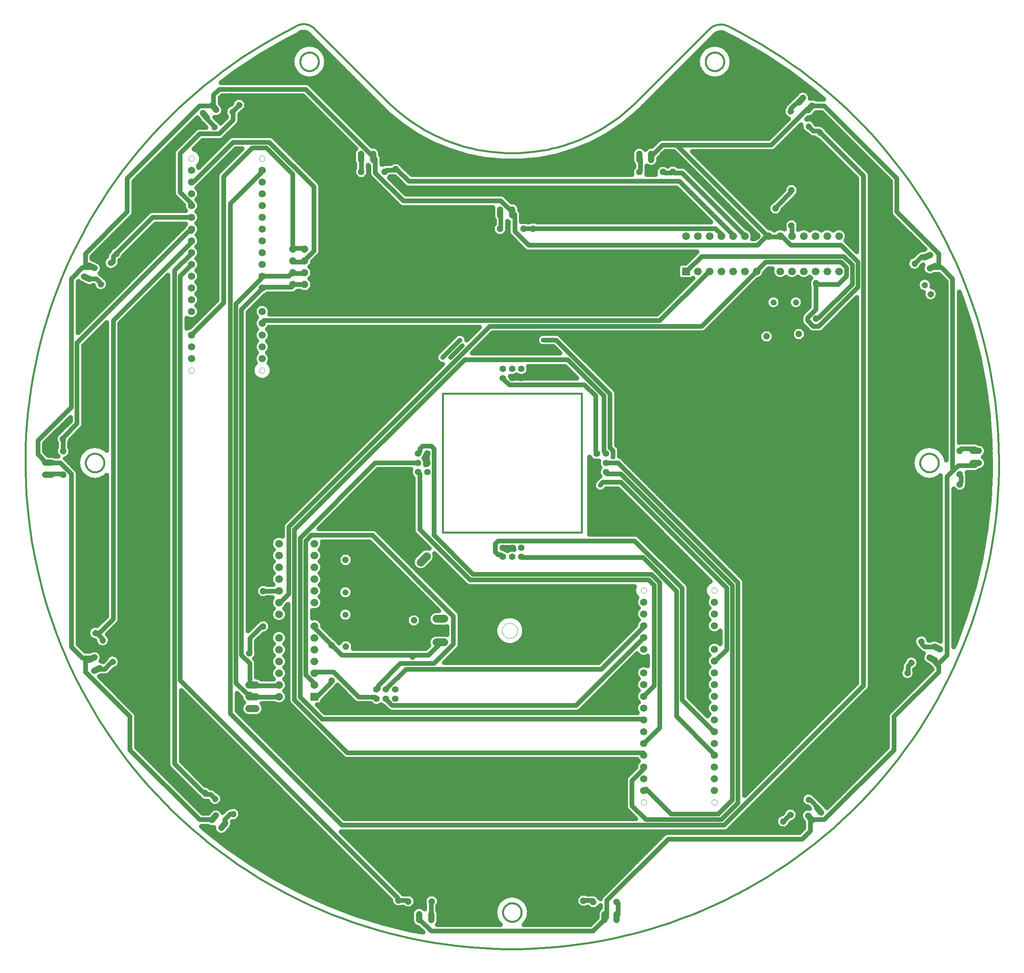
<source format=gtl>
G75*
%MOIN*%
%OFA0B0*%
%FSLAX24Y24*%
%IPPOS*%
%LPD*%
%AMOC8*
5,1,8,0,0,1.08239X$1,22.5*
%
%ADD10C,0.0160*%
%ADD11C,0.0520*%
%ADD12R,0.0660X0.0660*%
%ADD13C,0.0660*%
%ADD14OC8,0.0520*%
%ADD15C,0.0660*%
%ADD16C,0.0000*%
%ADD17C,0.0104*%
%ADD18C,0.0520*%
%ADD19C,0.0554*%
%ADD20C,0.0705*%
%ADD21C,0.0600*%
%ADD22C,0.0620*%
%ADD23OC8,0.0600*%
%ADD24C,0.0400*%
%ADD25R,0.0396X0.0396*%
%ADD26C,0.0396*%
%ADD27C,0.0394*%
%ADD28C,0.0260*%
D10*
X037702Y037702D02*
X049513Y037702D01*
X049513Y049513D01*
X037702Y049513D01*
X037702Y037702D01*
X025103Y080615D02*
X024205Y080152D01*
X023318Y079667D01*
X022443Y079160D01*
X021581Y078632D01*
X020733Y078083D01*
X019898Y077513D01*
X019077Y076923D01*
X018271Y076314D01*
X017480Y075684D01*
X016704Y075036D01*
X015945Y074369D01*
X015202Y073683D01*
X014476Y072980D01*
X013768Y072259D01*
X013077Y071521D01*
X012405Y070766D01*
X011751Y069995D01*
X011116Y069208D01*
X010501Y068406D01*
X009906Y067589D01*
X009331Y066758D01*
X008776Y065913D01*
X008242Y065055D01*
X007729Y064184D01*
X007238Y063301D01*
X006768Y062406D01*
X006321Y061499D01*
X005895Y060582D01*
X005493Y059655D01*
X005113Y058719D01*
X004756Y057773D01*
X004422Y056819D01*
X004112Y055857D01*
X003825Y054888D01*
X003562Y053912D01*
X003323Y052929D01*
X003108Y051942D01*
X002918Y050949D01*
X002751Y049952D01*
X002609Y048951D01*
X002492Y047947D01*
X002399Y046941D01*
X002331Y045932D01*
X002288Y044922D01*
X002269Y043912D01*
X002275Y042901D01*
X002305Y041891D01*
X002361Y040881D01*
X002441Y039874D01*
X002545Y038868D01*
X002675Y037866D01*
X002828Y036867D01*
X003006Y035872D01*
X003208Y034881D01*
X003435Y033896D01*
X003685Y032917D01*
X003960Y031944D01*
X004258Y030978D01*
X004579Y030020D01*
X004924Y029070D01*
X005292Y028129D01*
X005683Y027196D01*
X006097Y026274D01*
X006533Y025362D01*
X006991Y024461D01*
X007471Y023572D01*
X007973Y022694D01*
X008496Y021829D01*
X009040Y020977D01*
X009604Y020139D01*
X010189Y019315D01*
X010794Y018505D01*
X011419Y017710D01*
X012063Y016931D01*
X012725Y016168D01*
X013406Y015421D01*
X014106Y014691D01*
X014822Y013978D01*
X015556Y013283D01*
X016307Y012606D01*
X017074Y011948D01*
X017857Y011309D01*
X018656Y010689D01*
X019469Y010089D01*
X020297Y009509D01*
X021139Y008949D01*
X021994Y008410D01*
X022862Y007892D01*
X023742Y007396D01*
X024634Y006921D01*
X025538Y006468D01*
X026453Y006037D01*
X027377Y005629D01*
X028312Y005244D01*
X029255Y004881D01*
X030207Y004542D01*
X031168Y004226D01*
X032135Y003934D01*
X033110Y003665D01*
X034090Y003420D01*
X035077Y003200D01*
X036068Y003003D01*
X037064Y002831D01*
X038064Y002683D01*
X039067Y002560D01*
X040073Y002461D01*
X041082Y002387D01*
X042091Y002338D01*
X043102Y002313D01*
X044112Y002313D01*
X045123Y002338D01*
X046132Y002387D01*
X047141Y002461D01*
X048147Y002560D01*
X049150Y002683D01*
X050150Y002831D01*
X051146Y003003D01*
X052137Y003200D01*
X053124Y003420D01*
X054104Y003665D01*
X055079Y003934D01*
X056046Y004226D01*
X057007Y004542D01*
X057959Y004881D01*
X058902Y005244D01*
X059837Y005629D01*
X060761Y006037D01*
X061676Y006468D01*
X062580Y006921D01*
X063472Y007396D01*
X064352Y007892D01*
X065220Y008410D01*
X066075Y008949D01*
X066917Y009509D01*
X067745Y010089D01*
X068558Y010689D01*
X069357Y011309D01*
X070140Y011948D01*
X070907Y012606D01*
X071658Y013283D01*
X072392Y013978D01*
X073108Y014691D01*
X073808Y015421D01*
X074489Y016168D01*
X075151Y016931D01*
X075795Y017710D01*
X076420Y018505D01*
X077025Y019315D01*
X077610Y020139D01*
X078174Y020977D01*
X078718Y021829D01*
X079241Y022694D01*
X079743Y023572D01*
X080223Y024461D01*
X080681Y025362D01*
X081117Y026274D01*
X081531Y027196D01*
X081922Y028129D01*
X082290Y029070D01*
X082635Y030020D01*
X082956Y030978D01*
X083254Y031944D01*
X083529Y032917D01*
X083779Y033896D01*
X084006Y034881D01*
X084208Y035872D01*
X084386Y036867D01*
X084539Y037866D01*
X084669Y038868D01*
X084773Y039874D01*
X084853Y040881D01*
X084909Y041891D01*
X084939Y042901D01*
X084945Y043912D01*
X084926Y044922D01*
X084883Y045932D01*
X084815Y046941D01*
X084722Y047947D01*
X084605Y048951D01*
X084463Y049952D01*
X084296Y050949D01*
X084106Y051942D01*
X083891Y052929D01*
X083652Y053912D01*
X083389Y054888D01*
X083102Y055857D01*
X082792Y056819D01*
X082458Y057773D01*
X082101Y058719D01*
X081721Y059655D01*
X081319Y060582D01*
X080893Y061499D01*
X080446Y062406D01*
X079976Y063301D01*
X079485Y064184D01*
X078972Y065055D01*
X078438Y065913D01*
X077883Y066758D01*
X077308Y067589D01*
X076713Y068406D01*
X076098Y069208D01*
X075463Y069995D01*
X074809Y070766D01*
X074137Y071521D01*
X073446Y072259D01*
X072738Y072980D01*
X072012Y073683D01*
X071269Y074369D01*
X070510Y075036D01*
X069734Y075684D01*
X068943Y076314D01*
X068137Y076923D01*
X067316Y077513D01*
X066481Y078083D01*
X065633Y078632D01*
X064771Y079160D01*
X063896Y079667D01*
X063009Y080152D01*
X062111Y080615D01*
X062049Y080655D01*
X061986Y080692D01*
X061921Y080725D01*
X061855Y080754D01*
X061786Y080780D01*
X061717Y080803D01*
X061646Y080822D01*
X061575Y080837D01*
X061503Y080848D01*
X061430Y080855D01*
X061357Y080859D01*
X061284Y080858D01*
X061212Y080854D01*
X061139Y080846D01*
X061067Y080834D01*
X060996Y080819D01*
X060925Y080799D01*
X060856Y080776D01*
X060788Y080750D01*
X060722Y080719D01*
X060657Y080686D01*
X060594Y080649D01*
X060533Y080608D01*
X060475Y080565D01*
X060419Y080518D01*
X054225Y074328D01*
X060037Y077694D02*
X060039Y077750D01*
X060045Y077805D01*
X060055Y077859D01*
X060068Y077913D01*
X060086Y077966D01*
X060107Y078017D01*
X060131Y078067D01*
X060159Y078115D01*
X060191Y078161D01*
X060225Y078205D01*
X060263Y078246D01*
X060303Y078284D01*
X060346Y078319D01*
X060391Y078351D01*
X060439Y078380D01*
X060488Y078406D01*
X060539Y078428D01*
X060591Y078446D01*
X060645Y078460D01*
X060700Y078471D01*
X060755Y078478D01*
X060810Y078481D01*
X060866Y078480D01*
X060921Y078475D01*
X060976Y078466D01*
X061030Y078454D01*
X061083Y078437D01*
X061135Y078417D01*
X061185Y078393D01*
X061233Y078366D01*
X061280Y078336D01*
X061324Y078302D01*
X061366Y078265D01*
X061404Y078225D01*
X061441Y078183D01*
X061474Y078138D01*
X061503Y078092D01*
X061530Y078043D01*
X061552Y077992D01*
X061572Y077940D01*
X061587Y077886D01*
X061599Y077832D01*
X061607Y077777D01*
X061611Y077722D01*
X061611Y077666D01*
X061607Y077611D01*
X061599Y077556D01*
X061587Y077502D01*
X061572Y077448D01*
X061552Y077396D01*
X061530Y077345D01*
X061503Y077296D01*
X061474Y077250D01*
X061441Y077205D01*
X061404Y077163D01*
X061366Y077123D01*
X061324Y077086D01*
X061280Y077052D01*
X061233Y077022D01*
X061185Y076995D01*
X061135Y076971D01*
X061083Y076951D01*
X061030Y076934D01*
X060976Y076922D01*
X060921Y076913D01*
X060866Y076908D01*
X060810Y076907D01*
X060755Y076910D01*
X060700Y076917D01*
X060645Y076928D01*
X060591Y076942D01*
X060539Y076960D01*
X060488Y076982D01*
X060439Y077008D01*
X060391Y077037D01*
X060346Y077069D01*
X060303Y077104D01*
X060263Y077142D01*
X060225Y077183D01*
X060191Y077227D01*
X060159Y077273D01*
X060131Y077321D01*
X060107Y077371D01*
X060086Y077422D01*
X060068Y077475D01*
X060055Y077529D01*
X060045Y077583D01*
X060039Y077638D01*
X060037Y077694D01*
X054225Y074328D02*
X053965Y074075D01*
X053700Y073827D01*
X053428Y073587D01*
X053151Y073353D01*
X052868Y073126D01*
X052579Y072905D01*
X052286Y072692D01*
X051987Y072486D01*
X051684Y072287D01*
X051375Y072096D01*
X051063Y071912D01*
X050745Y071735D01*
X050424Y071567D01*
X050099Y071406D01*
X049770Y071253D01*
X049437Y071108D01*
X049101Y070971D01*
X048762Y070842D01*
X048419Y070722D01*
X048074Y070610D01*
X047727Y070506D01*
X047376Y070411D01*
X047024Y070324D01*
X046670Y070246D01*
X046314Y070176D01*
X045956Y070115D01*
X045597Y070062D01*
X045237Y070019D01*
X044876Y069984D01*
X044514Y069957D01*
X044151Y069940D01*
X043788Y069931D01*
X043426Y069931D01*
X043063Y069940D01*
X042700Y069957D01*
X042338Y069984D01*
X041977Y070019D01*
X041617Y070062D01*
X041258Y070115D01*
X040900Y070176D01*
X040544Y070246D01*
X040190Y070324D01*
X039838Y070411D01*
X039487Y070506D01*
X039140Y070610D01*
X038795Y070722D01*
X038452Y070842D01*
X038113Y070971D01*
X037777Y071108D01*
X037444Y071253D01*
X037115Y071406D01*
X036790Y071567D01*
X036469Y071735D01*
X036151Y071912D01*
X035839Y072096D01*
X035530Y072287D01*
X035227Y072486D01*
X034928Y072692D01*
X034635Y072905D01*
X034346Y073126D01*
X034063Y073353D01*
X033786Y073587D01*
X033514Y073827D01*
X033249Y074075D01*
X032989Y074328D01*
X026836Y080476D01*
X026787Y080527D01*
X026736Y080576D01*
X026681Y080621D01*
X026624Y080663D01*
X026565Y080702D01*
X026504Y080738D01*
X026440Y080770D01*
X026376Y080799D01*
X026309Y080824D01*
X026241Y080845D01*
X026173Y080862D01*
X026103Y080876D01*
X026033Y080886D01*
X025962Y080891D01*
X025891Y080893D01*
X025820Y080891D01*
X025750Y080885D01*
X025679Y080874D01*
X025610Y080860D01*
X025541Y080842D01*
X025474Y080821D01*
X025408Y080795D01*
X025343Y080766D01*
X025280Y080733D01*
X025219Y080697D01*
X025160Y080658D01*
X025103Y080615D01*
X025604Y077694D02*
X025606Y077750D01*
X025612Y077805D01*
X025622Y077859D01*
X025635Y077913D01*
X025653Y077966D01*
X025674Y078017D01*
X025698Y078067D01*
X025726Y078115D01*
X025758Y078161D01*
X025792Y078205D01*
X025830Y078246D01*
X025870Y078284D01*
X025913Y078319D01*
X025958Y078351D01*
X026006Y078380D01*
X026055Y078406D01*
X026106Y078428D01*
X026158Y078446D01*
X026212Y078460D01*
X026267Y078471D01*
X026322Y078478D01*
X026377Y078481D01*
X026433Y078480D01*
X026488Y078475D01*
X026543Y078466D01*
X026597Y078454D01*
X026650Y078437D01*
X026702Y078417D01*
X026752Y078393D01*
X026800Y078366D01*
X026847Y078336D01*
X026891Y078302D01*
X026933Y078265D01*
X026971Y078225D01*
X027008Y078183D01*
X027041Y078138D01*
X027070Y078092D01*
X027097Y078043D01*
X027119Y077992D01*
X027139Y077940D01*
X027154Y077886D01*
X027166Y077832D01*
X027174Y077777D01*
X027178Y077722D01*
X027178Y077666D01*
X027174Y077611D01*
X027166Y077556D01*
X027154Y077502D01*
X027139Y077448D01*
X027119Y077396D01*
X027097Y077345D01*
X027070Y077296D01*
X027041Y077250D01*
X027008Y077205D01*
X026971Y077163D01*
X026933Y077123D01*
X026891Y077086D01*
X026847Y077052D01*
X026800Y077022D01*
X026752Y076995D01*
X026702Y076971D01*
X026650Y076951D01*
X026597Y076934D01*
X026543Y076922D01*
X026488Y076913D01*
X026433Y076908D01*
X026377Y076907D01*
X026322Y076910D01*
X026267Y076917D01*
X026212Y076928D01*
X026158Y076942D01*
X026106Y076960D01*
X026055Y076982D01*
X026006Y077008D01*
X025958Y077037D01*
X025913Y077069D01*
X025870Y077104D01*
X025830Y077142D01*
X025792Y077183D01*
X025758Y077227D01*
X025726Y077273D01*
X025698Y077321D01*
X025674Y077371D01*
X025653Y077422D01*
X025635Y077475D01*
X025622Y077529D01*
X025612Y077583D01*
X025606Y077638D01*
X025604Y077694D01*
X007387Y043607D02*
X007389Y043663D01*
X007395Y043718D01*
X007405Y043772D01*
X007418Y043826D01*
X007436Y043879D01*
X007457Y043930D01*
X007481Y043980D01*
X007509Y044028D01*
X007541Y044074D01*
X007575Y044118D01*
X007613Y044159D01*
X007653Y044197D01*
X007696Y044232D01*
X007741Y044264D01*
X007789Y044293D01*
X007838Y044319D01*
X007889Y044341D01*
X007941Y044359D01*
X007995Y044373D01*
X008050Y044384D01*
X008105Y044391D01*
X008160Y044394D01*
X008216Y044393D01*
X008271Y044388D01*
X008326Y044379D01*
X008380Y044367D01*
X008433Y044350D01*
X008485Y044330D01*
X008535Y044306D01*
X008583Y044279D01*
X008630Y044249D01*
X008674Y044215D01*
X008716Y044178D01*
X008754Y044138D01*
X008791Y044096D01*
X008824Y044051D01*
X008853Y044005D01*
X008880Y043956D01*
X008902Y043905D01*
X008922Y043853D01*
X008937Y043799D01*
X008949Y043745D01*
X008957Y043690D01*
X008961Y043635D01*
X008961Y043579D01*
X008957Y043524D01*
X008949Y043469D01*
X008937Y043415D01*
X008922Y043361D01*
X008902Y043309D01*
X008880Y043258D01*
X008853Y043209D01*
X008824Y043163D01*
X008791Y043118D01*
X008754Y043076D01*
X008716Y043036D01*
X008674Y042999D01*
X008630Y042965D01*
X008583Y042935D01*
X008535Y042908D01*
X008485Y042884D01*
X008433Y042864D01*
X008380Y042847D01*
X008326Y042835D01*
X008271Y042826D01*
X008216Y042821D01*
X008160Y042820D01*
X008105Y042823D01*
X008050Y042830D01*
X007995Y042841D01*
X007941Y042855D01*
X007889Y042873D01*
X007838Y042895D01*
X007789Y042921D01*
X007741Y042950D01*
X007696Y042982D01*
X007653Y043017D01*
X007613Y043055D01*
X007575Y043096D01*
X007541Y043140D01*
X007509Y043186D01*
X007481Y043234D01*
X007457Y043284D01*
X007436Y043335D01*
X007418Y043388D01*
X007405Y043442D01*
X007395Y043496D01*
X007389Y043551D01*
X007387Y043607D01*
X042820Y005418D02*
X042822Y005474D01*
X042828Y005529D01*
X042838Y005583D01*
X042851Y005637D01*
X042869Y005690D01*
X042890Y005741D01*
X042914Y005791D01*
X042942Y005839D01*
X042974Y005885D01*
X043008Y005929D01*
X043046Y005970D01*
X043086Y006008D01*
X043129Y006043D01*
X043174Y006075D01*
X043222Y006104D01*
X043271Y006130D01*
X043322Y006152D01*
X043374Y006170D01*
X043428Y006184D01*
X043483Y006195D01*
X043538Y006202D01*
X043593Y006205D01*
X043649Y006204D01*
X043704Y006199D01*
X043759Y006190D01*
X043813Y006178D01*
X043866Y006161D01*
X043918Y006141D01*
X043968Y006117D01*
X044016Y006090D01*
X044063Y006060D01*
X044107Y006026D01*
X044149Y005989D01*
X044187Y005949D01*
X044224Y005907D01*
X044257Y005862D01*
X044286Y005816D01*
X044313Y005767D01*
X044335Y005716D01*
X044355Y005664D01*
X044370Y005610D01*
X044382Y005556D01*
X044390Y005501D01*
X044394Y005446D01*
X044394Y005390D01*
X044390Y005335D01*
X044382Y005280D01*
X044370Y005226D01*
X044355Y005172D01*
X044335Y005120D01*
X044313Y005069D01*
X044286Y005020D01*
X044257Y004974D01*
X044224Y004929D01*
X044187Y004887D01*
X044149Y004847D01*
X044107Y004810D01*
X044063Y004776D01*
X044016Y004746D01*
X043968Y004719D01*
X043918Y004695D01*
X043866Y004675D01*
X043813Y004658D01*
X043759Y004646D01*
X043704Y004637D01*
X043649Y004632D01*
X043593Y004631D01*
X043538Y004634D01*
X043483Y004641D01*
X043428Y004652D01*
X043374Y004666D01*
X043322Y004684D01*
X043271Y004706D01*
X043222Y004732D01*
X043174Y004761D01*
X043129Y004793D01*
X043086Y004828D01*
X043046Y004866D01*
X043008Y004907D01*
X042974Y004951D01*
X042942Y004997D01*
X042914Y005045D01*
X042890Y005095D01*
X042869Y005146D01*
X042851Y005199D01*
X042838Y005253D01*
X042828Y005307D01*
X042822Y005362D01*
X042820Y005418D01*
X078253Y043607D02*
X078255Y043663D01*
X078261Y043718D01*
X078271Y043772D01*
X078284Y043826D01*
X078302Y043879D01*
X078323Y043930D01*
X078347Y043980D01*
X078375Y044028D01*
X078407Y044074D01*
X078441Y044118D01*
X078479Y044159D01*
X078519Y044197D01*
X078562Y044232D01*
X078607Y044264D01*
X078655Y044293D01*
X078704Y044319D01*
X078755Y044341D01*
X078807Y044359D01*
X078861Y044373D01*
X078916Y044384D01*
X078971Y044391D01*
X079026Y044394D01*
X079082Y044393D01*
X079137Y044388D01*
X079192Y044379D01*
X079246Y044367D01*
X079299Y044350D01*
X079351Y044330D01*
X079401Y044306D01*
X079449Y044279D01*
X079496Y044249D01*
X079540Y044215D01*
X079582Y044178D01*
X079620Y044138D01*
X079657Y044096D01*
X079690Y044051D01*
X079719Y044005D01*
X079746Y043956D01*
X079768Y043905D01*
X079788Y043853D01*
X079803Y043799D01*
X079815Y043745D01*
X079823Y043690D01*
X079827Y043635D01*
X079827Y043579D01*
X079823Y043524D01*
X079815Y043469D01*
X079803Y043415D01*
X079788Y043361D01*
X079768Y043309D01*
X079746Y043258D01*
X079719Y043209D01*
X079690Y043163D01*
X079657Y043118D01*
X079620Y043076D01*
X079582Y043036D01*
X079540Y042999D01*
X079496Y042965D01*
X079449Y042935D01*
X079401Y042908D01*
X079351Y042884D01*
X079299Y042864D01*
X079246Y042847D01*
X079192Y042835D01*
X079137Y042826D01*
X079082Y042821D01*
X079026Y042820D01*
X078971Y042823D01*
X078916Y042830D01*
X078861Y042841D01*
X078807Y042855D01*
X078755Y042873D01*
X078704Y042895D01*
X078655Y042921D01*
X078607Y042950D01*
X078562Y042982D01*
X078519Y043017D01*
X078479Y043055D01*
X078441Y043096D01*
X078407Y043140D01*
X078375Y043186D01*
X078347Y043234D01*
X078323Y043284D01*
X078302Y043335D01*
X078284Y043388D01*
X078271Y043442D01*
X078261Y043496D01*
X078255Y043551D01*
X078253Y043607D01*
D11*
X067711Y057243D03*
X065811Y057243D03*
X034271Y030225D03*
X035162Y027123D03*
X029451Y030702D03*
X029451Y032602D03*
D12*
X026812Y023738D03*
X058374Y059880D03*
D13*
X059374Y059880D03*
X060374Y059880D03*
X061374Y059880D03*
X062374Y059880D03*
X063374Y059880D03*
X064374Y059880D03*
X065374Y059880D03*
X066374Y059880D03*
X067374Y059880D03*
X068374Y059880D03*
X069374Y059880D03*
X070374Y059880D03*
X071374Y059880D03*
X071374Y062880D03*
X070374Y062880D03*
X069374Y062880D03*
X068374Y062880D03*
X067374Y062880D03*
X066374Y062880D03*
X065374Y062880D03*
X064374Y062880D03*
X063374Y062880D03*
X062374Y062880D03*
X061374Y062880D03*
X060374Y062880D03*
X059374Y062880D03*
X058374Y062880D03*
X026812Y036738D03*
X026812Y035738D03*
X026812Y034738D03*
X026812Y033738D03*
X026812Y032738D03*
X026812Y031738D03*
X026812Y030738D03*
X026812Y029738D03*
X026812Y028738D03*
X026812Y027738D03*
X026812Y026738D03*
X026812Y025738D03*
X026812Y024738D03*
X023812Y024738D03*
X023812Y023738D03*
X023812Y025738D03*
X023812Y026738D03*
X023812Y027738D03*
X023812Y028738D03*
X023812Y029738D03*
X023812Y030738D03*
X023812Y031738D03*
X023812Y032738D03*
X023812Y033738D03*
X023812Y034738D03*
X023812Y035738D03*
X023812Y036738D03*
D14*
X022461Y032711D03*
X022461Y029711D03*
X022301Y027425D03*
X021301Y027425D03*
X028268Y028110D03*
X029485Y028013D03*
X030485Y028013D03*
X028268Y025110D03*
X035162Y028123D03*
X035271Y030225D03*
X030461Y035367D03*
X029461Y035367D03*
X005487Y042589D03*
X005487Y044589D03*
X005450Y045633D03*
X004450Y045633D03*
X030801Y068332D03*
X032801Y068332D03*
X033713Y068558D03*
X033713Y069558D03*
X042583Y063494D03*
X044583Y063494D03*
X045394Y063498D03*
X045394Y064498D03*
X054419Y068318D03*
X056419Y068318D03*
X057251Y068338D03*
X057251Y069338D03*
X064971Y065220D03*
X065971Y065220D03*
X067334Y063764D03*
X067334Y066764D03*
X069431Y058857D03*
X069431Y055857D03*
X068955Y054553D03*
X067955Y054553D03*
X066215Y054348D03*
X065215Y054348D03*
X081622Y044623D03*
X081622Y042623D03*
X081621Y041760D03*
X082621Y041760D03*
X052501Y006286D03*
X050501Y006286D03*
X049666Y006401D03*
X049666Y005401D03*
X036782Y006346D03*
X034782Y006346D03*
X033943Y006446D03*
X033943Y005446D03*
D15*
X037183Y028351D02*
X037843Y028351D01*
X037843Y029351D02*
X037183Y029351D01*
X037183Y030351D02*
X037843Y030351D01*
D16*
X042763Y029351D02*
X042765Y029401D01*
X042771Y029451D01*
X042781Y029501D01*
X042794Y029549D01*
X042811Y029597D01*
X042832Y029643D01*
X042856Y029687D01*
X042884Y029729D01*
X042915Y029769D01*
X042949Y029806D01*
X042986Y029841D01*
X043025Y029872D01*
X043066Y029901D01*
X043110Y029926D01*
X043156Y029948D01*
X043203Y029966D01*
X043251Y029980D01*
X043300Y029991D01*
X043350Y029998D01*
X043400Y030001D01*
X043451Y030000D01*
X043501Y029995D01*
X043551Y029986D01*
X043599Y029974D01*
X043647Y029957D01*
X043693Y029937D01*
X043738Y029914D01*
X043781Y029887D01*
X043821Y029857D01*
X043859Y029824D01*
X043894Y029788D01*
X043927Y029749D01*
X043956Y029708D01*
X043982Y029665D01*
X044005Y029620D01*
X044024Y029573D01*
X044039Y029525D01*
X044051Y029476D01*
X044059Y029426D01*
X044063Y029376D01*
X044063Y029326D01*
X044059Y029276D01*
X044051Y029226D01*
X044039Y029177D01*
X044024Y029129D01*
X044005Y029082D01*
X043982Y029037D01*
X043956Y028994D01*
X043927Y028953D01*
X043894Y028914D01*
X043859Y028878D01*
X043821Y028845D01*
X043781Y028815D01*
X043738Y028788D01*
X043693Y028765D01*
X043647Y028745D01*
X043599Y028728D01*
X043551Y028716D01*
X043501Y028707D01*
X043451Y028702D01*
X043400Y028701D01*
X043350Y028704D01*
X043300Y028711D01*
X043251Y028722D01*
X043203Y028736D01*
X043156Y028754D01*
X043110Y028776D01*
X043066Y028801D01*
X043025Y028830D01*
X042986Y028861D01*
X042949Y028896D01*
X042915Y028933D01*
X042884Y028973D01*
X042856Y029015D01*
X042832Y029059D01*
X042811Y029105D01*
X042794Y029153D01*
X042781Y029201D01*
X042771Y029251D01*
X042765Y029301D01*
X042763Y029351D01*
X054554Y032769D02*
X054556Y032799D01*
X054562Y032829D01*
X054571Y032858D01*
X054584Y032885D01*
X054601Y032910D01*
X054620Y032933D01*
X054643Y032954D01*
X054668Y032971D01*
X054694Y032985D01*
X054723Y032995D01*
X054752Y033002D01*
X054782Y033005D01*
X054813Y033004D01*
X054843Y032999D01*
X054872Y032990D01*
X054899Y032978D01*
X054925Y032963D01*
X054949Y032944D01*
X054970Y032922D01*
X054988Y032898D01*
X055003Y032871D01*
X055014Y032843D01*
X055022Y032814D01*
X055026Y032784D01*
X055026Y032754D01*
X055022Y032724D01*
X055014Y032695D01*
X055003Y032667D01*
X054988Y032640D01*
X054970Y032616D01*
X054949Y032594D01*
X054925Y032575D01*
X054899Y032560D01*
X054872Y032548D01*
X054843Y032539D01*
X054813Y032534D01*
X054782Y032533D01*
X054752Y032536D01*
X054723Y032543D01*
X054694Y032553D01*
X054668Y032567D01*
X054643Y032584D01*
X054620Y032605D01*
X054601Y032628D01*
X054584Y032653D01*
X054571Y032680D01*
X054562Y032709D01*
X054556Y032739D01*
X054554Y032769D01*
X060554Y032769D02*
X060556Y032799D01*
X060562Y032829D01*
X060571Y032858D01*
X060584Y032885D01*
X060601Y032910D01*
X060620Y032933D01*
X060643Y032954D01*
X060668Y032971D01*
X060694Y032985D01*
X060723Y032995D01*
X060752Y033002D01*
X060782Y033005D01*
X060813Y033004D01*
X060843Y032999D01*
X060872Y032990D01*
X060899Y032978D01*
X060925Y032963D01*
X060949Y032944D01*
X060970Y032922D01*
X060988Y032898D01*
X061003Y032871D01*
X061014Y032843D01*
X061022Y032814D01*
X061026Y032784D01*
X061026Y032754D01*
X061022Y032724D01*
X061014Y032695D01*
X061003Y032667D01*
X060988Y032640D01*
X060970Y032616D01*
X060949Y032594D01*
X060925Y032575D01*
X060899Y032560D01*
X060872Y032548D01*
X060843Y032539D01*
X060813Y032534D01*
X060782Y032533D01*
X060752Y032536D01*
X060723Y032543D01*
X060694Y032553D01*
X060668Y032567D01*
X060643Y032584D01*
X060620Y032605D01*
X060601Y032628D01*
X060584Y032653D01*
X060571Y032680D01*
X060562Y032709D01*
X060556Y032739D01*
X060554Y032769D01*
X060554Y014769D02*
X060556Y014799D01*
X060562Y014829D01*
X060571Y014858D01*
X060584Y014885D01*
X060601Y014910D01*
X060620Y014933D01*
X060643Y014954D01*
X060668Y014971D01*
X060694Y014985D01*
X060723Y014995D01*
X060752Y015002D01*
X060782Y015005D01*
X060813Y015004D01*
X060843Y014999D01*
X060872Y014990D01*
X060899Y014978D01*
X060925Y014963D01*
X060949Y014944D01*
X060970Y014922D01*
X060988Y014898D01*
X061003Y014871D01*
X061014Y014843D01*
X061022Y014814D01*
X061026Y014784D01*
X061026Y014754D01*
X061022Y014724D01*
X061014Y014695D01*
X061003Y014667D01*
X060988Y014640D01*
X060970Y014616D01*
X060949Y014594D01*
X060925Y014575D01*
X060899Y014560D01*
X060872Y014548D01*
X060843Y014539D01*
X060813Y014534D01*
X060782Y014533D01*
X060752Y014536D01*
X060723Y014543D01*
X060694Y014553D01*
X060668Y014567D01*
X060643Y014584D01*
X060620Y014605D01*
X060601Y014628D01*
X060584Y014653D01*
X060571Y014680D01*
X060562Y014709D01*
X060556Y014739D01*
X060554Y014769D01*
X054554Y014769D02*
X054556Y014799D01*
X054562Y014829D01*
X054571Y014858D01*
X054584Y014885D01*
X054601Y014910D01*
X054620Y014933D01*
X054643Y014954D01*
X054668Y014971D01*
X054694Y014985D01*
X054723Y014995D01*
X054752Y015002D01*
X054782Y015005D01*
X054813Y015004D01*
X054843Y014999D01*
X054872Y014990D01*
X054899Y014978D01*
X054925Y014963D01*
X054949Y014944D01*
X054970Y014922D01*
X054988Y014898D01*
X055003Y014871D01*
X055014Y014843D01*
X055022Y014814D01*
X055026Y014784D01*
X055026Y014754D01*
X055022Y014724D01*
X055014Y014695D01*
X055003Y014667D01*
X054988Y014640D01*
X054970Y014616D01*
X054949Y014594D01*
X054925Y014575D01*
X054899Y014560D01*
X054872Y014548D01*
X054843Y014539D01*
X054813Y014534D01*
X054782Y014533D01*
X054752Y014536D01*
X054723Y014543D01*
X054694Y014553D01*
X054668Y014567D01*
X054643Y014584D01*
X054620Y014605D01*
X054601Y014628D01*
X054584Y014653D01*
X054571Y014680D01*
X054562Y014709D01*
X054556Y014739D01*
X054554Y014769D01*
X022140Y051465D02*
X022142Y051495D01*
X022148Y051525D01*
X022157Y051554D01*
X022170Y051581D01*
X022187Y051606D01*
X022206Y051629D01*
X022229Y051650D01*
X022254Y051667D01*
X022280Y051681D01*
X022309Y051691D01*
X022338Y051698D01*
X022368Y051701D01*
X022399Y051700D01*
X022429Y051695D01*
X022458Y051686D01*
X022485Y051674D01*
X022511Y051659D01*
X022535Y051640D01*
X022556Y051618D01*
X022574Y051594D01*
X022589Y051567D01*
X022600Y051539D01*
X022608Y051510D01*
X022612Y051480D01*
X022612Y051450D01*
X022608Y051420D01*
X022600Y051391D01*
X022589Y051363D01*
X022574Y051336D01*
X022556Y051312D01*
X022535Y051290D01*
X022511Y051271D01*
X022485Y051256D01*
X022458Y051244D01*
X022429Y051235D01*
X022399Y051230D01*
X022368Y051229D01*
X022338Y051232D01*
X022309Y051239D01*
X022280Y051249D01*
X022254Y051263D01*
X022229Y051280D01*
X022206Y051301D01*
X022187Y051324D01*
X022170Y051349D01*
X022157Y051376D01*
X022148Y051405D01*
X022142Y051435D01*
X022140Y051465D01*
X016140Y051465D02*
X016142Y051495D01*
X016148Y051525D01*
X016157Y051554D01*
X016170Y051581D01*
X016187Y051606D01*
X016206Y051629D01*
X016229Y051650D01*
X016254Y051667D01*
X016280Y051681D01*
X016309Y051691D01*
X016338Y051698D01*
X016368Y051701D01*
X016399Y051700D01*
X016429Y051695D01*
X016458Y051686D01*
X016485Y051674D01*
X016511Y051659D01*
X016535Y051640D01*
X016556Y051618D01*
X016574Y051594D01*
X016589Y051567D01*
X016600Y051539D01*
X016608Y051510D01*
X016612Y051480D01*
X016612Y051450D01*
X016608Y051420D01*
X016600Y051391D01*
X016589Y051363D01*
X016574Y051336D01*
X016556Y051312D01*
X016535Y051290D01*
X016511Y051271D01*
X016485Y051256D01*
X016458Y051244D01*
X016429Y051235D01*
X016399Y051230D01*
X016368Y051229D01*
X016338Y051232D01*
X016309Y051239D01*
X016280Y051249D01*
X016254Y051263D01*
X016229Y051280D01*
X016206Y051301D01*
X016187Y051324D01*
X016170Y051349D01*
X016157Y051376D01*
X016148Y051405D01*
X016142Y051435D01*
X016140Y051465D01*
X016140Y069465D02*
X016142Y069495D01*
X016148Y069525D01*
X016157Y069554D01*
X016170Y069581D01*
X016187Y069606D01*
X016206Y069629D01*
X016229Y069650D01*
X016254Y069667D01*
X016280Y069681D01*
X016309Y069691D01*
X016338Y069698D01*
X016368Y069701D01*
X016399Y069700D01*
X016429Y069695D01*
X016458Y069686D01*
X016485Y069674D01*
X016511Y069659D01*
X016535Y069640D01*
X016556Y069618D01*
X016574Y069594D01*
X016589Y069567D01*
X016600Y069539D01*
X016608Y069510D01*
X016612Y069480D01*
X016612Y069450D01*
X016608Y069420D01*
X016600Y069391D01*
X016589Y069363D01*
X016574Y069336D01*
X016556Y069312D01*
X016535Y069290D01*
X016511Y069271D01*
X016485Y069256D01*
X016458Y069244D01*
X016429Y069235D01*
X016399Y069230D01*
X016368Y069229D01*
X016338Y069232D01*
X016309Y069239D01*
X016280Y069249D01*
X016254Y069263D01*
X016229Y069280D01*
X016206Y069301D01*
X016187Y069324D01*
X016170Y069349D01*
X016157Y069376D01*
X016148Y069405D01*
X016142Y069435D01*
X016140Y069465D01*
X022140Y069465D02*
X022142Y069495D01*
X022148Y069525D01*
X022157Y069554D01*
X022170Y069581D01*
X022187Y069606D01*
X022206Y069629D01*
X022229Y069650D01*
X022254Y069667D01*
X022280Y069681D01*
X022309Y069691D01*
X022338Y069698D01*
X022368Y069701D01*
X022399Y069700D01*
X022429Y069695D01*
X022458Y069686D01*
X022485Y069674D01*
X022511Y069659D01*
X022535Y069640D01*
X022556Y069618D01*
X022574Y069594D01*
X022589Y069567D01*
X022600Y069539D01*
X022608Y069510D01*
X022612Y069480D01*
X022612Y069450D01*
X022608Y069420D01*
X022600Y069391D01*
X022589Y069363D01*
X022574Y069336D01*
X022556Y069312D01*
X022535Y069290D01*
X022511Y069271D01*
X022485Y069256D01*
X022458Y069244D01*
X022429Y069235D01*
X022399Y069230D01*
X022368Y069229D01*
X022338Y069232D01*
X022309Y069239D01*
X022280Y069249D01*
X022254Y069263D01*
X022229Y069280D01*
X022206Y069301D01*
X022187Y069324D01*
X022170Y069349D01*
X022157Y069376D01*
X022148Y069405D01*
X022142Y069435D01*
X022140Y069465D01*
D17*
X018164Y072123D02*
X018112Y072071D01*
X018127Y072242D01*
X018259Y072352D01*
X018430Y072337D01*
X018540Y072205D01*
X018525Y072034D01*
X018393Y071924D01*
X018222Y071939D01*
X018112Y072071D01*
X018193Y072096D01*
X018202Y072203D01*
X018284Y072271D01*
X018391Y072262D01*
X018459Y072180D01*
X018450Y072073D01*
X018368Y072005D01*
X018261Y072014D01*
X018193Y072096D01*
X018273Y072121D01*
X018277Y072164D01*
X018309Y072191D01*
X018352Y072187D01*
X018379Y072155D01*
X018375Y072112D01*
X018343Y072085D01*
X018300Y072089D01*
X018273Y072121D01*
X019696Y073409D02*
X019644Y073357D01*
X019659Y073528D01*
X019791Y073638D01*
X019962Y073623D01*
X020072Y073491D01*
X020057Y073320D01*
X019925Y073210D01*
X019754Y073225D01*
X019644Y073357D01*
X019725Y073382D01*
X019734Y073489D01*
X019816Y073557D01*
X019923Y073548D01*
X019991Y073466D01*
X019982Y073359D01*
X019900Y073291D01*
X019793Y073300D01*
X019725Y073382D01*
X019805Y073407D01*
X019809Y073450D01*
X019841Y073477D01*
X019884Y073473D01*
X019911Y073441D01*
X019907Y073398D01*
X019875Y073371D01*
X019832Y073375D01*
X019805Y073407D01*
X020417Y074171D02*
X020365Y074223D01*
X020536Y074208D01*
X020646Y074076D01*
X020631Y073905D01*
X020499Y073795D01*
X020328Y073810D01*
X020218Y073942D01*
X020233Y074113D01*
X020365Y074223D01*
X020390Y074142D01*
X020497Y074133D01*
X020565Y074051D01*
X020556Y073944D01*
X020474Y073876D01*
X020367Y073885D01*
X020299Y073967D01*
X020308Y074074D01*
X020390Y074142D01*
X020415Y074062D01*
X020458Y074058D01*
X020485Y074026D01*
X020481Y073983D01*
X020449Y073956D01*
X020406Y073960D01*
X020379Y073992D01*
X020383Y074035D01*
X020415Y074062D01*
X019775Y074937D02*
X019723Y074989D01*
X019894Y074974D01*
X020004Y074842D01*
X019989Y074671D01*
X019857Y074561D01*
X019686Y074576D01*
X019576Y074708D01*
X019591Y074879D01*
X019723Y074989D01*
X019748Y074908D01*
X019855Y074899D01*
X019923Y074817D01*
X019914Y074710D01*
X019832Y074642D01*
X019725Y074651D01*
X019657Y074733D01*
X019666Y074840D01*
X019748Y074908D01*
X019773Y074828D01*
X019816Y074824D01*
X019843Y074792D01*
X019839Y074749D01*
X019807Y074722D01*
X019764Y074726D01*
X019737Y074758D01*
X019741Y074801D01*
X019773Y074828D01*
X008989Y061911D02*
X008937Y061963D01*
X009098Y062022D01*
X009254Y061950D01*
X009313Y061789D01*
X009241Y061633D01*
X009080Y061574D01*
X008924Y061646D01*
X008865Y061807D01*
X008937Y061963D01*
X008994Y061900D01*
X009095Y061938D01*
X009191Y061893D01*
X009229Y061792D01*
X009184Y061696D01*
X009083Y061658D01*
X008987Y061703D01*
X008949Y061804D01*
X008994Y061900D01*
X009051Y061839D01*
X009091Y061854D01*
X009130Y061836D01*
X009145Y061796D01*
X009127Y061757D01*
X009087Y061742D01*
X009048Y061760D01*
X009033Y061800D01*
X009051Y061839D01*
X009895Y061489D02*
X009843Y061541D01*
X010004Y061600D01*
X010160Y061528D01*
X010219Y061367D01*
X010147Y061211D01*
X009986Y061152D01*
X009830Y061224D01*
X009771Y061385D01*
X009843Y061541D01*
X009900Y061478D01*
X010001Y061516D01*
X010097Y061471D01*
X010135Y061370D01*
X010090Y061274D01*
X009989Y061236D01*
X009893Y061281D01*
X009855Y061382D01*
X009900Y061478D01*
X009957Y061417D01*
X009997Y061432D01*
X010036Y061414D01*
X010051Y061374D01*
X010033Y061335D01*
X009993Y061320D01*
X009954Y061338D01*
X009939Y061378D01*
X009957Y061417D01*
X009412Y060505D02*
X009360Y060453D01*
X009301Y060614D01*
X009373Y060770D01*
X009534Y060829D01*
X009690Y060757D01*
X009749Y060596D01*
X009677Y060440D01*
X009516Y060381D01*
X009360Y060453D01*
X009423Y060510D01*
X009385Y060611D01*
X009430Y060707D01*
X009531Y060745D01*
X009627Y060700D01*
X009665Y060599D01*
X009620Y060503D01*
X009519Y060465D01*
X009423Y060510D01*
X009484Y060567D01*
X009469Y060607D01*
X009487Y060646D01*
X009527Y060661D01*
X009566Y060643D01*
X009581Y060603D01*
X009563Y060564D01*
X009523Y060549D01*
X009484Y060567D01*
X008567Y058693D02*
X008515Y058641D01*
X008456Y058802D01*
X008528Y058958D01*
X008689Y059017D01*
X008845Y058945D01*
X008904Y058784D01*
X008832Y058628D01*
X008671Y058569D01*
X008515Y058641D01*
X008578Y058698D01*
X008540Y058799D01*
X008585Y058895D01*
X008686Y058933D01*
X008782Y058888D01*
X008820Y058787D01*
X008775Y058691D01*
X008674Y058653D01*
X008578Y058698D01*
X008639Y058755D01*
X008624Y058795D01*
X008642Y058834D01*
X008682Y058849D01*
X008721Y058831D01*
X008736Y058791D01*
X008718Y058752D01*
X008678Y058737D01*
X008639Y058755D01*
X008040Y029200D02*
X007988Y029148D01*
X008047Y029309D01*
X008203Y029381D01*
X008364Y029322D01*
X008436Y029166D01*
X008377Y029005D01*
X008221Y028933D01*
X008060Y028992D01*
X007988Y029148D01*
X008072Y029151D01*
X008110Y029252D01*
X008206Y029297D01*
X008307Y029259D01*
X008352Y029163D01*
X008314Y029062D01*
X008218Y029017D01*
X008117Y029055D01*
X008072Y029151D01*
X008156Y029155D01*
X008171Y029195D01*
X008210Y029213D01*
X008250Y029198D01*
X008268Y029159D01*
X008253Y029119D01*
X008214Y029101D01*
X008174Y029116D01*
X008156Y029155D01*
X008876Y028698D02*
X008824Y028750D01*
X008985Y028691D01*
X009057Y028535D01*
X008998Y028374D01*
X008842Y028302D01*
X008681Y028361D01*
X008609Y028517D01*
X008668Y028678D01*
X008824Y028750D01*
X008827Y028666D01*
X008928Y028628D01*
X008973Y028532D01*
X008935Y028431D01*
X008839Y028386D01*
X008738Y028424D01*
X008693Y028520D01*
X008731Y028621D01*
X008827Y028666D01*
X008831Y028582D01*
X008871Y028567D01*
X008889Y028528D01*
X008874Y028488D01*
X008835Y028470D01*
X008795Y028485D01*
X008777Y028524D01*
X008792Y028564D01*
X008831Y028582D01*
X007133Y028778D02*
X007081Y028726D01*
X007140Y028887D01*
X007296Y028959D01*
X007457Y028900D01*
X007529Y028744D01*
X007470Y028583D01*
X007314Y028511D01*
X007153Y028570D01*
X007081Y028726D01*
X007165Y028729D01*
X007203Y028830D01*
X007299Y028875D01*
X007400Y028837D01*
X007445Y028741D01*
X007407Y028640D01*
X007311Y028595D01*
X007210Y028633D01*
X007165Y028729D01*
X007249Y028733D01*
X007264Y028773D01*
X007303Y028791D01*
X007343Y028776D01*
X007361Y028737D01*
X007346Y028697D01*
X007307Y028679D01*
X007267Y028694D01*
X007249Y028733D01*
X009721Y026885D02*
X009669Y026937D01*
X009830Y026878D01*
X009902Y026722D01*
X009843Y026561D01*
X009687Y026489D01*
X009526Y026548D01*
X009454Y026704D01*
X009513Y026865D01*
X009669Y026937D01*
X009672Y026853D01*
X009773Y026815D01*
X009818Y026719D01*
X009780Y026618D01*
X009684Y026573D01*
X009583Y026611D01*
X009538Y026707D01*
X009576Y026808D01*
X009672Y026853D01*
X009676Y026769D01*
X009716Y026754D01*
X009734Y026715D01*
X009719Y026675D01*
X009680Y026657D01*
X009640Y026672D01*
X009622Y026711D01*
X009637Y026751D01*
X009676Y026769D01*
X017380Y015530D02*
X017328Y015478D01*
X017313Y015649D01*
X017423Y015781D01*
X017594Y015796D01*
X017726Y015686D01*
X017741Y015515D01*
X017631Y015383D01*
X017460Y015368D01*
X017328Y015478D01*
X017403Y015517D01*
X017394Y015624D01*
X017462Y015706D01*
X017569Y015715D01*
X017651Y015647D01*
X017660Y015540D01*
X017592Y015458D01*
X017485Y015449D01*
X017403Y015517D01*
X017478Y015556D01*
X017474Y015599D01*
X017501Y015631D01*
X017544Y015635D01*
X017576Y015608D01*
X017580Y015565D01*
X017553Y015533D01*
X017510Y015529D01*
X017478Y015556D01*
X016738Y014764D02*
X016686Y014712D01*
X016671Y014883D01*
X016781Y015015D01*
X016952Y015030D01*
X017084Y014920D01*
X017099Y014749D01*
X016989Y014617D01*
X016818Y014602D01*
X016686Y014712D01*
X016761Y014751D01*
X016752Y014858D01*
X016820Y014940D01*
X016927Y014949D01*
X017009Y014881D01*
X017018Y014774D01*
X016950Y014692D01*
X016843Y014683D01*
X016761Y014751D01*
X016836Y014790D01*
X016832Y014833D01*
X016859Y014865D01*
X016902Y014869D01*
X016934Y014842D01*
X016938Y014799D01*
X016911Y014767D01*
X016868Y014763D01*
X016836Y014790D01*
X018431Y014910D02*
X018483Y014858D01*
X018312Y014843D01*
X018180Y014953D01*
X018165Y015124D01*
X018275Y015256D01*
X018446Y015271D01*
X018578Y015161D01*
X018593Y014990D01*
X018483Y014858D01*
X018444Y014933D01*
X018337Y014924D01*
X018255Y014992D01*
X018246Y015099D01*
X018314Y015181D01*
X018421Y015190D01*
X018503Y015122D01*
X018512Y015015D01*
X018444Y014933D01*
X018405Y015008D01*
X018362Y015004D01*
X018330Y015031D01*
X018326Y015074D01*
X018353Y015106D01*
X018396Y015110D01*
X018428Y015083D01*
X018432Y015040D01*
X018405Y015008D01*
X019963Y013625D02*
X020015Y013573D01*
X019844Y013558D01*
X019712Y013668D01*
X019697Y013839D01*
X019807Y013971D01*
X019978Y013986D01*
X020110Y013876D01*
X020125Y013705D01*
X020015Y013573D01*
X019976Y013648D01*
X019869Y013639D01*
X019787Y013707D01*
X019778Y013814D01*
X019846Y013896D01*
X019953Y013905D01*
X020035Y013837D01*
X020044Y013730D01*
X019976Y013648D01*
X019937Y013723D01*
X019894Y013719D01*
X019862Y013746D01*
X019858Y013789D01*
X019885Y013821D01*
X019928Y013825D01*
X019960Y013798D01*
X019964Y013755D01*
X019937Y013723D01*
X066648Y012984D02*
X066700Y012932D01*
X066529Y012947D01*
X066419Y013079D01*
X066434Y013250D01*
X066566Y013360D01*
X066737Y013345D01*
X066847Y013213D01*
X066832Y013042D01*
X066700Y012932D01*
X066675Y013013D01*
X066568Y013022D01*
X066500Y013104D01*
X066509Y013211D01*
X066591Y013279D01*
X066698Y013270D01*
X066766Y013188D01*
X066757Y013081D01*
X066675Y013013D01*
X066650Y013093D01*
X066607Y013097D01*
X066580Y013129D01*
X066584Y013172D01*
X066616Y013199D01*
X066659Y013195D01*
X066686Y013163D01*
X066682Y013120D01*
X066650Y013093D01*
X067418Y013730D02*
X067470Y013782D01*
X067455Y013611D01*
X067323Y013501D01*
X067152Y013516D01*
X067042Y013648D01*
X067057Y013819D01*
X067189Y013929D01*
X067360Y013914D01*
X067470Y013782D01*
X067389Y013757D01*
X067380Y013650D01*
X067298Y013582D01*
X067191Y013591D01*
X067123Y013673D01*
X067132Y013780D01*
X067214Y013848D01*
X067321Y013839D01*
X067389Y013757D01*
X067309Y013732D01*
X067305Y013689D01*
X067273Y013662D01*
X067230Y013666D01*
X067203Y013698D01*
X067207Y013741D01*
X067239Y013768D01*
X067282Y013764D01*
X067309Y013732D01*
X067291Y012218D02*
X067343Y012166D01*
X067172Y012181D01*
X067062Y012313D01*
X067077Y012484D01*
X067209Y012594D01*
X067380Y012579D01*
X067490Y012447D01*
X067475Y012276D01*
X067343Y012166D01*
X067318Y012247D01*
X067211Y012256D01*
X067143Y012338D01*
X067152Y012445D01*
X067234Y012513D01*
X067341Y012504D01*
X067409Y012422D01*
X067400Y012315D01*
X067318Y012247D01*
X067293Y012327D01*
X067250Y012331D01*
X067223Y012363D01*
X067227Y012406D01*
X067259Y012433D01*
X067302Y012429D01*
X067329Y012397D01*
X067325Y012354D01*
X067293Y012327D01*
X068950Y015015D02*
X069002Y015067D01*
X068987Y014896D01*
X068855Y014786D01*
X068684Y014801D01*
X068574Y014933D01*
X068589Y015104D01*
X068721Y015214D01*
X068892Y015199D01*
X069002Y015067D01*
X068921Y015042D01*
X068912Y014935D01*
X068830Y014867D01*
X068723Y014876D01*
X068655Y014958D01*
X068664Y015065D01*
X068746Y015133D01*
X068853Y015124D01*
X068921Y015042D01*
X068841Y015017D01*
X068837Y014974D01*
X068805Y014947D01*
X068762Y014951D01*
X068735Y014983D01*
X068739Y015026D01*
X068771Y015053D01*
X068814Y015049D01*
X068841Y015017D01*
X077284Y025650D02*
X077336Y025598D01*
X077175Y025539D01*
X077019Y025611D01*
X076960Y025772D01*
X077032Y025928D01*
X077193Y025987D01*
X077349Y025915D01*
X077408Y025754D01*
X077336Y025598D01*
X077279Y025661D01*
X077178Y025623D01*
X077082Y025668D01*
X077044Y025769D01*
X077089Y025865D01*
X077190Y025903D01*
X077286Y025858D01*
X077324Y025757D01*
X077279Y025661D01*
X077222Y025722D01*
X077182Y025707D01*
X077143Y025725D01*
X077128Y025765D01*
X077146Y025804D01*
X077186Y025819D01*
X077225Y025801D01*
X077240Y025761D01*
X077222Y025722D01*
X078190Y025227D02*
X078242Y025175D01*
X078081Y025116D01*
X077925Y025188D01*
X077866Y025349D01*
X077938Y025505D01*
X078099Y025564D01*
X078255Y025492D01*
X078314Y025331D01*
X078242Y025175D01*
X078185Y025238D01*
X078084Y025200D01*
X077988Y025245D01*
X077950Y025346D01*
X077995Y025442D01*
X078096Y025480D01*
X078192Y025435D01*
X078230Y025334D01*
X078185Y025238D01*
X078128Y025299D01*
X078088Y025284D01*
X078049Y025302D01*
X078034Y025342D01*
X078052Y025381D01*
X078092Y025396D01*
X078131Y025378D01*
X078146Y025338D01*
X078128Y025299D01*
X077400Y026527D02*
X077348Y026475D01*
X077289Y026636D01*
X077361Y026792D01*
X077522Y026851D01*
X077678Y026779D01*
X077737Y026618D01*
X077665Y026462D01*
X077504Y026403D01*
X077348Y026475D01*
X077411Y026532D01*
X077373Y026633D01*
X077418Y026729D01*
X077519Y026767D01*
X077615Y026722D01*
X077653Y026621D01*
X077608Y026525D01*
X077507Y026487D01*
X077411Y026532D01*
X077472Y026589D01*
X077457Y026629D01*
X077475Y026668D01*
X077515Y026683D01*
X077554Y026665D01*
X077569Y026625D01*
X077551Y026586D01*
X077511Y026571D01*
X077472Y026589D01*
X078245Y028339D02*
X078193Y028287D01*
X078134Y028448D01*
X078206Y028604D01*
X078367Y028663D01*
X078523Y028591D01*
X078582Y028430D01*
X078510Y028274D01*
X078349Y028215D01*
X078193Y028287D01*
X078256Y028344D01*
X078218Y028445D01*
X078263Y028541D01*
X078364Y028579D01*
X078460Y028534D01*
X078498Y028433D01*
X078453Y028337D01*
X078352Y028299D01*
X078256Y028344D01*
X078317Y028401D01*
X078302Y028441D01*
X078320Y028480D01*
X078360Y028495D01*
X078399Y028477D01*
X078414Y028437D01*
X078396Y028398D01*
X078356Y028383D01*
X078317Y028401D01*
X079329Y057891D02*
X079381Y057943D01*
X079322Y057782D01*
X079166Y057710D01*
X079005Y057769D01*
X078933Y057925D01*
X078992Y058086D01*
X079148Y058158D01*
X079309Y058099D01*
X079381Y057943D01*
X079297Y057940D01*
X079259Y057839D01*
X079163Y057794D01*
X079062Y057832D01*
X079017Y057928D01*
X079055Y058029D01*
X079151Y058074D01*
X079252Y058036D01*
X079297Y057940D01*
X079213Y057936D01*
X079198Y057896D01*
X079159Y057878D01*
X079119Y057893D01*
X079101Y057932D01*
X079116Y057972D01*
X079155Y057990D01*
X079195Y057975D01*
X079213Y057936D01*
X080235Y058314D02*
X080287Y058366D01*
X080228Y058205D01*
X080072Y058133D01*
X079911Y058192D01*
X079839Y058348D01*
X079898Y058509D01*
X080054Y058581D01*
X080215Y058522D01*
X080287Y058366D01*
X080203Y058363D01*
X080165Y058262D01*
X080069Y058217D01*
X079968Y058255D01*
X079923Y058351D01*
X079961Y058452D01*
X080057Y058497D01*
X080158Y058459D01*
X080203Y058363D01*
X080119Y058359D01*
X080104Y058319D01*
X080065Y058301D01*
X080025Y058316D01*
X080007Y058355D01*
X080022Y058395D01*
X080061Y058413D01*
X080101Y058398D01*
X080119Y058359D01*
X078683Y058894D02*
X078631Y058946D01*
X078792Y058887D01*
X078864Y058731D01*
X078805Y058570D01*
X078649Y058498D01*
X078488Y058557D01*
X078416Y058713D01*
X078475Y058874D01*
X078631Y058946D01*
X078634Y058862D01*
X078735Y058824D01*
X078780Y058728D01*
X078742Y058627D01*
X078646Y058582D01*
X078545Y058620D01*
X078500Y058716D01*
X078538Y058817D01*
X078634Y058862D01*
X078638Y058778D01*
X078678Y058763D01*
X078696Y058724D01*
X078681Y058684D01*
X078642Y058666D01*
X078602Y058681D01*
X078584Y058720D01*
X078599Y058760D01*
X078638Y058778D01*
X077838Y060707D02*
X077786Y060759D01*
X077947Y060700D01*
X078019Y060544D01*
X077960Y060383D01*
X077804Y060311D01*
X077643Y060370D01*
X077571Y060526D01*
X077630Y060687D01*
X077786Y060759D01*
X077789Y060675D01*
X077890Y060637D01*
X077935Y060541D01*
X077897Y060440D01*
X077801Y060395D01*
X077700Y060433D01*
X077655Y060529D01*
X077693Y060630D01*
X077789Y060675D01*
X077793Y060591D01*
X077833Y060576D01*
X077851Y060537D01*
X077836Y060497D01*
X077797Y060479D01*
X077757Y060494D01*
X077739Y060533D01*
X077754Y060573D01*
X077793Y060591D01*
X069885Y071723D02*
X069937Y071775D01*
X069952Y071604D01*
X069842Y071472D01*
X069671Y071457D01*
X069539Y071567D01*
X069524Y071738D01*
X069634Y071870D01*
X069805Y071885D01*
X069937Y071775D01*
X069862Y071736D01*
X069871Y071629D01*
X069803Y071547D01*
X069696Y071538D01*
X069614Y071606D01*
X069605Y071713D01*
X069673Y071795D01*
X069780Y071804D01*
X069862Y071736D01*
X069787Y071697D01*
X069791Y071654D01*
X069764Y071622D01*
X069721Y071618D01*
X069689Y071645D01*
X069685Y071688D01*
X069712Y071720D01*
X069755Y071724D01*
X069787Y071697D01*
X070528Y072489D02*
X070580Y072541D01*
X070595Y072370D01*
X070485Y072238D01*
X070314Y072223D01*
X070182Y072333D01*
X070167Y072504D01*
X070277Y072636D01*
X070448Y072651D01*
X070580Y072541D01*
X070505Y072502D01*
X070514Y072395D01*
X070446Y072313D01*
X070339Y072304D01*
X070257Y072372D01*
X070248Y072479D01*
X070316Y072561D01*
X070423Y072570D01*
X070505Y072502D01*
X070430Y072463D01*
X070434Y072420D01*
X070407Y072388D01*
X070364Y072384D01*
X070332Y072411D01*
X070328Y072454D01*
X070355Y072486D01*
X070398Y072490D01*
X070430Y072463D01*
X068740Y072343D02*
X068688Y072395D01*
X068859Y072410D01*
X068991Y072300D01*
X069006Y072129D01*
X068896Y071997D01*
X068725Y071982D01*
X068593Y072092D01*
X068578Y072263D01*
X068688Y072395D01*
X068727Y072320D01*
X068834Y072329D01*
X068916Y072261D01*
X068925Y072154D01*
X068857Y072072D01*
X068750Y072063D01*
X068668Y072131D01*
X068659Y072238D01*
X068727Y072320D01*
X068766Y072245D01*
X068809Y072249D01*
X068841Y072222D01*
X068845Y072179D01*
X068818Y072147D01*
X068775Y072143D01*
X068743Y072170D01*
X068739Y072213D01*
X068766Y072245D01*
X067208Y073629D02*
X067156Y073681D01*
X067327Y073696D01*
X067459Y073586D01*
X067474Y073415D01*
X067364Y073283D01*
X067193Y073268D01*
X067061Y073378D01*
X067046Y073549D01*
X067156Y073681D01*
X067195Y073606D01*
X067302Y073615D01*
X067384Y073547D01*
X067393Y073440D01*
X067325Y073358D01*
X067218Y073349D01*
X067136Y073417D01*
X067127Y073524D01*
X067195Y073606D01*
X067234Y073531D01*
X067277Y073535D01*
X067309Y073508D01*
X067313Y073465D01*
X067286Y073433D01*
X067243Y073429D01*
X067211Y073456D01*
X067207Y073499D01*
X067234Y073531D01*
D18*
X067972Y074226D02*
X068306Y074624D01*
X069097Y073961D02*
X068762Y073563D01*
X069502Y072915D02*
X069836Y073313D01*
X078633Y061060D02*
X079104Y061279D01*
X079540Y060344D02*
X079069Y060125D01*
X079465Y059225D02*
X079937Y059444D01*
X082728Y044622D02*
X083248Y044622D01*
X083248Y043591D02*
X082728Y043591D01*
X082707Y042608D02*
X083227Y042608D01*
X079491Y027995D02*
X079962Y027775D01*
X079526Y026840D02*
X079055Y027060D01*
X078621Y026178D02*
X079092Y025958D01*
X069528Y014293D02*
X069862Y013895D01*
X069072Y013232D02*
X068737Y013630D01*
X067971Y013014D02*
X068305Y012616D01*
X052496Y005274D02*
X052496Y004754D01*
X051465Y004754D02*
X051465Y005274D01*
X050482Y005295D02*
X050482Y004775D01*
X036748Y004754D02*
X036748Y005274D01*
X035717Y005274D02*
X035717Y004754D01*
X034734Y004775D02*
X034734Y005295D01*
X019242Y012988D02*
X018908Y012590D01*
X018118Y013253D02*
X018452Y013651D01*
X017712Y014299D02*
X017378Y013901D01*
X008581Y026155D02*
X008110Y025935D01*
X007674Y026870D02*
X008145Y027089D01*
X007749Y027989D02*
X007277Y027770D01*
X004487Y042592D02*
X003967Y042592D01*
X003967Y043623D02*
X004487Y043623D01*
X004507Y044607D02*
X003987Y044607D01*
X007723Y059219D02*
X007252Y059439D01*
X007688Y060374D02*
X008159Y060154D01*
X008594Y061036D02*
X008122Y061256D01*
X017687Y072921D02*
X017352Y073319D01*
X018143Y073982D02*
X018477Y073584D01*
X019243Y074200D02*
X018909Y074598D01*
X030781Y069862D02*
X030781Y069342D01*
X031812Y069342D02*
X031812Y069862D01*
X032796Y069841D02*
X032796Y069321D01*
X042592Y065137D02*
X042592Y064617D01*
X043623Y064617D02*
X043623Y065137D01*
X044607Y065116D02*
X044607Y064596D01*
X054403Y069342D02*
X054403Y069862D01*
X055434Y069862D02*
X055434Y069342D01*
X056418Y069321D02*
X056418Y069841D01*
D19*
X044394Y051599D03*
X043607Y051599D03*
X043607Y050812D03*
X042820Y050812D03*
X042820Y051599D03*
X044394Y050812D03*
X050812Y044394D03*
X050812Y043607D03*
X051599Y043607D03*
X051599Y042820D03*
X050812Y042820D03*
X051599Y044394D03*
X044394Y036402D03*
X043607Y036402D03*
X043607Y035615D03*
X042820Y035615D03*
X042820Y036402D03*
X044394Y035615D03*
X036402Y042820D03*
X035615Y042820D03*
X035615Y043607D03*
X036402Y043607D03*
X036402Y044394D03*
X035615Y044394D03*
X033670Y024359D03*
X033670Y023572D03*
X032882Y023572D03*
X032095Y023572D03*
X032095Y024359D03*
X032882Y024359D03*
D20*
X035855Y035164D02*
X036353Y035663D01*
X034961Y037054D02*
X034463Y036556D01*
D21*
X021859Y024729D02*
X021259Y024729D01*
X021259Y023729D02*
X021859Y023729D01*
X021859Y022729D02*
X021259Y022729D01*
X021259Y021729D02*
X021859Y021729D01*
D22*
X022376Y052465D03*
X022376Y053465D03*
X022376Y054465D03*
X022376Y055465D03*
X022376Y056465D03*
X022376Y057465D03*
X022376Y058465D03*
X022376Y059465D03*
X022376Y060465D03*
X022376Y061465D03*
X022376Y062465D03*
X022376Y063465D03*
X022376Y064465D03*
X022376Y065465D03*
X022376Y066465D03*
X022376Y067465D03*
X022376Y068465D03*
X016376Y068465D03*
X016376Y067465D03*
X016376Y066465D03*
X016376Y065465D03*
X016376Y064465D03*
X016376Y063465D03*
X016376Y062465D03*
X016376Y061465D03*
X016376Y060465D03*
X016376Y059465D03*
X016376Y058465D03*
X016376Y057465D03*
X016376Y056465D03*
X016376Y055465D03*
X016376Y054465D03*
X016376Y053465D03*
X016376Y052465D03*
X054790Y031769D03*
X054790Y030769D03*
X054790Y029769D03*
X054790Y028769D03*
X054790Y027769D03*
X054790Y026769D03*
X054790Y025769D03*
X054790Y024769D03*
X054790Y023769D03*
X054790Y022769D03*
X054790Y021769D03*
X054790Y020769D03*
X054790Y019769D03*
X054790Y018769D03*
X054790Y017769D03*
X054790Y016769D03*
X054790Y015769D03*
X060790Y015769D03*
X060790Y016769D03*
X060790Y017769D03*
X060790Y018769D03*
X060790Y019769D03*
X060790Y020769D03*
X060790Y021769D03*
X060790Y022769D03*
X060790Y023769D03*
X060790Y024769D03*
X060790Y025769D03*
X060790Y026769D03*
X060790Y027769D03*
X060790Y028769D03*
X060790Y029769D03*
X060790Y030769D03*
X060790Y031769D03*
D23*
X025997Y057749D03*
X025997Y058749D03*
X025997Y059749D03*
X025997Y060749D03*
X024997Y060749D03*
X024997Y059749D03*
X024997Y058749D03*
X024997Y057749D03*
X024997Y061749D03*
X025997Y061749D03*
D24*
X016476Y015712D02*
X015446Y015712D01*
X015844Y015314D02*
X016869Y015314D01*
X016858Y015324D02*
X016931Y015257D01*
X017001Y015187D01*
X017013Y015182D01*
X017022Y015174D01*
X017059Y015160D01*
X017081Y015106D01*
X017114Y015074D01*
X017139Y015034D01*
X017192Y014996D01*
X017238Y014950D01*
X017281Y014932D01*
X017319Y014905D01*
X017382Y014890D01*
X017443Y014865D01*
X017489Y014865D01*
X017534Y014854D01*
X017599Y014865D01*
X017774Y014865D01*
X017784Y014747D01*
X018177Y014417D01*
X018689Y014462D01*
X019019Y014856D01*
X018975Y015367D01*
X018581Y015697D01*
X018543Y015694D01*
X018343Y015894D01*
X018138Y015979D01*
X018019Y015979D01*
X017729Y016222D01*
X017556Y016207D01*
X015505Y018258D01*
X015505Y024262D01*
X033323Y006444D01*
X033323Y006190D01*
X033686Y005826D01*
X034200Y005826D01*
X034238Y005865D01*
X034387Y005865D01*
X034526Y005726D01*
X035039Y005726D01*
X035402Y006089D01*
X035402Y006603D01*
X035039Y006966D01*
X034750Y006966D01*
X034725Y006977D01*
X034721Y006977D01*
X034718Y006978D01*
X034611Y006978D01*
X034504Y006980D01*
X034500Y006978D01*
X034364Y006978D01*
X034325Y007017D01*
X034290Y007068D01*
X034247Y007095D01*
X029082Y012260D01*
X061718Y012260D01*
X061923Y012344D01*
X073766Y024187D01*
X073922Y024344D01*
X074007Y024548D01*
X074007Y068113D01*
X073922Y068318D01*
X070341Y071900D01*
X070334Y071981D01*
X069940Y072311D01*
X069896Y072307D01*
X069888Y072313D01*
X069828Y072326D01*
X069771Y072349D01*
X069721Y072349D01*
X069671Y072360D01*
X069611Y072349D01*
X069418Y072349D01*
X069400Y072367D01*
X069387Y072506D01*
X068994Y072836D01*
X068622Y072804D01*
X068758Y072940D01*
X068939Y072956D01*
X069158Y073070D01*
X069407Y073367D01*
X069904Y073367D01*
X075736Y067535D01*
X075736Y064813D01*
X075820Y064608D01*
X078668Y061760D01*
X078520Y061691D01*
X078313Y061691D01*
X078109Y061606D01*
X077952Y061449D01*
X077658Y061155D01*
X077300Y060988D01*
X077124Y060506D01*
X077341Y060040D01*
X077824Y059865D01*
X078290Y060082D01*
X078360Y060275D01*
X078386Y060296D01*
X078401Y060323D01*
X078519Y060441D01*
X078524Y060440D01*
X078444Y060221D01*
X078455Y059974D01*
X078559Y059751D01*
X078741Y059584D01*
X078973Y059500D01*
X079219Y059511D01*
X079474Y059630D01*
X079851Y059630D01*
X080473Y059009D01*
X080473Y043828D01*
X080436Y044061D01*
X080227Y044470D01*
X079903Y044794D01*
X079903Y044794D01*
X079494Y045003D01*
X079040Y045074D01*
X078587Y045003D01*
X078587Y045003D01*
X078178Y044794D01*
X078178Y044794D01*
X077853Y044470D01*
X077853Y044470D01*
X077645Y044061D01*
X077645Y044061D01*
X077573Y043607D01*
X077645Y043154D01*
X077645Y043154D01*
X077853Y042745D01*
X077853Y042745D01*
X078178Y042420D01*
X078587Y042212D01*
X079040Y042140D01*
X079040Y042140D01*
X079494Y042212D01*
X079903Y042420D01*
X079999Y042516D01*
X079999Y028442D01*
X079641Y028609D01*
X079395Y028620D01*
X079163Y028535D01*
X079159Y028532D01*
X078984Y028532D01*
X078853Y028893D01*
X078387Y029110D01*
X077904Y028934D01*
X077687Y028468D01*
X077863Y027986D01*
X077917Y027960D01*
X077921Y027950D01*
X077940Y027925D01*
X077952Y027896D01*
X078009Y027840D01*
X078059Y027777D01*
X078087Y027762D01*
X078346Y027503D01*
X078540Y027422D01*
X078441Y027210D01*
X078430Y026964D01*
X078515Y026732D01*
X078681Y026550D01*
X078934Y026432D01*
X078993Y026382D01*
X079255Y026120D01*
X079288Y026086D01*
X079288Y026074D01*
X075584Y022369D01*
X075499Y022164D01*
X075499Y019442D01*
X070343Y014286D01*
X070146Y014521D01*
X070133Y014553D01*
X070086Y014600D01*
X070047Y014654D01*
X070021Y014669D01*
X069923Y014786D01*
X069874Y014812D01*
X069406Y015280D01*
X069395Y015300D01*
X069328Y015358D01*
X069266Y015420D01*
X069244Y015429D01*
X069227Y015444D01*
X069225Y015445D01*
X069098Y015596D01*
X068587Y015640D01*
X068193Y015310D01*
X068148Y014799D01*
X068479Y014405D01*
X068727Y014383D01*
X068870Y014241D01*
X068669Y014259D01*
X068433Y014185D01*
X068244Y014026D01*
X068131Y013807D01*
X068109Y013562D01*
X068183Y013326D01*
X068393Y013076D01*
X068393Y012573D01*
X068009Y012189D01*
X056760Y012189D01*
X056555Y012104D01*
X056399Y011948D01*
X051188Y006737D01*
X051112Y006553D01*
X050962Y006702D01*
X050948Y006737D01*
X050910Y006775D01*
X050881Y006819D01*
X050833Y006852D01*
X050791Y006894D01*
X050742Y006914D01*
X050698Y006944D01*
X050641Y006956D01*
X050587Y006978D01*
X050533Y006978D01*
X050481Y006989D01*
X050424Y006978D01*
X049966Y006978D01*
X049923Y007021D01*
X049409Y007021D01*
X049046Y006658D01*
X049046Y006144D01*
X049409Y005781D01*
X049923Y005781D01*
X050007Y005865D01*
X050046Y005865D01*
X050244Y005666D01*
X050758Y005666D01*
X051103Y006012D01*
X051103Y005789D01*
X050939Y005625D01*
X050845Y005397D01*
X050845Y004973D01*
X050245Y004373D01*
X044612Y004373D01*
X044794Y004556D01*
X045003Y004965D01*
X045074Y005418D01*
X045003Y005872D01*
X044794Y006281D01*
X044470Y006605D01*
X044470Y006605D01*
X044061Y006814D01*
X043607Y006886D01*
X043154Y006814D01*
X042745Y006605D01*
X042745Y006605D01*
X042420Y006281D01*
X042420Y006281D01*
X042212Y005872D01*
X042212Y005872D01*
X042140Y005418D01*
X042212Y004965D01*
X042420Y004556D01*
X042420Y004556D01*
X042602Y004373D01*
X037244Y004373D01*
X037274Y004403D01*
X037368Y004631D01*
X037368Y005397D01*
X037295Y005574D01*
X037295Y005982D01*
X037402Y006089D01*
X037402Y006603D01*
X037039Y006966D01*
X036526Y006966D01*
X036162Y006603D01*
X036162Y006089D01*
X036182Y006070D01*
X036182Y005686D01*
X036068Y005800D01*
X035840Y005894D01*
X035594Y005894D01*
X035366Y005800D01*
X035191Y005625D01*
X035097Y005397D01*
X035097Y004631D01*
X035191Y004403D01*
X035366Y004228D01*
X035594Y004134D01*
X035633Y004134D01*
X036049Y003718D01*
X035013Y003909D01*
X032612Y004505D01*
X030252Y005246D01*
X027941Y006130D01*
X025688Y007152D01*
X023502Y008309D01*
X021390Y009597D01*
X019360Y011011D01*
X017420Y012546D01*
X017211Y012733D01*
X017772Y012733D01*
X017814Y012699D01*
X018049Y012624D01*
X018281Y012645D01*
X018301Y012413D01*
X018415Y012194D01*
X018604Y012036D01*
X018839Y011961D01*
X019085Y011983D01*
X019304Y012097D01*
X019503Y012335D01*
X019527Y012344D01*
X019567Y012385D01*
X019614Y012416D01*
X019645Y012462D01*
X019684Y012501D01*
X019705Y012553D01*
X019737Y012601D01*
X019740Y012617D01*
X019796Y012684D01*
X019870Y012919D01*
X019851Y013142D01*
X019853Y013144D01*
X020221Y013177D01*
X020551Y013570D01*
X020507Y014082D01*
X020113Y014412D01*
X019601Y014367D01*
X019559Y014317D01*
X019555Y014317D01*
X019463Y014275D01*
X019370Y014236D01*
X019363Y014229D01*
X019354Y014225D01*
X019285Y014151D01*
X019026Y013892D01*
X018945Y014047D01*
X018756Y014205D01*
X018521Y014280D01*
X018275Y014258D01*
X018056Y014144D01*
X017807Y013847D01*
X017310Y013847D01*
X011715Y019442D01*
X011715Y022164D01*
X011631Y022369D01*
X008546Y025454D01*
X008694Y025523D01*
X009138Y025523D01*
X009342Y025608D01*
X009838Y026104D01*
X010173Y026260D01*
X010349Y026743D01*
X010132Y027208D01*
X009649Y027384D01*
X009184Y027167D01*
X009103Y026945D01*
X009046Y026894D01*
X009040Y026880D01*
X008869Y026710D01*
X008690Y026775D01*
X008770Y026993D01*
X008759Y027240D01*
X008655Y027463D01*
X008473Y027630D01*
X008241Y027714D01*
X007995Y027703D01*
X007740Y027584D01*
X007363Y027584D01*
X006742Y028206D01*
X006742Y042770D01*
X006657Y042975D01*
X005709Y043923D01*
X005663Y043969D01*
X005744Y043969D01*
X006107Y044332D01*
X006107Y044846D01*
X006031Y044922D01*
X006031Y045337D01*
X006070Y045376D01*
X006070Y045547D01*
X007130Y046608D01*
X007215Y046812D01*
X007215Y053561D01*
X009181Y055526D01*
X009181Y044650D01*
X009037Y044794D01*
X009037Y044794D01*
X008627Y045003D01*
X008174Y045074D01*
X007721Y045003D01*
X007721Y045003D01*
X007311Y044794D01*
X006987Y044470D01*
X006987Y044470D01*
X006778Y044061D01*
X006778Y044061D01*
X006707Y043607D01*
X006025Y043607D01*
X005781Y044006D02*
X006770Y044006D01*
X006707Y043607D02*
X006707Y043607D01*
X006778Y043154D01*
X006778Y043154D01*
X006987Y042745D01*
X006987Y042745D01*
X007311Y042420D01*
X007311Y042420D01*
X007721Y042212D01*
X008174Y042140D01*
X008627Y042212D01*
X008627Y042212D01*
X009037Y042420D01*
X009181Y042564D01*
X009181Y030574D01*
X008367Y029761D01*
X008182Y029828D01*
X007717Y029611D01*
X007541Y029128D01*
X007758Y028663D01*
X008169Y028513D01*
X008163Y028497D01*
X008380Y028031D01*
X008862Y027856D01*
X009328Y028073D01*
X009504Y028555D01*
X009286Y029021D01*
X009225Y029043D01*
X010210Y030028D01*
X010294Y030233D01*
X010294Y055456D01*
X014391Y059553D01*
X014391Y017916D01*
X014476Y017712D01*
X016853Y015335D01*
X016858Y015324D01*
X017305Y014915D02*
X016243Y014915D01*
X016641Y014517D02*
X018059Y014517D01*
X018034Y014118D02*
X017040Y014118D01*
X017448Y012524D02*
X018291Y012524D01*
X018497Y012126D02*
X017952Y012126D01*
X018456Y011727D02*
X028040Y011727D01*
X027642Y012126D02*
X019328Y012126D01*
X019693Y012524D02*
X027243Y012524D01*
X026845Y012923D02*
X019870Y012923D01*
X020343Y013321D02*
X026446Y013321D01*
X026048Y013720D02*
X020538Y013720D01*
X020463Y014118D02*
X025649Y014118D01*
X025251Y014517D02*
X018735Y014517D01*
X018860Y014118D02*
X019252Y014118D01*
X019014Y014915D02*
X024852Y014915D01*
X024454Y015314D02*
X018979Y015314D01*
X018525Y015712D02*
X024055Y015712D01*
X023657Y016111D02*
X017862Y016111D01*
X017254Y016509D02*
X023258Y016509D01*
X022860Y016908D02*
X016855Y016908D01*
X016457Y017306D02*
X022461Y017306D01*
X022063Y017705D02*
X016058Y017705D01*
X015660Y018103D02*
X021664Y018103D01*
X021266Y018502D02*
X015505Y018502D01*
X015505Y018900D02*
X020867Y018900D01*
X020469Y019299D02*
X015505Y019299D01*
X015505Y019697D02*
X020070Y019697D01*
X019672Y020096D02*
X015505Y020096D01*
X015505Y020494D02*
X019273Y020494D01*
X018875Y020893D02*
X015505Y020893D01*
X015505Y021291D02*
X018476Y021291D01*
X018078Y021690D02*
X015505Y021690D01*
X015505Y022088D02*
X017679Y022088D01*
X017281Y022487D02*
X015505Y022487D01*
X015505Y022885D02*
X016882Y022885D01*
X016484Y023284D02*
X015505Y023284D01*
X015505Y023682D02*
X016085Y023682D01*
X015687Y024081D02*
X015505Y024081D01*
X014391Y024081D02*
X009919Y024081D01*
X009521Y024479D02*
X014391Y024479D01*
X014391Y024878D02*
X009122Y024878D01*
X008724Y025276D02*
X014391Y025276D01*
X014391Y025675D02*
X009409Y025675D01*
X009807Y026073D02*
X014391Y026073D01*
X014391Y026472D02*
X010250Y026472D01*
X010289Y026870D02*
X014391Y026870D01*
X014391Y027269D02*
X009966Y027269D01*
X009402Y027269D02*
X008746Y027269D01*
X008725Y026870D02*
X009029Y026870D01*
X008371Y027667D02*
X014391Y027667D01*
X014391Y028066D02*
X009313Y028066D01*
X009470Y028464D02*
X014391Y028464D01*
X014391Y028863D02*
X009360Y028863D01*
X009443Y029261D02*
X014391Y029261D01*
X014391Y029660D02*
X009841Y029660D01*
X010222Y030058D02*
X014391Y030058D01*
X014391Y030457D02*
X010294Y030457D01*
X010294Y030855D02*
X014391Y030855D01*
X014391Y031254D02*
X010294Y031254D01*
X010294Y031652D02*
X014391Y031652D01*
X014391Y032051D02*
X010294Y032051D01*
X010294Y032449D02*
X014391Y032449D01*
X014391Y032848D02*
X010294Y032848D01*
X010294Y033246D02*
X014391Y033246D01*
X014391Y033645D02*
X010294Y033645D01*
X010294Y034043D02*
X014391Y034043D01*
X014391Y034442D02*
X010294Y034442D01*
X010294Y034840D02*
X014391Y034840D01*
X014391Y035239D02*
X010294Y035239D01*
X010294Y035637D02*
X014391Y035637D01*
X014391Y036036D02*
X010294Y036036D01*
X010294Y036434D02*
X014391Y036434D01*
X014391Y036833D02*
X010294Y036833D01*
X010294Y037231D02*
X014391Y037231D01*
X014391Y037630D02*
X010294Y037630D01*
X010294Y038028D02*
X014391Y038028D01*
X014391Y038427D02*
X010294Y038427D01*
X010294Y038825D02*
X014391Y038825D01*
X014391Y039224D02*
X010294Y039224D01*
X010294Y039622D02*
X014391Y039622D01*
X014391Y040021D02*
X010294Y040021D01*
X010294Y040419D02*
X014391Y040419D01*
X014391Y040818D02*
X010294Y040818D01*
X010294Y041216D02*
X014391Y041216D01*
X014391Y041615D02*
X010294Y041615D01*
X010294Y042013D02*
X014391Y042013D01*
X014391Y042412D02*
X010294Y042412D01*
X010294Y042810D02*
X014391Y042810D01*
X014391Y043209D02*
X010294Y043209D01*
X010294Y043607D02*
X014391Y043607D01*
X014391Y044006D02*
X010294Y044006D01*
X010294Y044404D02*
X014391Y044404D01*
X014391Y044803D02*
X010294Y044803D01*
X010294Y045201D02*
X014391Y045201D01*
X014391Y045600D02*
X010294Y045600D01*
X010294Y045998D02*
X014391Y045998D01*
X014391Y046397D02*
X010294Y046397D01*
X010294Y046795D02*
X014391Y046795D01*
X014391Y047194D02*
X010294Y047194D01*
X010294Y047592D02*
X014391Y047592D01*
X014391Y047991D02*
X010294Y047991D01*
X010294Y048389D02*
X014391Y048389D01*
X014391Y048788D02*
X010294Y048788D01*
X010294Y049186D02*
X014391Y049186D01*
X014391Y049585D02*
X010294Y049585D01*
X010294Y049983D02*
X014391Y049983D01*
X014391Y050382D02*
X010294Y050382D01*
X010294Y050780D02*
X014391Y050780D01*
X014391Y051179D02*
X010294Y051179D01*
X010294Y051577D02*
X014391Y051577D01*
X014391Y051976D02*
X010294Y051976D01*
X010294Y052374D02*
X014391Y052374D01*
X014391Y052773D02*
X010294Y052773D01*
X010294Y053171D02*
X014391Y053171D01*
X014391Y053570D02*
X010294Y053570D01*
X010294Y053968D02*
X014391Y053968D01*
X014391Y054367D02*
X010294Y054367D01*
X010294Y054765D02*
X014391Y054765D01*
X014391Y055164D02*
X010294Y055164D01*
X010401Y055562D02*
X014391Y055562D01*
X014391Y055961D02*
X010799Y055961D01*
X011198Y056359D02*
X014391Y056359D01*
X014391Y056758D02*
X011596Y056758D01*
X011995Y057156D02*
X014391Y057156D01*
X014391Y057555D02*
X012393Y057555D01*
X012792Y057953D02*
X014391Y057953D01*
X014391Y058352D02*
X013190Y058352D01*
X013589Y058750D02*
X014391Y058750D01*
X014391Y059149D02*
X013987Y059149D01*
X014386Y059547D02*
X014391Y059547D01*
X012822Y060743D02*
X010294Y060743D01*
X010294Y060732D02*
X010294Y060825D01*
X010448Y060881D01*
X010585Y061174D01*
X013316Y063905D01*
X015868Y063905D01*
X015808Y063845D01*
X015725Y063646D01*
X015660Y063581D01*
X006742Y054662D01*
X006742Y059009D01*
X006775Y059042D01*
X006878Y058929D01*
X007573Y058605D01*
X007819Y058594D01*
X008051Y058679D01*
X008055Y058682D01*
X008061Y058682D01*
X008185Y058339D01*
X008651Y058122D01*
X009134Y058298D01*
X009351Y058763D01*
X009175Y059246D01*
X009026Y059315D01*
X009025Y059318D01*
X008995Y059348D01*
X008972Y059385D01*
X008917Y059426D01*
X008632Y059711D01*
X008605Y059722D01*
X008669Y059780D01*
X008773Y060004D01*
X008784Y060250D01*
X008699Y060482D01*
X008533Y060664D01*
X007926Y060947D01*
X007926Y061140D01*
X011394Y064608D01*
X011479Y064813D01*
X011479Y067535D01*
X016871Y072928D01*
X017068Y072693D01*
X017081Y072661D01*
X017128Y072614D01*
X017167Y072561D01*
X017193Y072545D01*
X017291Y072428D01*
X017341Y072402D01*
X017630Y072112D01*
X016969Y072112D01*
X016764Y072028D01*
X016608Y071871D01*
X014950Y070213D01*
X014865Y070008D01*
X014865Y066471D01*
X014950Y066266D01*
X015106Y066109D01*
X015706Y065510D01*
X015706Y065332D01*
X015808Y065085D01*
X015868Y065025D01*
X012973Y065025D01*
X012767Y064940D01*
X012609Y064782D01*
X009787Y061960D01*
X009542Y061870D01*
X009415Y061599D01*
X009265Y061449D01*
X009181Y061245D01*
X009181Y061139D01*
X009072Y061100D01*
X008855Y060634D01*
X009031Y060152D01*
X009496Y059935D01*
X009979Y060110D01*
X010004Y060163D01*
X010016Y060173D01*
X010053Y060188D01*
X010104Y060239D01*
X010162Y060283D01*
X010182Y060317D01*
X010210Y060345D01*
X010237Y060412D01*
X010274Y060474D01*
X010279Y060513D01*
X010294Y060550D01*
X010294Y060622D01*
X010304Y060693D01*
X010294Y060732D01*
X010209Y060344D02*
X012423Y060344D01*
X012025Y059946D02*
X009526Y059946D01*
X009473Y059946D02*
X008746Y059946D01*
X008750Y060344D02*
X008961Y060344D01*
X008905Y060743D02*
X008364Y060743D01*
X007927Y061141D02*
X009181Y061141D01*
X009356Y061540D02*
X008325Y061540D01*
X008724Y061938D02*
X009727Y061938D01*
X010164Y062337D02*
X009122Y062337D01*
X009521Y062735D02*
X010562Y062735D01*
X010961Y063134D02*
X009919Y063134D01*
X010318Y063532D02*
X011359Y063532D01*
X011758Y063931D02*
X010716Y063931D01*
X011115Y064329D02*
X012156Y064329D01*
X012555Y064728D02*
X011443Y064728D01*
X011479Y065126D02*
X015791Y065126D01*
X015691Y065525D02*
X011479Y065525D01*
X011479Y065923D02*
X015293Y065923D01*
X014927Y066322D02*
X011479Y066322D01*
X011479Y066720D02*
X014865Y066720D01*
X014865Y067119D02*
X011479Y067119D01*
X011479Y067517D02*
X014865Y067517D01*
X014865Y067916D02*
X011859Y067916D01*
X012258Y068314D02*
X014865Y068314D01*
X014865Y068713D02*
X012656Y068713D01*
X013055Y069111D02*
X014865Y069111D01*
X014865Y069510D02*
X013453Y069510D01*
X013852Y069908D02*
X014865Y069908D01*
X015044Y070307D02*
X014250Y070307D01*
X014649Y070705D02*
X015442Y070705D01*
X015047Y071104D02*
X015841Y071104D01*
X015446Y071502D02*
X016239Y071502D01*
X015844Y071901D02*
X016638Y071901D01*
X016243Y072299D02*
X017443Y072299D01*
X017065Y072698D02*
X016641Y072698D01*
X018345Y072973D02*
X018546Y072955D01*
X018781Y073030D01*
X018970Y073188D01*
X019084Y073407D01*
X019105Y073653D01*
X019031Y073888D01*
X018821Y074138D01*
X018821Y074641D01*
X018968Y074788D01*
X025850Y074788D01*
X030340Y070298D01*
X030255Y070213D01*
X030161Y069985D01*
X030161Y069218D01*
X030255Y068991D01*
X030260Y068985D01*
X030260Y068668D01*
X030181Y068588D01*
X030181Y068075D01*
X030544Y067712D01*
X031058Y067712D01*
X031421Y068075D01*
X031421Y068588D01*
X031374Y068635D01*
X031374Y068903D01*
X031445Y068833D01*
X031445Y068129D01*
X031529Y067924D01*
X033898Y065556D01*
X034054Y065399D01*
X034259Y065314D01*
X041994Y065314D01*
X041972Y065261D01*
X041972Y064494D01*
X042066Y064266D01*
X042103Y064230D01*
X042103Y063890D01*
X041963Y063751D01*
X041963Y063237D01*
X042327Y062874D01*
X042840Y062874D01*
X043203Y063237D01*
X043203Y063360D01*
X043217Y063392D01*
X043217Y063423D01*
X043225Y063453D01*
X043217Y063533D01*
X043217Y064147D01*
X043272Y064092D01*
X043287Y064086D01*
X043287Y063155D01*
X043372Y062950D01*
X044556Y061766D01*
X044713Y061609D01*
X044917Y061525D01*
X059316Y061525D01*
X058361Y060570D01*
X057973Y060570D01*
X057840Y060515D01*
X057739Y060413D01*
X057684Y060281D01*
X057684Y059478D01*
X057739Y059346D01*
X057840Y059244D01*
X057973Y059190D01*
X058776Y059190D01*
X058908Y059244D01*
X058971Y059307D01*
X058982Y059296D01*
X055930Y056243D01*
X023009Y056243D01*
X023046Y056332D01*
X023046Y056598D01*
X022944Y056845D01*
X022755Y057033D01*
X022509Y057135D01*
X022242Y057135D01*
X021996Y057033D01*
X021808Y056845D01*
X021706Y056598D01*
X021706Y056332D01*
X021808Y056085D01*
X021928Y055965D01*
X021808Y055845D01*
X021706Y055598D01*
X021706Y055332D01*
X021808Y055085D01*
X021928Y054965D01*
X021808Y054845D01*
X021706Y054598D01*
X021706Y054332D01*
X021808Y054085D01*
X021928Y053965D01*
X021808Y053845D01*
X021706Y053598D01*
X021706Y053332D01*
X021808Y053085D01*
X021928Y052965D01*
X021808Y052845D01*
X021706Y052598D01*
X021706Y052332D01*
X021808Y052085D01*
X021810Y052083D01*
X021667Y051939D01*
X021539Y051631D01*
X021539Y051299D01*
X021667Y050991D01*
X021902Y050756D01*
X022209Y050629D01*
X022542Y050629D01*
X022849Y050756D01*
X023084Y050991D01*
X023212Y051299D01*
X023212Y051631D01*
X023084Y051939D01*
X022941Y052083D01*
X022944Y052085D01*
X023046Y052332D01*
X023046Y052598D01*
X022944Y052845D01*
X022823Y052965D01*
X022944Y053085D01*
X023046Y053332D01*
X023046Y053598D01*
X022944Y053845D01*
X022823Y053965D01*
X022944Y054085D01*
X023046Y054332D01*
X023046Y054598D01*
X022944Y054845D01*
X022823Y054965D01*
X022944Y055085D01*
X022962Y055130D01*
X040842Y055130D01*
X039735Y054023D01*
X039735Y054151D01*
X039650Y054356D01*
X039493Y054512D01*
X039289Y054597D01*
X039067Y054597D01*
X038863Y054512D01*
X037229Y052879D01*
X037145Y052675D01*
X037145Y052453D01*
X037229Y052248D01*
X037386Y052092D01*
X037591Y052007D01*
X037719Y052007D01*
X024187Y038475D01*
X024102Y038270D01*
X024102Y037365D01*
X023950Y037428D01*
X023675Y037428D01*
X023421Y037323D01*
X023227Y037129D01*
X023122Y036875D01*
X023122Y036601D01*
X023227Y036347D01*
X023337Y036238D01*
X023227Y036129D01*
X023122Y035875D01*
X023122Y035601D01*
X023227Y035347D01*
X023337Y035238D01*
X023227Y035129D01*
X023122Y034875D01*
X023122Y034601D01*
X023227Y034347D01*
X023337Y034238D01*
X023227Y034129D01*
X023122Y033875D01*
X023122Y033601D01*
X023227Y033347D01*
X023306Y033269D01*
X022780Y033269D01*
X022718Y033331D01*
X022204Y033331D01*
X021841Y032968D01*
X021841Y032455D01*
X022204Y032091D01*
X022718Y032091D01*
X022781Y032155D01*
X023254Y032155D01*
X023227Y032129D01*
X023122Y031875D01*
X023122Y031601D01*
X023227Y031347D01*
X023337Y031238D01*
X023227Y031129D01*
X023122Y030875D01*
X023122Y030601D01*
X023227Y030347D01*
X023421Y030153D01*
X023675Y030048D01*
X023950Y030048D01*
X024203Y030153D01*
X024397Y030347D01*
X024502Y030601D01*
X024502Y030875D01*
X024397Y031129D01*
X024288Y031238D01*
X024397Y031347D01*
X024453Y031481D01*
X024576Y031604D01*
X024576Y023364D01*
X024661Y023159D01*
X029161Y018659D01*
X029317Y018503D01*
X029522Y018418D01*
X054210Y018418D01*
X054222Y018389D01*
X054342Y018269D01*
X054222Y018148D01*
X054120Y017902D01*
X054120Y017722D01*
X053320Y016922D01*
X053235Y016717D01*
X053235Y014364D01*
X053320Y014159D01*
X053476Y014002D01*
X054105Y013373D01*
X029390Y013373D01*
X020242Y022521D01*
X020242Y024025D01*
X020599Y023668D01*
X020599Y023598D01*
X020699Y023355D01*
X020826Y023229D01*
X020699Y023103D01*
X020599Y022861D01*
X020599Y022598D01*
X020699Y022355D01*
X020885Y022170D01*
X021128Y022069D01*
X021990Y022069D01*
X022233Y022170D01*
X022418Y022355D01*
X022519Y022598D01*
X022519Y022861D01*
X022418Y023103D01*
X022367Y023155D01*
X023420Y023155D01*
X023421Y023153D01*
X023675Y023048D01*
X023950Y023048D01*
X024203Y023153D01*
X024397Y023347D01*
X024502Y023601D01*
X024502Y023875D01*
X024397Y024129D01*
X024288Y024238D01*
X024397Y024347D01*
X024502Y024601D01*
X024502Y024875D01*
X024397Y025129D01*
X024288Y025238D01*
X024397Y025347D01*
X024502Y025601D01*
X024502Y025875D01*
X024397Y026129D01*
X024288Y026238D01*
X024397Y026347D01*
X024502Y026601D01*
X024502Y026875D01*
X024397Y027129D01*
X024288Y027238D01*
X024397Y027347D01*
X024502Y027601D01*
X024502Y027875D01*
X024397Y028129D01*
X024288Y028238D01*
X024397Y028347D01*
X024502Y028601D01*
X024502Y028875D01*
X024397Y029129D01*
X024203Y029323D01*
X023950Y029428D01*
X023675Y029428D01*
X023421Y029323D01*
X023227Y029129D01*
X023122Y028875D01*
X023122Y028601D01*
X023227Y028347D01*
X023337Y028238D01*
X023227Y028129D01*
X023122Y027875D01*
X023122Y027601D01*
X023227Y027347D01*
X023337Y027238D01*
X023227Y027129D01*
X023122Y026875D01*
X023122Y026601D01*
X023227Y026347D01*
X023337Y026238D01*
X023227Y026129D01*
X023122Y025875D01*
X023122Y025601D01*
X023227Y025347D01*
X023337Y025238D01*
X023314Y025216D01*
X022306Y025216D01*
X022233Y025289D01*
X021990Y025389D01*
X021900Y025389D01*
X021900Y026665D01*
X021815Y026869D01*
X021719Y026966D01*
X021921Y027168D01*
X021921Y027682D01*
X021900Y027702D01*
X021900Y028455D01*
X022537Y029091D01*
X022718Y029091D01*
X023081Y029455D01*
X023081Y029968D01*
X022718Y030331D01*
X022204Y030331D01*
X021979Y030107D01*
X021975Y030105D01*
X021967Y030097D01*
X021957Y030092D01*
X021889Y030019D01*
X021189Y029319D01*
X021189Y056403D01*
X022632Y057846D01*
X022755Y057897D01*
X022830Y057972D01*
X024886Y057972D01*
X024986Y057968D01*
X024996Y057972D01*
X025007Y057972D01*
X025099Y058010D01*
X025194Y058045D01*
X025201Y058052D01*
X025211Y058057D01*
X025244Y058089D01*
X025270Y058089D01*
X025390Y058209D01*
X025604Y058209D01*
X025723Y058089D01*
X026270Y058089D01*
X026657Y058475D01*
X026657Y059022D01*
X026430Y059249D01*
X026657Y059475D01*
X026657Y060022D01*
X026430Y060249D01*
X026657Y060475D01*
X026657Y060686D01*
X027263Y061292D01*
X027348Y061497D01*
X027348Y067166D01*
X027263Y067371D01*
X027106Y067527D01*
X023317Y071317D01*
X023112Y071402D01*
X019811Y071402D01*
X019607Y071317D01*
X019450Y071160D01*
X016999Y068710D01*
X016944Y068845D01*
X016941Y068847D01*
X017084Y068991D01*
X017212Y069299D01*
X017212Y069631D01*
X017084Y069939D01*
X016849Y070174D01*
X016592Y070280D01*
X017310Y070999D01*
X018849Y070999D01*
X019053Y071083D01*
X020237Y072268D01*
X020394Y072424D01*
X020479Y072629D01*
X020479Y073186D01*
X020483Y073223D01*
X020629Y073370D01*
X020634Y073369D01*
X021028Y073699D01*
X021072Y074211D01*
X020742Y074604D01*
X020231Y074649D01*
X019837Y074319D01*
X019821Y074137D01*
X019741Y074056D01*
X019656Y074064D01*
X019263Y073733D01*
X019218Y073222D01*
X019365Y073047D01*
X019365Y072970D01*
X018860Y072466D01*
X018636Y072733D01*
X018579Y072738D01*
X018345Y072973D01*
X018666Y072698D02*
X019092Y072698D01*
X018860Y073096D02*
X019324Y073096D01*
X019242Y073495D02*
X019091Y073495D01*
X019027Y073893D02*
X019453Y073893D01*
X019835Y074292D02*
X018821Y074292D01*
X018870Y074690D02*
X025948Y074690D01*
X026346Y074292D02*
X021005Y074292D01*
X021045Y073893D02*
X026745Y073893D01*
X027143Y073495D02*
X020784Y073495D01*
X020479Y073096D02*
X027542Y073096D01*
X027940Y072698D02*
X020479Y072698D01*
X020269Y072299D02*
X028339Y072299D01*
X028737Y071901D02*
X019870Y071901D01*
X019472Y071502D02*
X029136Y071502D01*
X029534Y071104D02*
X023530Y071104D01*
X023928Y070705D02*
X029933Y070705D01*
X030331Y070307D02*
X024327Y070307D01*
X024725Y069908D02*
X030161Y069908D01*
X030161Y069510D02*
X025124Y069510D01*
X025522Y069111D02*
X030205Y069111D01*
X030260Y068713D02*
X025921Y068713D01*
X026319Y068314D02*
X030181Y068314D01*
X030340Y067916D02*
X026718Y067916D01*
X027116Y067517D02*
X031936Y067517D01*
X031538Y067916D02*
X031262Y067916D01*
X031421Y068314D02*
X031445Y068314D01*
X031445Y068713D02*
X031374Y068713D01*
X032558Y068952D02*
X032558Y069322D01*
X032561Y069330D01*
X032558Y069432D01*
X032558Y069535D01*
X032555Y069543D01*
X032555Y069551D01*
X032513Y069645D01*
X032473Y069739D01*
X032467Y069745D01*
X032464Y069753D01*
X032432Y069783D01*
X032432Y069985D01*
X032338Y070213D01*
X032163Y070387D01*
X031936Y070482D01*
X031731Y070482D01*
X026396Y075817D01*
X026191Y075902D01*
X018880Y075902D01*
X020108Y076829D01*
X022169Y078197D01*
X024310Y079436D01*
X025357Y079980D01*
X025422Y079999D01*
X025472Y080039D01*
X025528Y080067D01*
X025566Y080111D01*
X025588Y080126D01*
X025723Y080187D01*
X025869Y080212D01*
X026016Y080201D01*
X026156Y080152D01*
X026279Y080071D01*
X026287Y080064D01*
X026344Y080007D01*
X026423Y079919D01*
X026439Y079912D01*
X032510Y073845D01*
X033053Y073301D01*
X033053Y073301D01*
X034246Y072323D01*
X035528Y071466D01*
X036888Y070739D01*
X038313Y070149D01*
X039789Y069701D01*
X041301Y069401D01*
X042836Y069249D01*
X044378Y069249D01*
X045913Y069401D01*
X047426Y069701D01*
X048901Y070149D01*
X048901Y070149D01*
X050326Y070739D01*
X050326Y070739D01*
X051686Y071466D01*
X051686Y071466D01*
X052969Y072323D01*
X054161Y073301D01*
X054705Y073845D01*
X060875Y080013D01*
X060940Y080062D01*
X061106Y080143D01*
X061287Y080177D01*
X061472Y080164D01*
X061646Y080102D01*
X061666Y080090D01*
X061686Y080067D01*
X061764Y080028D01*
X061837Y079978D01*
X061879Y079969D01*
X062904Y079436D01*
X065045Y078197D01*
X067106Y076829D01*
X069081Y075338D01*
X070083Y074481D01*
X069442Y074481D01*
X069401Y074516D01*
X069165Y074590D01*
X068934Y074569D01*
X068913Y074801D01*
X068799Y075020D01*
X068610Y075179D01*
X068375Y075253D01*
X068129Y075231D01*
X067911Y075117D01*
X067711Y074880D01*
X067687Y074870D01*
X067647Y074830D01*
X067600Y074798D01*
X067570Y074752D01*
X066929Y074111D01*
X066874Y074072D01*
X066851Y074034D01*
X066820Y074003D01*
X066794Y073940D01*
X066759Y073882D01*
X066753Y073842D01*
X066620Y073684D01*
X066665Y073172D01*
X067058Y072842D01*
X067078Y072843D01*
X065402Y071168D01*
X056883Y071168D01*
X056876Y071165D01*
X056286Y071165D01*
X056082Y071080D01*
X055925Y070923D01*
X055483Y070482D01*
X055311Y070482D01*
X055083Y070387D01*
X054919Y070223D01*
X054754Y070387D01*
X054526Y070482D01*
X054280Y070482D01*
X054052Y070387D01*
X053877Y070213D01*
X053783Y069985D01*
X053783Y069218D01*
X053877Y068991D01*
X053945Y068922D01*
X053945Y068721D01*
X053799Y068575D01*
X053799Y068086D01*
X035074Y068086D01*
X034295Y068865D01*
X034224Y068940D01*
X034217Y068943D01*
X034212Y068948D01*
X034190Y068957D01*
X033970Y069178D01*
X033456Y069178D01*
X033311Y069033D01*
X032952Y069033D01*
X032844Y069034D01*
X032841Y069033D01*
X032838Y069033D01*
X032739Y068992D01*
X032639Y068952D01*
X032638Y068952D01*
X032558Y068952D01*
X032558Y069111D02*
X033389Y069111D01*
X034036Y069111D02*
X053827Y069111D01*
X053783Y069510D02*
X046461Y069510D01*
X045913Y069401D02*
X045913Y069401D01*
X047426Y069701D02*
X047426Y069701D01*
X048107Y069908D02*
X053783Y069908D01*
X053971Y070307D02*
X049282Y070307D01*
X050244Y070705D02*
X055707Y070705D01*
X056138Y071104D02*
X051008Y071104D01*
X051740Y071502D02*
X065736Y071502D01*
X066135Y071901D02*
X052336Y071901D01*
X052933Y072299D02*
X066533Y072299D01*
X066932Y072698D02*
X053425Y072698D01*
X053911Y073096D02*
X066755Y073096D01*
X066637Y073495D02*
X054354Y073495D01*
X054752Y073893D02*
X066766Y073893D01*
X067109Y074292D02*
X055151Y074292D01*
X055550Y074690D02*
X067508Y074690D01*
X067887Y075089D02*
X055949Y075089D01*
X056347Y075487D02*
X068884Y075487D01*
X068718Y075089D02*
X069373Y075089D01*
X068923Y074690D02*
X069839Y074690D01*
X068713Y073687D02*
X065634Y070608D01*
X056995Y070608D01*
X056876Y070051D02*
X056883Y070048D01*
X057354Y070048D01*
X064491Y062910D01*
X064219Y062638D01*
X064021Y062638D01*
X064064Y062742D01*
X064064Y063017D01*
X063959Y063270D01*
X063765Y063464D01*
X063513Y063569D01*
X058527Y068555D01*
X058370Y068712D01*
X058166Y068796D01*
X057669Y068796D01*
X057508Y068958D01*
X056994Y068958D01*
X056833Y068796D01*
X056818Y068796D01*
X056676Y068938D01*
X056163Y068938D01*
X055799Y068575D01*
X055799Y068086D01*
X055039Y068086D01*
X055039Y068302D01*
X055047Y068316D01*
X055049Y068342D01*
X055059Y068366D01*
X055059Y068451D01*
X055067Y068537D01*
X055059Y068561D01*
X055059Y068840D01*
X055083Y068816D01*
X055311Y068722D01*
X055558Y068722D01*
X055786Y068816D01*
X055960Y068991D01*
X056054Y069218D01*
X056054Y069478D01*
X056628Y070051D01*
X056876Y070051D01*
X056485Y069908D02*
X057494Y069908D01*
X057892Y069510D02*
X056086Y069510D01*
X056010Y069111D02*
X058291Y069111D01*
X058368Y068713D02*
X058689Y068713D01*
X058527Y068555D02*
X058527Y068555D01*
X058768Y068314D02*
X059088Y068314D01*
X059166Y067916D02*
X059486Y067916D01*
X059565Y067517D02*
X059885Y067517D01*
X059963Y067119D02*
X060283Y067119D01*
X060362Y066720D02*
X060682Y066720D01*
X060760Y066322D02*
X061080Y066322D01*
X061159Y065923D02*
X061479Y065923D01*
X061557Y065525D02*
X061877Y065525D01*
X061956Y065126D02*
X062276Y065126D01*
X062354Y064728D02*
X062674Y064728D01*
X062753Y064329D02*
X063073Y064329D01*
X063151Y063931D02*
X063471Y063931D01*
X063602Y063532D02*
X063870Y063532D01*
X064016Y063134D02*
X064268Y063134D01*
X064316Y062735D02*
X064061Y062735D01*
X065046Y063931D02*
X066714Y063931D01*
X066714Y064021D02*
X066714Y063507D01*
X066750Y063471D01*
X066512Y063570D01*
X066237Y063570D01*
X065984Y063464D01*
X065874Y063355D01*
X065765Y063464D01*
X065512Y063570D01*
X065407Y063570D01*
X058929Y070048D01*
X065746Y070048D01*
X065951Y070133D01*
X066109Y070291D01*
X068157Y072339D01*
X068197Y071886D01*
X068590Y071556D01*
X068632Y071560D01*
X068871Y071320D01*
X069076Y071235D01*
X069293Y071235D01*
X069537Y071031D01*
X069627Y071039D01*
X072893Y067772D01*
X072893Y061531D01*
X072028Y062397D01*
X071948Y062477D01*
X071959Y062489D01*
X072064Y062742D01*
X072064Y063017D01*
X071959Y063270D01*
X071765Y063464D01*
X071512Y063570D01*
X071237Y063570D01*
X070984Y063464D01*
X070874Y063355D01*
X070765Y063464D01*
X070512Y063570D01*
X070237Y063570D01*
X069984Y063464D01*
X069874Y063355D01*
X069765Y063464D01*
X069512Y063570D01*
X069237Y063570D01*
X068984Y063464D01*
X068874Y063355D01*
X068765Y063464D01*
X068512Y063570D01*
X068237Y063570D01*
X067984Y063464D01*
X067934Y063415D01*
X067934Y063488D01*
X067954Y063507D01*
X067954Y064021D01*
X067591Y064384D01*
X067077Y064384D01*
X066714Y064021D01*
X067022Y064329D02*
X064648Y064329D01*
X064249Y064728D02*
X065587Y064728D01*
X065714Y064600D02*
X066228Y064600D01*
X066591Y064963D01*
X066591Y065093D01*
X067641Y066143D01*
X067682Y066169D01*
X067719Y066221D01*
X067764Y066266D01*
X067783Y066310D01*
X067810Y066350D01*
X067814Y066368D01*
X067954Y066507D01*
X067954Y067021D01*
X067591Y067384D01*
X067077Y067384D01*
X066714Y067021D01*
X066714Y066791D01*
X065767Y065844D01*
X065761Y065840D01*
X065714Y065840D01*
X065351Y065477D01*
X065351Y064963D01*
X065714Y064600D01*
X065351Y065126D02*
X063851Y065126D01*
X063452Y065525D02*
X065399Y065525D01*
X065846Y065923D02*
X063054Y065923D01*
X062655Y066322D02*
X066245Y066322D01*
X066643Y066720D02*
X062257Y066720D01*
X061858Y067119D02*
X066812Y067119D01*
X067856Y067119D02*
X072893Y067119D01*
X072893Y067517D02*
X061460Y067517D01*
X061061Y067916D02*
X072750Y067916D01*
X072351Y068314D02*
X060663Y068314D01*
X060264Y068713D02*
X071953Y068713D01*
X071554Y069111D02*
X059866Y069111D01*
X059467Y069510D02*
X071156Y069510D01*
X070757Y069908D02*
X059069Y069908D01*
X057587Y066972D02*
X060500Y064059D01*
X045709Y064059D01*
X045651Y064118D01*
X045137Y064118D01*
X045079Y064059D01*
X044895Y064059D01*
X044840Y064114D01*
X044401Y064114D01*
X044401Y064597D01*
X044407Y064617D01*
X044401Y064707D01*
X044401Y064798D01*
X044393Y064817D01*
X044391Y064838D01*
X044351Y064919D01*
X044316Y065002D01*
X044301Y065017D01*
X044292Y065036D01*
X044243Y065078D01*
X044243Y065261D01*
X044149Y065489D01*
X043975Y065663D01*
X043747Y065757D01*
X043561Y065757D01*
X042975Y066343D01*
X042770Y066428D01*
X034601Y066428D01*
X033187Y067841D01*
X033266Y067920D01*
X033607Y067920D01*
X033664Y067909D01*
X033674Y067911D01*
X034528Y067057D01*
X034733Y066972D01*
X057587Y066972D01*
X057839Y066720D02*
X034308Y066720D01*
X034466Y067119D02*
X033910Y067119D01*
X034068Y067517D02*
X033511Y067517D01*
X033627Y067916D02*
X033262Y067916D01*
X032335Y067119D02*
X027348Y067119D01*
X027348Y066720D02*
X032733Y066720D01*
X033132Y066322D02*
X027348Y066322D01*
X027348Y065923D02*
X033530Y065923D01*
X033929Y065525D02*
X027348Y065525D01*
X027348Y065126D02*
X041972Y065126D01*
X041972Y064728D02*
X027348Y064728D01*
X027348Y064329D02*
X042040Y064329D01*
X042103Y063931D02*
X027348Y063931D01*
X027348Y063532D02*
X041963Y063532D01*
X042067Y063134D02*
X027348Y063134D01*
X027348Y062735D02*
X043587Y062735D01*
X043296Y063134D02*
X043100Y063134D01*
X043217Y063532D02*
X043287Y063532D01*
X043287Y063931D02*
X043217Y063931D01*
X044401Y064329D02*
X060230Y064329D01*
X059832Y064728D02*
X044401Y064728D01*
X044243Y065126D02*
X059433Y065126D01*
X059035Y065525D02*
X044113Y065525D01*
X043395Y065923D02*
X058636Y065923D01*
X058238Y066322D02*
X042997Y066322D01*
X041301Y069401D02*
X041301Y069401D01*
X040753Y069510D02*
X032558Y069510D01*
X032432Y069908D02*
X039107Y069908D01*
X039789Y069701D02*
X039789Y069701D01*
X038313Y070149D02*
X038313Y070149D01*
X037933Y070307D02*
X032244Y070307D01*
X031508Y070705D02*
X036971Y070705D01*
X036888Y070739D02*
X036888Y070739D01*
X036206Y071104D02*
X031109Y071104D01*
X030711Y071502D02*
X035474Y071502D01*
X035528Y071466D02*
X035528Y071466D01*
X034878Y071901D02*
X030312Y071901D01*
X029914Y072299D02*
X034281Y072299D01*
X034246Y072323D02*
X034246Y072323D01*
X033789Y072698D02*
X029515Y072698D01*
X029117Y073096D02*
X033304Y073096D01*
X032860Y073495D02*
X028718Y073495D01*
X028320Y073893D02*
X032462Y073893D01*
X032063Y074292D02*
X027921Y074292D01*
X027523Y074690D02*
X031664Y074690D01*
X031265Y075089D02*
X027124Y075089D01*
X026726Y075487D02*
X030867Y075487D01*
X030468Y075886D02*
X026230Y075886D01*
X026391Y076226D02*
X026391Y076226D01*
X026844Y076298D01*
X027253Y076507D01*
X027253Y076507D01*
X027578Y076831D01*
X027786Y077240D01*
X027786Y077240D01*
X027858Y077694D01*
X027786Y078147D01*
X027786Y078147D01*
X027578Y078556D01*
X027578Y078556D01*
X027253Y078881D01*
X026844Y079089D01*
X026391Y079161D01*
X026391Y079161D01*
X025937Y079089D01*
X025528Y078881D01*
X025528Y078881D01*
X025528Y078881D01*
X025203Y078556D01*
X024995Y078147D01*
X024923Y077694D01*
X024995Y077240D01*
X025203Y076831D01*
X025528Y076507D01*
X025937Y076298D01*
X025937Y076298D01*
X026391Y076226D01*
X026756Y076284D02*
X030069Y076284D01*
X029670Y076683D02*
X027429Y076683D01*
X027578Y076831D02*
X027578Y076831D01*
X027705Y077081D02*
X029271Y077081D01*
X028873Y077480D02*
X027824Y077480D01*
X027829Y077878D02*
X028474Y077878D01*
X028075Y078277D02*
X027720Y078277D01*
X027676Y078675D02*
X027459Y078675D01*
X027253Y078881D02*
X027253Y078881D01*
X027278Y079074D02*
X026875Y079074D01*
X026844Y079089D02*
X026844Y079089D01*
X026879Y079472D02*
X024379Y079472D01*
X023683Y079074D02*
X025906Y079074D01*
X025937Y079089D02*
X025937Y079089D01*
X025322Y078675D02*
X022995Y078675D01*
X022307Y078277D02*
X025061Y078277D01*
X025203Y078556D02*
X025203Y078556D01*
X024952Y077878D02*
X021689Y077878D01*
X021089Y077480D02*
X024957Y077480D01*
X025076Y077081D02*
X020488Y077081D01*
X019914Y076683D02*
X025352Y076683D01*
X025528Y076507D02*
X025528Y076507D01*
X026026Y076284D02*
X019386Y076284D01*
X019393Y071104D02*
X019073Y071104D01*
X018995Y070705D02*
X017017Y070705D01*
X016619Y070307D02*
X018596Y070307D01*
X018198Y069908D02*
X017097Y069908D01*
X017212Y069510D02*
X017799Y069510D01*
X017401Y069111D02*
X017134Y069111D01*
X017002Y068713D02*
X016998Y068713D01*
X017780Y067916D02*
X018552Y067916D01*
X018552Y068045D02*
X018552Y057434D01*
X016254Y055135D01*
X016242Y055135D01*
X015996Y055033D01*
X015979Y055016D01*
X015979Y055914D01*
X015996Y055897D01*
X016242Y055795D01*
X016509Y055795D01*
X016755Y055897D01*
X016944Y056085D01*
X017046Y056332D01*
X017046Y056598D01*
X016944Y056845D01*
X016823Y056965D01*
X016944Y057085D01*
X017046Y057332D01*
X017046Y057598D01*
X016944Y057845D01*
X016823Y057965D01*
X016944Y058085D01*
X017046Y058332D01*
X017046Y058598D01*
X016944Y058845D01*
X016823Y058965D01*
X016944Y059085D01*
X017046Y059332D01*
X017046Y059598D01*
X016944Y059845D01*
X016823Y059965D01*
X016944Y060085D01*
X017046Y060332D01*
X017046Y060598D01*
X016944Y060845D01*
X016823Y060965D01*
X016944Y061085D01*
X017046Y061332D01*
X017046Y061598D01*
X016944Y061845D01*
X016823Y061965D01*
X016944Y062085D01*
X017046Y062332D01*
X017046Y062598D01*
X016944Y062845D01*
X016840Y062948D01*
X016841Y062950D01*
X016865Y063007D01*
X016944Y063085D01*
X017046Y063332D01*
X017046Y063598D01*
X016944Y063845D01*
X016823Y063965D01*
X016944Y064085D01*
X017046Y064332D01*
X017046Y064598D01*
X016944Y064845D01*
X016823Y064965D01*
X016944Y065085D01*
X017046Y065332D01*
X017046Y065598D01*
X016944Y065845D01*
X016843Y065945D01*
X016841Y065950D01*
X016834Y065957D01*
X016829Y065967D01*
X016827Y065969D01*
X016944Y066085D01*
X017046Y066332D01*
X017046Y066598D01*
X016944Y066845D01*
X016823Y066965D01*
X016910Y067052D01*
X016922Y067057D01*
X016976Y067111D01*
X017036Y067158D01*
X017054Y067189D01*
X020153Y070288D01*
X020675Y070288D01*
X018638Y068251D01*
X018552Y068045D01*
X018701Y068314D02*
X018179Y068314D01*
X018577Y068713D02*
X019099Y068713D01*
X018976Y069111D02*
X019498Y069111D01*
X019374Y069510D02*
X019896Y069510D01*
X019773Y069908D02*
X020295Y069908D01*
X021541Y070362D02*
X022766Y070362D01*
X024997Y068131D01*
X024997Y067971D01*
X024997Y067421D01*
X024997Y061749D01*
X026713Y060743D02*
X058534Y060743D01*
X058932Y061141D02*
X027112Y061141D01*
X027348Y061540D02*
X044881Y061540D01*
X044384Y061938D02*
X027348Y061938D01*
X027348Y062337D02*
X043986Y062337D01*
X041943Y054656D02*
X059824Y054656D01*
X060028Y054741D01*
X064477Y059190D01*
X064512Y059190D01*
X064765Y059295D01*
X064959Y059489D01*
X065064Y059742D01*
X065064Y059777D01*
X065391Y060103D01*
X065720Y060103D01*
X065684Y060017D01*
X065684Y059742D01*
X065789Y059489D01*
X065984Y059295D01*
X066237Y059190D01*
X066512Y059190D01*
X066765Y059295D01*
X066874Y059404D01*
X066984Y059295D01*
X067237Y059190D01*
X067512Y059190D01*
X067765Y059295D01*
X067874Y059404D01*
X067984Y059295D01*
X068237Y059190D01*
X068512Y059190D01*
X068765Y059295D01*
X068874Y059404D01*
X068984Y059295D01*
X068989Y059292D01*
X068811Y059114D01*
X068811Y058600D01*
X068867Y058544D01*
X068867Y056865D01*
X068398Y056395D01*
X068241Y056239D01*
X068156Y056034D01*
X068156Y055576D01*
X068241Y055371D01*
X068715Y054897D01*
X068871Y054741D01*
X069076Y054656D01*
X069771Y054656D01*
X069976Y054741D01*
X072893Y057658D01*
X072893Y024890D01*
X063349Y015345D01*
X063349Y033533D01*
X063264Y033738D01*
X063107Y033895D01*
X052923Y044079D01*
X052727Y044160D01*
X052727Y044751D01*
X052642Y044956D01*
X052486Y045113D01*
X052481Y045117D01*
X052481Y049574D01*
X052396Y049779D01*
X052239Y049935D01*
X047663Y054512D01*
X047458Y054597D01*
X046154Y054597D01*
X045949Y054512D01*
X045792Y054356D01*
X045708Y054151D01*
X045708Y053929D01*
X045792Y053725D01*
X045949Y053568D01*
X046154Y053483D01*
X047117Y053483D01*
X047672Y052927D01*
X040214Y052927D01*
X041943Y054656D01*
X041654Y054367D02*
X045803Y054367D01*
X045708Y053968D02*
X041255Y053968D01*
X040857Y053570D02*
X045948Y053570D01*
X047429Y053171D02*
X040458Y053171D01*
X040079Y054367D02*
X039639Y054367D01*
X038717Y054367D02*
X023046Y054367D01*
X022976Y054765D02*
X040477Y054765D01*
X038318Y053968D02*
X022826Y053968D01*
X023046Y053570D02*
X037920Y053570D01*
X037521Y053171D02*
X022979Y053171D01*
X022973Y052773D02*
X037185Y052773D01*
X037177Y052374D02*
X023046Y052374D01*
X023048Y051976D02*
X037688Y051976D01*
X037289Y051577D02*
X023212Y051577D01*
X023162Y051179D02*
X036891Y051179D01*
X036492Y050780D02*
X022873Y050780D01*
X021878Y050780D02*
X021189Y050780D01*
X021189Y050382D02*
X036094Y050382D01*
X035695Y049983D02*
X021189Y049983D01*
X021189Y049585D02*
X035297Y049585D01*
X034898Y049186D02*
X021189Y049186D01*
X021189Y048788D02*
X034500Y048788D01*
X034101Y048389D02*
X021189Y048389D01*
X021189Y047991D02*
X033703Y047991D01*
X033304Y047592D02*
X021189Y047592D01*
X021189Y047194D02*
X032906Y047194D01*
X032507Y046795D02*
X021189Y046795D01*
X021189Y046397D02*
X032109Y046397D01*
X031710Y045998D02*
X021189Y045998D01*
X021189Y045600D02*
X031312Y045600D01*
X030913Y045201D02*
X021189Y045201D01*
X021189Y044803D02*
X030515Y044803D01*
X030116Y044404D02*
X021189Y044404D01*
X021189Y044006D02*
X029718Y044006D01*
X029319Y043607D02*
X021189Y043607D01*
X021189Y043209D02*
X028921Y043209D01*
X028522Y042810D02*
X021189Y042810D01*
X021189Y042412D02*
X028124Y042412D01*
X027725Y042013D02*
X021189Y042013D01*
X021189Y041615D02*
X027327Y041615D01*
X026928Y041216D02*
X021189Y041216D01*
X021189Y040818D02*
X026530Y040818D01*
X026131Y040419D02*
X021189Y040419D01*
X021189Y040021D02*
X025733Y040021D01*
X025334Y039622D02*
X021189Y039622D01*
X021189Y039224D02*
X024936Y039224D01*
X024537Y038825D02*
X021189Y038825D01*
X021189Y038427D02*
X024167Y038427D01*
X024102Y038028D02*
X021189Y038028D01*
X021189Y037630D02*
X024102Y037630D01*
X023330Y037231D02*
X021189Y037231D01*
X021189Y036833D02*
X023122Y036833D01*
X023191Y036434D02*
X021189Y036434D01*
X021189Y036036D02*
X023189Y036036D01*
X023122Y035637D02*
X021189Y035637D01*
X021189Y035239D02*
X023336Y035239D01*
X023122Y034840D02*
X021189Y034840D01*
X021189Y034442D02*
X023188Y034442D01*
X023192Y034043D02*
X021189Y034043D01*
X021189Y033645D02*
X023122Y033645D01*
X022119Y033246D02*
X021189Y033246D01*
X021189Y032848D02*
X021841Y032848D01*
X021847Y032449D02*
X021189Y032449D01*
X021189Y032051D02*
X023195Y032051D01*
X023122Y031652D02*
X021189Y031652D01*
X021189Y031254D02*
X023321Y031254D01*
X023122Y030855D02*
X021189Y030855D01*
X021189Y030457D02*
X023182Y030457D01*
X022991Y030058D02*
X023651Y030058D01*
X023974Y030058D02*
X024576Y030058D01*
X024576Y029660D02*
X023081Y029660D01*
X022887Y029261D02*
X023360Y029261D01*
X023122Y028863D02*
X022308Y028863D01*
X021909Y028464D02*
X023179Y028464D01*
X023201Y028066D02*
X021900Y028066D01*
X021921Y027667D02*
X023122Y027667D01*
X023306Y027269D02*
X021921Y027269D01*
X021814Y026870D02*
X023122Y026870D01*
X023176Y026472D02*
X021900Y026472D01*
X021900Y026073D02*
X023204Y026073D01*
X023122Y025675D02*
X021900Y025675D01*
X022245Y025276D02*
X023298Y025276D01*
X024326Y025276D02*
X024576Y025276D01*
X024576Y024878D02*
X024501Y024878D01*
X024452Y024479D02*
X024576Y024479D01*
X024576Y024081D02*
X024417Y024081D01*
X024502Y023682D02*
X024576Y023682D01*
X024609Y023284D02*
X024334Y023284D01*
X024935Y022885D02*
X022509Y022885D01*
X022473Y022487D02*
X025333Y022487D01*
X025732Y022088D02*
X022036Y022088D01*
X021082Y022088D02*
X020675Y022088D01*
X020645Y022487D02*
X020277Y022487D01*
X020242Y022885D02*
X020609Y022885D01*
X020771Y023284D02*
X020242Y023284D01*
X020242Y023682D02*
X020585Y023682D01*
X021074Y021690D02*
X026130Y021690D01*
X026529Y021291D02*
X021472Y021291D01*
X021871Y020893D02*
X026927Y020893D01*
X027326Y020494D02*
X022269Y020494D01*
X022668Y020096D02*
X027724Y020096D01*
X028123Y019697D02*
X023066Y019697D01*
X023465Y019299D02*
X028521Y019299D01*
X028920Y018900D02*
X023863Y018900D01*
X024262Y018502D02*
X029320Y018502D01*
X026653Y016111D02*
X053235Y016111D01*
X053235Y016509D02*
X026254Y016509D01*
X025856Y016908D02*
X053314Y016908D01*
X053704Y017306D02*
X025457Y017306D01*
X025059Y017705D02*
X054103Y017705D01*
X054203Y018103D02*
X024660Y018103D01*
X027051Y015712D02*
X053235Y015712D01*
X053235Y015314D02*
X027450Y015314D01*
X027848Y014915D02*
X053235Y014915D01*
X053235Y014517D02*
X028247Y014517D01*
X028645Y014118D02*
X053361Y014118D01*
X053759Y013720D02*
X029044Y013720D01*
X029217Y012126D02*
X056606Y012126D01*
X056178Y011727D02*
X029615Y011727D01*
X030014Y011329D02*
X055779Y011329D01*
X055381Y010930D02*
X030412Y010930D01*
X030811Y010532D02*
X054982Y010532D01*
X054584Y010133D02*
X031209Y010133D01*
X031608Y009735D02*
X054185Y009735D01*
X053787Y009336D02*
X032006Y009336D01*
X032405Y008938D02*
X053388Y008938D01*
X052990Y008539D02*
X032803Y008539D01*
X033202Y008141D02*
X052591Y008141D01*
X052193Y007742D02*
X033600Y007742D01*
X033999Y007344D02*
X051794Y007344D01*
X051396Y006945D02*
X050693Y006945D01*
X050841Y005750D02*
X051064Y005750D01*
X050845Y005351D02*
X045064Y005351D01*
X045003Y004965D02*
X045003Y004965D01*
X044997Y004953D02*
X050825Y004953D01*
X050426Y004554D02*
X044793Y004554D01*
X044794Y004556D02*
X044794Y004556D01*
X045022Y005750D02*
X050161Y005750D01*
X049046Y006148D02*
X044862Y006148D01*
X044794Y006281D02*
X044794Y006281D01*
X044528Y006547D02*
X049046Y006547D01*
X049333Y006945D02*
X037060Y006945D01*
X037402Y006547D02*
X042686Y006547D01*
X042352Y006148D02*
X037402Y006148D01*
X037295Y005750D02*
X042192Y005750D01*
X042140Y005418D02*
X042140Y005418D01*
X042150Y005351D02*
X037368Y005351D01*
X037368Y004953D02*
X042218Y004953D01*
X042212Y004965D02*
X042212Y004965D01*
X042420Y004556D02*
X042420Y004556D01*
X042421Y004554D02*
X037337Y004554D01*
X036010Y003757D02*
X035836Y003757D01*
X035541Y004156D02*
X034020Y004156D01*
X035129Y004554D02*
X032457Y004554D01*
X031188Y004953D02*
X035097Y004953D01*
X035097Y005351D02*
X029978Y005351D01*
X028936Y005750D02*
X034502Y005750D01*
X035063Y005750D02*
X035316Y005750D01*
X035402Y006148D02*
X036162Y006148D01*
X036162Y006547D02*
X035402Y006547D01*
X035060Y006945D02*
X036505Y006945D01*
X036182Y005750D02*
X036118Y005750D01*
X033364Y006148D02*
X027901Y006148D01*
X027022Y006547D02*
X033221Y006547D01*
X032822Y006945D02*
X026144Y006945D01*
X025326Y007344D02*
X032424Y007344D01*
X032025Y007742D02*
X024573Y007742D01*
X023820Y008141D02*
X031627Y008141D01*
X031228Y008539D02*
X023125Y008539D01*
X022472Y008938D02*
X030830Y008938D01*
X030431Y009336D02*
X021818Y009336D01*
X021193Y009735D02*
X030033Y009735D01*
X029634Y010133D02*
X020621Y010133D01*
X020049Y010532D02*
X029236Y010532D01*
X028837Y010930D02*
X019477Y010930D01*
X018959Y011329D02*
X028439Y011329D01*
X027732Y022374D02*
X027058Y023048D01*
X027214Y023048D01*
X027346Y023103D01*
X027448Y023204D01*
X027502Y023336D01*
X027502Y023399D01*
X028555Y024451D01*
X028588Y024471D01*
X028632Y024529D01*
X028684Y024580D01*
X028699Y024617D01*
X028722Y024648D01*
X028737Y024702D01*
X028769Y024735D01*
X030265Y023240D01*
X030470Y023155D01*
X031611Y023155D01*
X031734Y023032D01*
X031968Y022935D01*
X032222Y022935D01*
X032456Y023032D01*
X032489Y023065D01*
X032522Y023032D01*
X032663Y022973D01*
X032950Y022686D01*
X033107Y022529D01*
X033312Y022444D01*
X049165Y022444D01*
X049370Y022529D01*
X054226Y027385D01*
X054410Y027201D01*
X054657Y027099D01*
X054923Y027099D01*
X055130Y027184D01*
X055130Y026353D01*
X054923Y026439D01*
X054657Y026439D01*
X054410Y026337D01*
X054222Y026148D01*
X054120Y025902D01*
X054120Y025636D01*
X054222Y025389D01*
X054342Y025269D01*
X054222Y025148D01*
X054120Y024902D01*
X054120Y024636D01*
X054222Y024389D01*
X054342Y024269D01*
X054222Y024148D01*
X054120Y023902D01*
X054120Y023636D01*
X054222Y023389D01*
X054342Y023269D01*
X054222Y023148D01*
X054120Y022902D01*
X054120Y022636D01*
X054222Y022389D01*
X054238Y022374D01*
X027732Y022374D01*
X027619Y022487D02*
X033210Y022487D01*
X032751Y022885D02*
X027221Y022885D01*
X027480Y023284D02*
X030221Y023284D01*
X029822Y023682D02*
X027785Y023682D01*
X028184Y024081D02*
X029424Y024081D01*
X029025Y024479D02*
X028595Y024479D01*
X030105Y027821D02*
X030105Y028270D01*
X029741Y028633D01*
X029228Y028633D01*
X028903Y028308D01*
X028892Y028319D01*
X028888Y028326D01*
X028888Y028367D01*
X028525Y028730D01*
X028481Y028730D01*
X027502Y029709D01*
X027502Y029875D01*
X027397Y030129D01*
X027203Y030323D01*
X026950Y030428D01*
X026675Y030428D01*
X026637Y030412D01*
X026637Y031064D01*
X026675Y031048D01*
X026950Y031048D01*
X027203Y031153D01*
X027397Y031347D01*
X027502Y031601D01*
X027502Y031875D01*
X027397Y032129D01*
X027288Y032238D01*
X027397Y032347D01*
X027502Y032601D01*
X027502Y032875D01*
X027397Y033129D01*
X027288Y033238D01*
X027397Y033347D01*
X027502Y033601D01*
X027502Y033875D01*
X027397Y034129D01*
X027288Y034238D01*
X027397Y034347D01*
X027502Y034601D01*
X027502Y034875D01*
X027397Y035129D01*
X027288Y035238D01*
X027397Y035347D01*
X027502Y035601D01*
X027502Y035875D01*
X027397Y036129D01*
X027288Y036238D01*
X027397Y036347D01*
X027502Y036601D01*
X027502Y036875D01*
X027495Y036892D01*
X031534Y036892D01*
X037385Y031041D01*
X037046Y031041D01*
X036792Y030936D01*
X036598Y030741D01*
X036493Y030488D01*
X036493Y030213D01*
X036598Y029960D01*
X036792Y029766D01*
X037046Y029661D01*
X037980Y029661D01*
X038076Y029700D01*
X038076Y029001D01*
X037980Y029041D01*
X037046Y029041D01*
X036792Y028936D01*
X036598Y028741D01*
X036493Y028488D01*
X036493Y028213D01*
X036543Y028093D01*
X036271Y027821D01*
X035331Y027821D01*
X035234Y027826D01*
X035221Y027821D01*
X035207Y027821D01*
X035199Y027818D01*
X035191Y027821D01*
X035154Y027821D01*
X035117Y027831D01*
X035044Y027821D01*
X030105Y027821D01*
X030105Y028066D02*
X036515Y028066D01*
X036493Y028464D02*
X029910Y028464D01*
X029059Y028464D02*
X028791Y028464D01*
X028349Y028863D02*
X036719Y028863D01*
X035891Y029968D02*
X035528Y029605D01*
X035014Y029605D01*
X034651Y029968D01*
X034651Y030481D01*
X035014Y030845D01*
X035528Y030845D01*
X035891Y030481D01*
X035891Y029968D01*
X035891Y030058D02*
X036557Y030058D01*
X036493Y030457D02*
X035891Y030457D01*
X035583Y029660D02*
X038076Y029660D01*
X038076Y029261D02*
X027950Y029261D01*
X027552Y029660D02*
X034959Y029660D01*
X034651Y030058D02*
X027427Y030058D01*
X026637Y030457D02*
X028882Y030457D01*
X028926Y030350D02*
X029100Y030176D01*
X029328Y030082D01*
X029575Y030082D01*
X029803Y030176D01*
X029977Y030350D01*
X030071Y030578D01*
X030071Y030825D01*
X029977Y031053D01*
X029803Y031227D01*
X029575Y031322D01*
X029328Y031322D01*
X029100Y031227D01*
X028926Y031053D01*
X028831Y030825D01*
X028831Y030578D01*
X028926Y030350D01*
X028844Y030855D02*
X026637Y030855D01*
X027304Y031254D02*
X029164Y031254D01*
X029739Y031254D02*
X037172Y031254D01*
X036774Y031652D02*
X027502Y031652D01*
X027430Y032051D02*
X029162Y032051D01*
X029100Y032076D02*
X029328Y031982D01*
X029575Y031982D01*
X029803Y032076D01*
X029977Y032250D01*
X030071Y032478D01*
X030071Y032725D01*
X029977Y032953D01*
X029803Y033127D01*
X029575Y033222D01*
X029328Y033222D01*
X029100Y033127D01*
X028926Y032953D01*
X028831Y032725D01*
X028831Y032478D01*
X028926Y032250D01*
X029100Y032076D01*
X028843Y032449D02*
X027439Y032449D01*
X027502Y032848D02*
X028882Y032848D01*
X030021Y032848D02*
X035578Y032848D01*
X035180Y033246D02*
X027296Y033246D01*
X027502Y033645D02*
X034781Y033645D01*
X034383Y034043D02*
X027433Y034043D01*
X027436Y034442D02*
X033984Y034442D01*
X033586Y034840D02*
X029811Y034840D01*
X029718Y034747D02*
X030081Y035110D01*
X030081Y035623D01*
X029718Y035987D01*
X029204Y035987D01*
X028841Y035623D01*
X028841Y035110D01*
X029204Y034747D01*
X029718Y034747D01*
X030081Y035239D02*
X033187Y035239D01*
X032789Y035637D02*
X030067Y035637D01*
X028855Y035637D02*
X027502Y035637D01*
X027436Y036036D02*
X032390Y036036D01*
X031992Y036434D02*
X027433Y036434D01*
X027502Y036833D02*
X031593Y036833D01*
X032371Y037630D02*
X035310Y037630D01*
X035319Y037607D02*
X036591Y036335D01*
X036495Y036375D01*
X036211Y036375D01*
X035950Y036267D01*
X035251Y035568D01*
X035142Y035306D01*
X035142Y035022D01*
X035251Y034760D01*
X035451Y034560D01*
X035713Y034452D01*
X035996Y034452D01*
X036258Y034560D01*
X036957Y035259D01*
X037066Y035521D01*
X037066Y035804D01*
X037026Y035900D01*
X039582Y033344D01*
X039739Y033187D01*
X039944Y033103D01*
X054023Y033103D01*
X053954Y032935D01*
X053954Y032603D01*
X054081Y032295D01*
X054225Y032151D01*
X054222Y032148D01*
X054120Y031902D01*
X054120Y031636D01*
X054222Y031389D01*
X054342Y031269D01*
X054222Y031148D01*
X054120Y030902D01*
X054120Y030636D01*
X054222Y030389D01*
X054342Y030269D01*
X054222Y030148D01*
X054120Y029902D01*
X054120Y029801D01*
X050956Y026637D01*
X037846Y026637D01*
X038949Y027740D01*
X039105Y027896D01*
X039190Y028101D01*
X039190Y030691D01*
X039105Y030896D01*
X032237Y037764D01*
X032080Y037921D01*
X031875Y038006D01*
X027188Y038006D01*
X032232Y043050D01*
X035021Y043050D01*
X034978Y042946D01*
X034978Y042693D01*
X035075Y042459D01*
X035234Y042299D01*
X035234Y037812D01*
X035319Y037607D01*
X035234Y038028D02*
X027210Y038028D01*
X027608Y038427D02*
X035234Y038427D01*
X035234Y038825D02*
X028007Y038825D01*
X028405Y039224D02*
X035234Y039224D01*
X035234Y039622D02*
X028804Y039622D01*
X029202Y040021D02*
X035234Y040021D01*
X035234Y040419D02*
X029601Y040419D01*
X029999Y040818D02*
X035234Y040818D01*
X035234Y041216D02*
X030398Y041216D01*
X030796Y041615D02*
X035234Y041615D01*
X035234Y042013D02*
X031195Y042013D01*
X031593Y042412D02*
X035122Y042412D01*
X034978Y042810D02*
X031992Y042810D01*
X036236Y043440D02*
X036252Y043480D01*
X036252Y043734D01*
X036155Y043968D01*
X036122Y044001D01*
X036155Y044034D01*
X036221Y044193D01*
X036248Y044217D01*
X036253Y044229D01*
X036263Y044239D01*
X036300Y044329D01*
X036342Y044417D01*
X036343Y044431D01*
X036348Y044444D01*
X036348Y044471D01*
X036418Y044471D01*
X036418Y043457D01*
X036276Y043457D01*
X036236Y043440D01*
X036252Y043607D02*
X036418Y043607D01*
X036418Y044006D02*
X036127Y044006D01*
X036336Y044404D02*
X036418Y044404D01*
X043456Y050941D02*
X043440Y050979D01*
X043480Y050962D01*
X043734Y050962D01*
X043968Y051059D01*
X044001Y051092D01*
X044034Y051059D01*
X044268Y050962D01*
X044521Y050962D01*
X044755Y051059D01*
X044935Y051238D01*
X045032Y051472D01*
X045032Y051726D01*
X044995Y051814D01*
X048113Y051814D01*
X049131Y050796D01*
X043601Y050796D01*
X043456Y050941D01*
X044875Y051179D02*
X048749Y051179D01*
X048350Y051577D02*
X045032Y051577D01*
X047808Y054367D02*
X064595Y054367D01*
X064595Y054605D02*
X064595Y054091D01*
X064959Y053728D01*
X065472Y053728D01*
X065835Y054091D01*
X065835Y054605D01*
X065472Y054968D01*
X064959Y054968D01*
X064595Y054605D01*
X064755Y054765D02*
X060053Y054765D01*
X060451Y055164D02*
X067689Y055164D01*
X067698Y055173D02*
X067335Y054809D01*
X067335Y054296D01*
X067698Y053933D01*
X068212Y053933D01*
X068575Y054296D01*
X068575Y054809D01*
X068212Y055173D01*
X067698Y055173D01*
X068221Y055164D02*
X068449Y055164D01*
X068575Y054765D02*
X068847Y054765D01*
X068575Y054367D02*
X072893Y054367D01*
X072893Y054765D02*
X070000Y054765D01*
X070399Y055164D02*
X072893Y055164D01*
X072893Y055562D02*
X070797Y055562D01*
X071196Y055961D02*
X072893Y055961D01*
X072893Y056359D02*
X071594Y056359D01*
X071993Y056758D02*
X072893Y056758D01*
X072893Y057156D02*
X072391Y057156D01*
X072790Y057555D02*
X072893Y057555D01*
X074007Y057555D02*
X078650Y057555D01*
X078703Y057440D02*
X079186Y057264D01*
X079651Y057481D01*
X079827Y057964D01*
X079610Y058429D01*
X079242Y058563D01*
X079311Y058752D01*
X079093Y059217D01*
X078611Y059393D01*
X078145Y059176D01*
X077970Y058693D01*
X078187Y058228D01*
X078555Y058094D01*
X078486Y057905D01*
X078703Y057440D01*
X078504Y057953D02*
X074007Y057953D01*
X074007Y058352D02*
X078129Y058352D01*
X077990Y058750D02*
X074007Y058750D01*
X074007Y059149D02*
X078135Y059149D01*
X077998Y059946D02*
X078468Y059946D01*
X078489Y060344D02*
X078422Y060344D01*
X078843Y059547D02*
X074007Y059547D01*
X074007Y059946D02*
X077601Y059946D01*
X077200Y060344D02*
X074007Y060344D01*
X074007Y060743D02*
X077211Y060743D01*
X077628Y061141D02*
X074007Y061141D01*
X074007Y061540D02*
X078042Y061540D01*
X078490Y061938D02*
X074007Y061938D01*
X074007Y062337D02*
X078092Y062337D01*
X077693Y062735D02*
X074007Y062735D01*
X074007Y063134D02*
X077295Y063134D01*
X076896Y063532D02*
X074007Y063532D01*
X074007Y063931D02*
X076498Y063931D01*
X076099Y064329D02*
X074007Y064329D01*
X074007Y064728D02*
X075771Y064728D01*
X075736Y065126D02*
X074007Y065126D01*
X074007Y065525D02*
X075736Y065525D01*
X075736Y065923D02*
X074007Y065923D01*
X074007Y066322D02*
X075736Y066322D01*
X075736Y066720D02*
X074007Y066720D01*
X074007Y067119D02*
X075736Y067119D01*
X075736Y067517D02*
X074007Y067517D01*
X074007Y067916D02*
X075355Y067916D01*
X074957Y068314D02*
X073924Y068314D01*
X073528Y068713D02*
X074558Y068713D01*
X074160Y069111D02*
X073129Y069111D01*
X072731Y069510D02*
X073761Y069510D01*
X073363Y069908D02*
X072332Y069908D01*
X071934Y070307D02*
X072964Y070307D01*
X072566Y070705D02*
X071535Y070705D01*
X071137Y071104D02*
X072167Y071104D01*
X071769Y071502D02*
X070738Y071502D01*
X070341Y071901D02*
X071370Y071901D01*
X070972Y072299D02*
X069954Y072299D01*
X070573Y072698D02*
X069159Y072698D01*
X069180Y073096D02*
X070175Y073096D01*
X069450Y071104D02*
X066922Y071104D01*
X067320Y071502D02*
X068690Y071502D01*
X068196Y071901D02*
X067719Y071901D01*
X068117Y072299D02*
X068161Y072299D01*
X066523Y070705D02*
X069960Y070705D01*
X070359Y070307D02*
X066125Y070307D01*
X067954Y066720D02*
X072893Y066720D01*
X072893Y066322D02*
X067790Y066322D01*
X067421Y065923D02*
X072893Y065923D01*
X072893Y065525D02*
X067023Y065525D01*
X066624Y065126D02*
X072893Y065126D01*
X072893Y064728D02*
X066355Y064728D01*
X066147Y063532D02*
X065602Y063532D01*
X066602Y063532D02*
X066714Y063532D01*
X067334Y063764D02*
X067374Y063723D01*
X067374Y062880D01*
X067954Y063532D02*
X068147Y063532D01*
X067954Y063931D02*
X072893Y063931D01*
X072893Y064329D02*
X067645Y064329D01*
X068602Y063532D02*
X069147Y063532D01*
X069602Y063532D02*
X070147Y063532D01*
X070602Y063532D02*
X071147Y063532D01*
X071602Y063532D02*
X072893Y063532D01*
X072893Y063134D02*
X072016Y063134D01*
X072061Y062735D02*
X072893Y062735D01*
X072893Y062337D02*
X072088Y062337D01*
X072486Y061938D02*
X072893Y061938D01*
X072885Y061540D02*
X072893Y061540D01*
X074007Y057156D02*
X080473Y057156D01*
X080473Y056758D02*
X074007Y056758D01*
X074007Y056359D02*
X080473Y056359D01*
X080473Y055961D02*
X074007Y055961D01*
X074007Y055562D02*
X080473Y055562D01*
X080473Y055164D02*
X074007Y055164D01*
X074007Y054765D02*
X080473Y054765D01*
X080473Y054367D02*
X074007Y054367D01*
X074007Y053968D02*
X080473Y053968D01*
X080473Y053570D02*
X074007Y053570D01*
X074007Y053171D02*
X080473Y053171D01*
X080473Y052773D02*
X074007Y052773D01*
X074007Y052374D02*
X080473Y052374D01*
X080473Y051976D02*
X074007Y051976D01*
X074007Y051577D02*
X080473Y051577D01*
X080473Y051179D02*
X074007Y051179D01*
X074007Y050780D02*
X080473Y050780D01*
X080473Y050382D02*
X074007Y050382D01*
X074007Y049983D02*
X080473Y049983D01*
X080473Y049585D02*
X074007Y049585D01*
X074007Y049186D02*
X080473Y049186D01*
X080473Y048788D02*
X074007Y048788D01*
X074007Y048389D02*
X080473Y048389D01*
X080473Y047991D02*
X074007Y047991D01*
X074007Y047592D02*
X080473Y047592D01*
X080473Y047194D02*
X074007Y047194D01*
X074007Y046795D02*
X080473Y046795D01*
X080473Y046397D02*
X074007Y046397D01*
X074007Y045998D02*
X080473Y045998D01*
X080473Y045600D02*
X074007Y045600D01*
X074007Y045201D02*
X080473Y045201D01*
X080473Y044803D02*
X079886Y044803D01*
X079494Y045003D02*
X079494Y045003D01*
X079040Y045074D02*
X079040Y045074D01*
X078194Y044803D02*
X074007Y044803D01*
X074007Y044404D02*
X077820Y044404D01*
X077636Y044006D02*
X074007Y044006D01*
X074007Y043607D02*
X077573Y043607D01*
X077573Y043607D01*
X077636Y043209D02*
X074007Y043209D01*
X074007Y042810D02*
X077820Y042810D01*
X078178Y042420D02*
X078178Y042420D01*
X078194Y042412D02*
X074007Y042412D01*
X074007Y042013D02*
X079999Y042013D01*
X079999Y041615D02*
X074007Y041615D01*
X074007Y041216D02*
X079999Y041216D01*
X079999Y040818D02*
X074007Y040818D01*
X074007Y040419D02*
X079999Y040419D01*
X079999Y040021D02*
X074007Y040021D01*
X074007Y039622D02*
X079999Y039622D01*
X079999Y039224D02*
X074007Y039224D01*
X074007Y038825D02*
X079999Y038825D01*
X079999Y038427D02*
X074007Y038427D01*
X074007Y038028D02*
X079999Y038028D01*
X079999Y037630D02*
X074007Y037630D01*
X074007Y037231D02*
X079999Y037231D01*
X079999Y036833D02*
X074007Y036833D01*
X074007Y036434D02*
X079999Y036434D01*
X079999Y036036D02*
X074007Y036036D01*
X074007Y035637D02*
X079999Y035637D01*
X079999Y035239D02*
X074007Y035239D01*
X074007Y034840D02*
X079999Y034840D01*
X079999Y034442D02*
X074007Y034442D01*
X074007Y034043D02*
X079999Y034043D01*
X079999Y033645D02*
X074007Y033645D01*
X074007Y033246D02*
X079999Y033246D01*
X079999Y032848D02*
X074007Y032848D01*
X074007Y032449D02*
X079999Y032449D01*
X079999Y032051D02*
X074007Y032051D01*
X074007Y031652D02*
X079999Y031652D01*
X079999Y031254D02*
X074007Y031254D01*
X074007Y030855D02*
X079999Y030855D01*
X079999Y030457D02*
X074007Y030457D01*
X074007Y030058D02*
X079999Y030058D01*
X079999Y029660D02*
X074007Y029660D01*
X074007Y029261D02*
X079999Y029261D01*
X079999Y028863D02*
X078863Y028863D01*
X077871Y028863D02*
X074007Y028863D01*
X074007Y028464D02*
X077689Y028464D01*
X077834Y028066D02*
X074007Y028066D01*
X074007Y027667D02*
X078181Y027667D01*
X078468Y027269D02*
X077603Y027269D01*
X077542Y027297D02*
X077059Y027121D01*
X076887Y026751D01*
X076768Y026632D01*
X076683Y026428D01*
X076683Y026156D01*
X076513Y025792D01*
X076689Y025310D01*
X077154Y025092D01*
X077637Y025268D01*
X077854Y025734D01*
X077797Y025891D01*
X077797Y025892D01*
X077797Y026070D01*
X077966Y026132D01*
X078183Y026597D01*
X078007Y027080D01*
X077542Y027297D01*
X077464Y027269D02*
X074007Y027269D01*
X074007Y026870D02*
X076942Y026870D01*
X076701Y026472D02*
X074007Y026472D01*
X074007Y026073D02*
X076644Y026073D01*
X076556Y025675D02*
X074007Y025675D01*
X074007Y025276D02*
X076761Y025276D01*
X077641Y025276D02*
X078490Y025276D01*
X078092Y024878D02*
X074007Y024878D01*
X073978Y024479D02*
X077693Y024479D01*
X077295Y024081D02*
X073659Y024081D01*
X073766Y024187D02*
X073766Y024187D01*
X073261Y023682D02*
X076896Y023682D01*
X076498Y023284D02*
X072862Y023284D01*
X072464Y022885D02*
X076099Y022885D01*
X075701Y022487D02*
X072065Y022487D01*
X071667Y022088D02*
X075499Y022088D01*
X075499Y021690D02*
X071268Y021690D01*
X070870Y021291D02*
X075499Y021291D01*
X075499Y020893D02*
X070471Y020893D01*
X070073Y020494D02*
X075499Y020494D01*
X075499Y020096D02*
X069674Y020096D01*
X069276Y019697D02*
X075499Y019697D01*
X075355Y019299D02*
X068877Y019299D01*
X068479Y018900D02*
X074957Y018900D01*
X074558Y018502D02*
X068080Y018502D01*
X067682Y018103D02*
X074160Y018103D01*
X073761Y017705D02*
X067283Y017705D01*
X066885Y017306D02*
X073363Y017306D01*
X072964Y016908D02*
X066486Y016908D01*
X066088Y016509D02*
X072566Y016509D01*
X072167Y016111D02*
X065689Y016111D01*
X065291Y015712D02*
X071769Y015712D01*
X071370Y015314D02*
X069380Y015314D01*
X069771Y014915D02*
X070972Y014915D01*
X070573Y014517D02*
X070150Y014517D01*
X068385Y014517D02*
X064095Y014517D01*
X064494Y014915D02*
X068159Y014915D01*
X068197Y015314D02*
X064892Y015314D01*
X064114Y016111D02*
X063349Y016111D01*
X063349Y016509D02*
X064513Y016509D01*
X064911Y016908D02*
X063349Y016908D01*
X063349Y017306D02*
X065310Y017306D01*
X065708Y017705D02*
X063349Y017705D01*
X063349Y018103D02*
X066107Y018103D01*
X066505Y018502D02*
X063349Y018502D01*
X063349Y018900D02*
X066904Y018900D01*
X067302Y019299D02*
X063349Y019299D01*
X063349Y019697D02*
X067701Y019697D01*
X068099Y020096D02*
X063349Y020096D01*
X063349Y020494D02*
X068498Y020494D01*
X068896Y020893D02*
X063349Y020893D01*
X063349Y021291D02*
X069295Y021291D01*
X069693Y021690D02*
X063349Y021690D01*
X063349Y022088D02*
X070092Y022088D01*
X070490Y022487D02*
X063349Y022487D01*
X063349Y022885D02*
X070889Y022885D01*
X071287Y023284D02*
X063349Y023284D01*
X063349Y023682D02*
X071686Y023682D01*
X072084Y024081D02*
X063349Y024081D01*
X063349Y024479D02*
X072483Y024479D01*
X072881Y024878D02*
X063349Y024878D01*
X063349Y025276D02*
X072893Y025276D01*
X072893Y025675D02*
X063349Y025675D01*
X063349Y026073D02*
X072893Y026073D01*
X072893Y026472D02*
X063349Y026472D01*
X063349Y026870D02*
X072893Y026870D01*
X072893Y027269D02*
X063349Y027269D01*
X063349Y027667D02*
X072893Y027667D01*
X072893Y028066D02*
X063349Y028066D01*
X063349Y028464D02*
X072893Y028464D01*
X072893Y028863D02*
X063349Y028863D01*
X063349Y029261D02*
X072893Y029261D01*
X072893Y029660D02*
X063349Y029660D01*
X063349Y030058D02*
X072893Y030058D01*
X072893Y030457D02*
X063349Y030457D01*
X063349Y030855D02*
X072893Y030855D01*
X072893Y031254D02*
X063349Y031254D01*
X063349Y031652D02*
X072893Y031652D01*
X072893Y032051D02*
X063349Y032051D01*
X063349Y032449D02*
X072893Y032449D01*
X072893Y032848D02*
X063349Y032848D01*
X063349Y033246D02*
X072893Y033246D01*
X072893Y033645D02*
X063303Y033645D01*
X063107Y033895D02*
X063107Y033895D01*
X062959Y034043D02*
X072893Y034043D01*
X072893Y034442D02*
X062560Y034442D01*
X062162Y034840D02*
X072893Y034840D01*
X072893Y035239D02*
X061763Y035239D01*
X061365Y035637D02*
X072893Y035637D01*
X072893Y036036D02*
X060966Y036036D01*
X060568Y036434D02*
X072893Y036434D01*
X072893Y036833D02*
X060169Y036833D01*
X059771Y037231D02*
X072893Y037231D01*
X072893Y037630D02*
X059372Y037630D01*
X058974Y038028D02*
X072893Y038028D01*
X072893Y038427D02*
X058575Y038427D01*
X058177Y038825D02*
X072893Y038825D01*
X072893Y039224D02*
X057778Y039224D01*
X057380Y039622D02*
X072893Y039622D01*
X072893Y040021D02*
X056981Y040021D01*
X056583Y040419D02*
X072893Y040419D01*
X072893Y040818D02*
X056184Y040818D01*
X055786Y041216D02*
X072893Y041216D01*
X072893Y041615D02*
X055387Y041615D01*
X054989Y042013D02*
X072893Y042013D01*
X072893Y042412D02*
X054590Y042412D01*
X054192Y042810D02*
X072893Y042810D01*
X072893Y043209D02*
X053793Y043209D01*
X053395Y043607D02*
X072893Y043607D01*
X072893Y044006D02*
X052996Y044006D01*
X052727Y044404D02*
X072893Y044404D01*
X072893Y044803D02*
X052706Y044803D01*
X052481Y045201D02*
X072893Y045201D01*
X072893Y045600D02*
X052481Y045600D01*
X052481Y045998D02*
X072893Y045998D01*
X072893Y046397D02*
X052481Y046397D01*
X052481Y046795D02*
X072893Y046795D01*
X072893Y047194D02*
X052481Y047194D01*
X052481Y047592D02*
X072893Y047592D01*
X072893Y047991D02*
X052481Y047991D01*
X052481Y048389D02*
X072893Y048389D01*
X072893Y048788D02*
X052481Y048788D01*
X052481Y049186D02*
X072893Y049186D01*
X072893Y049585D02*
X052477Y049585D01*
X052192Y049983D02*
X072893Y049983D01*
X072893Y050382D02*
X051793Y050382D01*
X051395Y050780D02*
X072893Y050780D01*
X072893Y051179D02*
X050996Y051179D01*
X050598Y051577D02*
X072893Y051577D01*
X072893Y051976D02*
X050199Y051976D01*
X049801Y052374D02*
X072893Y052374D01*
X072893Y052773D02*
X049402Y052773D01*
X049004Y053171D02*
X072893Y053171D01*
X072893Y053570D02*
X048605Y053570D01*
X048207Y053968D02*
X064719Y053968D01*
X065712Y053968D02*
X067663Y053968D01*
X067335Y054367D02*
X065835Y054367D01*
X065675Y054765D02*
X067335Y054765D01*
X068162Y055562D02*
X060850Y055562D01*
X061248Y055961D02*
X068156Y055961D01*
X068362Y056359D02*
X061647Y056359D01*
X062045Y056758D02*
X065419Y056758D01*
X065459Y056717D02*
X065687Y056623D01*
X065934Y056623D01*
X066162Y056717D01*
X066336Y056892D01*
X066431Y057120D01*
X066431Y057366D01*
X066336Y057594D01*
X066162Y057769D01*
X065934Y057863D01*
X065687Y057863D01*
X065459Y057769D01*
X065285Y057594D01*
X065191Y057366D01*
X065191Y057120D01*
X065285Y056892D01*
X065459Y056717D01*
X065191Y057156D02*
X062444Y057156D01*
X062842Y057555D02*
X065269Y057555D01*
X066202Y056758D02*
X067319Y056758D01*
X067359Y056717D02*
X067587Y056623D01*
X067834Y056623D01*
X068062Y056717D01*
X068236Y056892D01*
X068331Y057120D01*
X068331Y057366D01*
X068236Y057594D01*
X068062Y057769D01*
X067834Y057863D01*
X067587Y057863D01*
X067359Y057769D01*
X067185Y057594D01*
X067091Y057366D01*
X067091Y057120D01*
X067185Y056892D01*
X067359Y056717D01*
X067091Y057156D02*
X066431Y057156D01*
X066353Y057555D02*
X067169Y057555D01*
X068253Y057555D02*
X068867Y057555D01*
X068867Y057953D02*
X063241Y057953D01*
X063639Y058352D02*
X068867Y058352D01*
X068811Y058750D02*
X064038Y058750D01*
X064436Y059149D02*
X068846Y059149D01*
X068867Y057156D02*
X068331Y057156D01*
X068102Y056758D02*
X068760Y056758D01*
X068398Y056395D02*
X068398Y056395D01*
X068247Y053968D02*
X072893Y053968D01*
X079310Y058750D02*
X080473Y058750D01*
X080473Y058352D02*
X079646Y058352D01*
X079823Y057953D02*
X080473Y057953D01*
X080473Y057555D02*
X079678Y057555D01*
X079125Y059149D02*
X080333Y059149D01*
X079934Y059547D02*
X079297Y059547D01*
X081586Y058121D02*
X081856Y057440D01*
X082623Y055088D01*
X083247Y052694D01*
X083724Y050267D01*
X084052Y047815D01*
X084230Y045347D01*
X084258Y042874D01*
X084136Y040403D01*
X083863Y037944D01*
X083442Y035507D01*
X082873Y033099D01*
X082159Y030731D01*
X081302Y028410D01*
X081113Y027980D01*
X081113Y041391D01*
X081364Y041140D01*
X081878Y041140D01*
X082241Y041503D01*
X082241Y041700D01*
X082270Y041747D01*
X082278Y041794D01*
X082297Y041838D01*
X082297Y041902D01*
X082308Y041965D01*
X082297Y042012D01*
X082297Y042352D01*
X082307Y042391D01*
X082297Y042462D01*
X082297Y042534D01*
X082282Y042570D01*
X082276Y042610D01*
X082242Y042668D01*
X082242Y042813D01*
X082846Y042813D01*
X082877Y042804D01*
X082956Y042813D01*
X083035Y042813D01*
X083065Y042826D01*
X083097Y042829D01*
X083166Y042868D01*
X083240Y042898D01*
X083263Y042921D01*
X083291Y042937D01*
X083318Y042971D01*
X083371Y042971D01*
X083599Y043065D01*
X083773Y043240D01*
X083868Y043468D01*
X083868Y043714D01*
X083773Y043942D01*
X083609Y044107D01*
X083773Y044271D01*
X083868Y044499D01*
X083868Y044746D01*
X083773Y044974D01*
X083599Y045148D01*
X083371Y045242D01*
X083265Y045242D01*
X083255Y045252D01*
X083247Y045257D01*
X083240Y045263D01*
X083146Y045302D01*
X083054Y045344D01*
X083044Y045344D01*
X083035Y045348D01*
X082934Y045348D01*
X082832Y045352D01*
X082823Y045348D01*
X081802Y045348D01*
X081754Y045359D01*
X081692Y045348D01*
X081629Y045348D01*
X081586Y045330D01*
X081586Y058121D01*
X081586Y057953D02*
X081652Y057953D01*
X081586Y057555D02*
X081810Y057555D01*
X081948Y057156D02*
X081586Y057156D01*
X081586Y056758D02*
X082078Y056758D01*
X082208Y056359D02*
X081586Y056359D01*
X081586Y055961D02*
X082338Y055961D01*
X082469Y055562D02*
X081586Y055562D01*
X081586Y055164D02*
X082599Y055164D01*
X082707Y054765D02*
X081586Y054765D01*
X081586Y054367D02*
X082811Y054367D01*
X082915Y053968D02*
X081586Y053968D01*
X081586Y053570D02*
X083019Y053570D01*
X083123Y053171D02*
X081586Y053171D01*
X081586Y052773D02*
X083226Y052773D01*
X083310Y052374D02*
X081586Y052374D01*
X081586Y051976D02*
X083388Y051976D01*
X083466Y051577D02*
X081586Y051577D01*
X081586Y051179D02*
X083544Y051179D01*
X083623Y050780D02*
X081586Y050780D01*
X081586Y050382D02*
X083701Y050382D01*
X083761Y049983D02*
X081586Y049983D01*
X081586Y049585D02*
X083815Y049585D01*
X083868Y049186D02*
X081586Y049186D01*
X081586Y048788D02*
X083921Y048788D01*
X083975Y048389D02*
X081586Y048389D01*
X081586Y047991D02*
X084028Y047991D01*
X084068Y047592D02*
X081586Y047592D01*
X081586Y047194D02*
X084097Y047194D01*
X084125Y046795D02*
X081586Y046795D01*
X081586Y046397D02*
X084154Y046397D01*
X084183Y045998D02*
X081586Y045998D01*
X081586Y045600D02*
X084212Y045600D01*
X084232Y045201D02*
X083471Y045201D01*
X083844Y044803D02*
X084236Y044803D01*
X084241Y044404D02*
X083828Y044404D01*
X083710Y044006D02*
X084245Y044006D01*
X084250Y043607D02*
X083868Y043607D01*
X083742Y043209D02*
X084254Y043209D01*
X084255Y042810D02*
X082927Y042810D01*
X082857Y042810D02*
X082242Y042810D01*
X082304Y042412D02*
X084235Y042412D01*
X084216Y042013D02*
X082297Y042013D01*
X082241Y041615D02*
X084196Y041615D01*
X084176Y041216D02*
X081954Y041216D01*
X081288Y041216D02*
X081113Y041216D01*
X081113Y040818D02*
X084156Y040818D01*
X084137Y040419D02*
X081113Y040419D01*
X081113Y040021D02*
X084094Y040021D01*
X084049Y039622D02*
X081113Y039622D01*
X081113Y039224D02*
X084005Y039224D01*
X083961Y038825D02*
X081113Y038825D01*
X081113Y038427D02*
X083917Y038427D01*
X083873Y038028D02*
X081113Y038028D01*
X081113Y037630D02*
X083809Y037630D01*
X083740Y037231D02*
X081113Y037231D01*
X081113Y036833D02*
X083671Y036833D01*
X083602Y036434D02*
X081113Y036434D01*
X081113Y036036D02*
X083533Y036036D01*
X083465Y035637D02*
X081113Y035637D01*
X081113Y035239D02*
X083379Y035239D01*
X083285Y034840D02*
X081113Y034840D01*
X081113Y034442D02*
X083190Y034442D01*
X083096Y034043D02*
X081113Y034043D01*
X081113Y033645D02*
X083002Y033645D01*
X082908Y033246D02*
X081113Y033246D01*
X081113Y032848D02*
X082797Y032848D01*
X082677Y032449D02*
X081113Y032449D01*
X081113Y032051D02*
X082557Y032051D01*
X082437Y031652D02*
X081113Y031652D01*
X081113Y031254D02*
X082317Y031254D01*
X082196Y030855D02*
X081113Y030855D01*
X081113Y030457D02*
X082058Y030457D01*
X081910Y030058D02*
X081113Y030058D01*
X081113Y029660D02*
X081763Y029660D01*
X081616Y029261D02*
X081113Y029261D01*
X081113Y028863D02*
X081469Y028863D01*
X081322Y028464D02*
X081113Y028464D01*
X081113Y028066D02*
X081150Y028066D01*
X079999Y028464D02*
X079952Y028464D01*
X078465Y026870D02*
X078084Y026870D01*
X078124Y026472D02*
X078850Y026472D01*
X079255Y026120D02*
X079255Y026120D01*
X079287Y026073D02*
X077804Y026073D01*
X077827Y025675D02*
X078889Y025675D01*
X067566Y014310D02*
X067054Y014355D01*
X066661Y014025D01*
X066651Y013910D01*
X066519Y013778D01*
X066431Y013786D01*
X066038Y013456D01*
X065993Y012944D01*
X066323Y012551D01*
X066835Y012506D01*
X067228Y012836D01*
X067235Y012909D01*
X067248Y012919D01*
X067265Y012950D01*
X067396Y013080D01*
X067458Y013075D01*
X067852Y013405D01*
X067896Y013917D01*
X067769Y014069D01*
X067764Y014079D01*
X067737Y014107D01*
X067731Y014113D01*
X067710Y014148D01*
X067689Y014164D01*
X067566Y014310D01*
X067728Y014118D02*
X068354Y014118D01*
X068123Y013720D02*
X067879Y013720D01*
X067752Y013321D02*
X068188Y013321D01*
X068393Y012923D02*
X067250Y012923D01*
X066856Y012524D02*
X068344Y012524D01*
X066629Y012524D02*
X062103Y012524D01*
X062501Y012923D02*
X066011Y012923D01*
X066026Y013321D02*
X062900Y013321D01*
X063298Y013720D02*
X066352Y013720D01*
X066772Y014118D02*
X063697Y014118D01*
X063716Y015712D02*
X063349Y015712D01*
X060206Y022111D02*
X058612Y023705D01*
X058612Y033060D01*
X058527Y033264D01*
X058370Y033421D01*
X054344Y037447D01*
X054139Y037532D01*
X053918Y037532D01*
X050178Y037532D01*
X050193Y037566D01*
X050193Y044108D01*
X050205Y044064D01*
X050340Y043889D01*
X050533Y043779D01*
X050676Y043761D01*
X050685Y043757D01*
X050705Y043757D01*
X050752Y043751D01*
X050775Y043757D01*
X050939Y043757D01*
X050979Y043774D01*
X050962Y043734D01*
X050962Y043480D01*
X051059Y043246D01*
X051092Y043213D01*
X051059Y043181D01*
X050962Y042946D01*
X050962Y042693D01*
X051059Y042459D01*
X051070Y042448D01*
X051013Y042424D01*
X050628Y042039D01*
X050543Y041833D01*
X050543Y041812D01*
X050538Y041800D01*
X050538Y041578D01*
X050623Y041373D01*
X050780Y041216D01*
X050985Y041131D01*
X051207Y041131D01*
X051412Y041216D01*
X052790Y041216D01*
X052617Y041389D02*
X060466Y033540D01*
X060316Y033478D01*
X060081Y033243D01*
X059954Y032935D01*
X059954Y032603D01*
X060081Y032295D01*
X060225Y032151D01*
X060222Y032148D01*
X060120Y031902D01*
X060120Y031636D01*
X060222Y031389D01*
X060342Y031269D01*
X060222Y031148D01*
X060120Y030902D01*
X060120Y030636D01*
X060222Y030389D01*
X060342Y030269D01*
X060222Y030148D01*
X060120Y029902D01*
X060120Y029636D01*
X060222Y029389D01*
X060410Y029201D01*
X060657Y029099D01*
X060923Y029099D01*
X061169Y029201D01*
X061288Y029319D01*
X061288Y028219D01*
X061169Y028337D01*
X060923Y028439D01*
X060657Y028439D01*
X060410Y028337D01*
X060222Y028148D01*
X060120Y027902D01*
X060120Y027636D01*
X060222Y027389D01*
X060342Y027269D01*
X060222Y027148D01*
X060120Y026902D01*
X060120Y026636D01*
X060222Y026389D01*
X060342Y026269D01*
X060222Y026148D01*
X060120Y025902D01*
X060120Y025636D01*
X060222Y025389D01*
X060342Y025269D01*
X060222Y025148D01*
X060120Y024902D01*
X060120Y024636D01*
X060222Y024389D01*
X060342Y024269D01*
X060222Y024148D01*
X060120Y023902D01*
X060120Y023636D01*
X060222Y023389D01*
X060342Y023269D01*
X060222Y023148D01*
X060120Y022902D01*
X060120Y022636D01*
X060222Y022389D01*
X060342Y022269D01*
X060222Y022148D01*
X060206Y022111D01*
X060182Y022487D02*
X059831Y022487D01*
X060120Y022885D02*
X059432Y022885D01*
X059034Y023284D02*
X060328Y023284D01*
X060120Y023682D02*
X058635Y023682D01*
X058612Y024081D02*
X060194Y024081D01*
X060185Y024479D02*
X058612Y024479D01*
X058612Y024878D02*
X060120Y024878D01*
X060335Y025276D02*
X058612Y025276D01*
X058612Y025675D02*
X060120Y025675D01*
X060191Y026073D02*
X058612Y026073D01*
X058612Y026472D02*
X060188Y026472D01*
X060120Y026870D02*
X058612Y026870D01*
X058612Y027269D02*
X060342Y027269D01*
X060120Y027667D02*
X058612Y027667D01*
X058612Y028066D02*
X060188Y028066D01*
X061288Y028464D02*
X058612Y028464D01*
X058612Y028863D02*
X061288Y028863D01*
X061288Y029261D02*
X061230Y029261D01*
X060350Y029261D02*
X058612Y029261D01*
X058612Y029660D02*
X060120Y029660D01*
X060185Y030058D02*
X058612Y030058D01*
X058612Y030457D02*
X060194Y030457D01*
X060120Y030855D02*
X058612Y030855D01*
X058612Y031254D02*
X060327Y031254D01*
X060120Y031652D02*
X058612Y031652D01*
X058612Y032051D02*
X060181Y032051D01*
X060017Y032449D02*
X058612Y032449D01*
X058612Y032848D02*
X059954Y032848D01*
X060085Y033246D02*
X058535Y033246D01*
X058147Y033645D02*
X060361Y033645D01*
X059963Y034043D02*
X057748Y034043D01*
X057350Y034442D02*
X059564Y034442D01*
X059166Y034840D02*
X056951Y034840D01*
X056553Y035239D02*
X058767Y035239D01*
X058369Y035637D02*
X056154Y035637D01*
X055756Y036036D02*
X057970Y036036D01*
X057572Y036434D02*
X055357Y036434D01*
X054959Y036833D02*
X057173Y036833D01*
X056775Y037231D02*
X054560Y037231D01*
X055579Y038427D02*
X050193Y038427D01*
X050193Y038825D02*
X055181Y038825D01*
X054782Y039224D02*
X050193Y039224D01*
X050193Y039622D02*
X054384Y039622D01*
X053985Y040021D02*
X050193Y040021D01*
X050193Y040419D02*
X053587Y040419D01*
X053188Y040818D02*
X050193Y040818D01*
X050193Y041216D02*
X050779Y041216D01*
X050538Y041615D02*
X050193Y041615D01*
X050193Y042013D02*
X050617Y042013D01*
X051000Y042412D02*
X050193Y042412D01*
X050193Y042810D02*
X050962Y042810D01*
X051087Y043209D02*
X050193Y043209D01*
X050193Y043607D02*
X050962Y043607D01*
X050250Y044006D02*
X050193Y044006D01*
X051330Y041949D02*
X051103Y041722D01*
X051330Y041949D02*
X052844Y041949D01*
X052617Y041389D02*
X051576Y041389D01*
X051569Y041373D01*
X051412Y041216D01*
X050193Y038028D02*
X055978Y038028D01*
X056376Y037630D02*
X050193Y037630D01*
X053954Y032848D02*
X037153Y032848D01*
X036755Y033246D02*
X039680Y033246D01*
X039582Y033344D02*
X039582Y033344D01*
X039282Y033645D02*
X036356Y033645D01*
X035958Y034043D02*
X038883Y034043D01*
X038485Y034442D02*
X035559Y034442D01*
X035218Y034840D02*
X035161Y034840D01*
X035142Y035239D02*
X034762Y035239D01*
X034364Y035637D02*
X035320Y035637D01*
X035719Y036036D02*
X033965Y036036D01*
X033567Y036434D02*
X036492Y036434D01*
X036094Y036833D02*
X033168Y036833D01*
X032770Y037231D02*
X035695Y037231D01*
X037066Y035637D02*
X037289Y035637D01*
X036937Y035239D02*
X037688Y035239D01*
X038086Y034840D02*
X036538Y034840D01*
X035977Y032449D02*
X030059Y032449D01*
X029741Y032051D02*
X036375Y032051D01*
X036712Y030855D02*
X030059Y030855D01*
X030021Y030457D02*
X034651Y030457D01*
X037552Y032449D02*
X054017Y032449D01*
X054181Y032051D02*
X037950Y032051D01*
X038349Y031652D02*
X054120Y031652D01*
X054327Y031254D02*
X038747Y031254D01*
X039122Y030855D02*
X054120Y030855D01*
X054194Y030457D02*
X043997Y030457D01*
X043896Y030515D02*
X043578Y030601D01*
X043248Y030601D01*
X042931Y030515D01*
X042646Y030351D01*
X042413Y030118D01*
X042248Y029833D01*
X042163Y029515D01*
X042163Y029186D01*
X042248Y028868D01*
X042413Y028583D01*
X042646Y028350D01*
X042931Y028186D01*
X043248Y028101D01*
X043578Y028101D01*
X043896Y028186D01*
X044181Y028350D01*
X044413Y028583D01*
X044578Y028868D01*
X044663Y029186D01*
X044663Y029515D01*
X044578Y029833D01*
X044413Y030118D01*
X044181Y030351D01*
X043896Y030515D01*
X044448Y030058D02*
X054185Y030058D01*
X053978Y029660D02*
X044624Y029660D01*
X044663Y029261D02*
X053580Y029261D01*
X053181Y028863D02*
X044575Y028863D01*
X044294Y028464D02*
X052783Y028464D01*
X052384Y028066D02*
X039175Y028066D01*
X039190Y028464D02*
X042532Y028464D01*
X042251Y028863D02*
X039190Y028863D01*
X039190Y029261D02*
X042163Y029261D01*
X042202Y029660D02*
X039190Y029660D01*
X039190Y030058D02*
X042378Y030058D01*
X042829Y030457D02*
X039190Y030457D01*
X038876Y027667D02*
X051986Y027667D01*
X051587Y027269D02*
X038477Y027269D01*
X038079Y026870D02*
X051189Y026870D01*
X052516Y025675D02*
X054120Y025675D01*
X054191Y026073D02*
X052914Y026073D01*
X053313Y026472D02*
X055130Y026472D01*
X055130Y026870D02*
X053711Y026870D01*
X054110Y027269D02*
X054343Y027269D01*
X054335Y025276D02*
X052117Y025276D01*
X051719Y024878D02*
X054120Y024878D01*
X054185Y024479D02*
X051320Y024479D01*
X050922Y024081D02*
X054194Y024081D01*
X054120Y023682D02*
X050523Y023682D01*
X050125Y023284D02*
X054328Y023284D01*
X054120Y022885D02*
X049726Y022885D01*
X049268Y022487D02*
X054182Y022487D01*
X043774Y036236D02*
X043734Y036252D01*
X043480Y036252D01*
X043246Y036155D01*
X043213Y036122D01*
X043181Y036155D01*
X043021Y036221D01*
X042997Y036248D01*
X042985Y036253D01*
X042975Y036263D01*
X042885Y036300D01*
X042797Y036342D01*
X042783Y036343D01*
X042770Y036348D01*
X042743Y036348D01*
X042743Y036418D01*
X043757Y036418D01*
X043757Y036276D01*
X043774Y036236D01*
X029111Y034840D02*
X027502Y034840D01*
X027289Y035239D02*
X028841Y035239D01*
X024576Y031254D02*
X024304Y031254D01*
X024502Y030855D02*
X024576Y030855D01*
X024576Y030457D02*
X024443Y030457D01*
X024576Y029261D02*
X024265Y029261D01*
X024502Y028863D02*
X024576Y028863D01*
X024576Y028464D02*
X024446Y028464D01*
X024423Y028066D02*
X024576Y028066D01*
X024576Y027667D02*
X024502Y027667D01*
X024576Y027269D02*
X024319Y027269D01*
X024502Y026870D02*
X024576Y026870D01*
X024576Y026472D02*
X024449Y026472D01*
X024420Y026073D02*
X024576Y026073D01*
X024576Y025675D02*
X024502Y025675D01*
X021530Y029660D02*
X021189Y029660D01*
X021189Y030058D02*
X021925Y030058D01*
X014391Y023682D02*
X010318Y023682D01*
X010716Y023284D02*
X014391Y023284D01*
X014391Y022885D02*
X011115Y022885D01*
X011513Y022487D02*
X014391Y022487D01*
X014391Y022088D02*
X011715Y022088D01*
X011715Y021690D02*
X014391Y021690D01*
X014391Y021291D02*
X011715Y021291D01*
X011715Y020893D02*
X014391Y020893D01*
X014391Y020494D02*
X011715Y020494D01*
X011715Y020096D02*
X014391Y020096D01*
X014391Y019697D02*
X011715Y019697D01*
X011859Y019299D02*
X014391Y019299D01*
X014391Y018900D02*
X012258Y018900D01*
X012656Y018502D02*
X014391Y018502D01*
X014391Y018103D02*
X013055Y018103D01*
X013453Y017705D02*
X014483Y017705D01*
X014882Y017306D02*
X013852Y017306D01*
X014250Y016908D02*
X015280Y016908D01*
X015679Y016509D02*
X014649Y016509D01*
X015047Y016111D02*
X016077Y016111D01*
X007917Y027667D02*
X007280Y027667D01*
X006882Y028066D02*
X008364Y028066D01*
X008178Y028464D02*
X006742Y028464D01*
X006742Y028863D02*
X007665Y028863D01*
X007590Y029261D02*
X006742Y029261D01*
X006742Y029660D02*
X007822Y029660D01*
X008665Y030058D02*
X006742Y030058D01*
X006742Y030457D02*
X009063Y030457D01*
X009181Y030855D02*
X006742Y030855D01*
X006742Y031254D02*
X009181Y031254D01*
X009181Y031652D02*
X006742Y031652D01*
X006742Y032051D02*
X009181Y032051D01*
X009181Y032449D02*
X006742Y032449D01*
X006742Y032848D02*
X009181Y032848D01*
X009181Y033246D02*
X006742Y033246D01*
X006742Y033645D02*
X009181Y033645D01*
X009181Y034043D02*
X006742Y034043D01*
X006742Y034442D02*
X009181Y034442D01*
X009181Y034840D02*
X006742Y034840D01*
X006742Y035239D02*
X009181Y035239D01*
X009181Y035637D02*
X006742Y035637D01*
X006742Y036036D02*
X009181Y036036D01*
X009181Y036434D02*
X006742Y036434D01*
X006742Y036833D02*
X009181Y036833D01*
X009181Y037231D02*
X006742Y037231D01*
X006742Y037630D02*
X009181Y037630D01*
X009181Y038028D02*
X006742Y038028D01*
X006742Y038427D02*
X009181Y038427D01*
X009181Y038825D02*
X006742Y038825D01*
X006742Y039224D02*
X009181Y039224D01*
X009181Y039622D02*
X006742Y039622D01*
X006742Y040021D02*
X009181Y040021D01*
X009181Y040419D02*
X006742Y040419D01*
X006742Y040818D02*
X009181Y040818D01*
X009181Y041216D02*
X006742Y041216D01*
X006742Y041615D02*
X009181Y041615D01*
X009181Y042013D02*
X006742Y042013D01*
X006742Y042412D02*
X007328Y042412D01*
X007721Y042212D02*
X007721Y042212D01*
X008174Y042140D02*
X008174Y042140D01*
X009020Y042412D02*
X009181Y042412D01*
X009037Y042420D02*
X009037Y042420D01*
X006953Y042810D02*
X006725Y042810D01*
X006770Y043209D02*
X006423Y043209D01*
X006107Y044404D02*
X006953Y044404D01*
X007311Y044794D02*
X007311Y044794D01*
X007328Y044803D02*
X006107Y044803D01*
X006031Y045201D02*
X009181Y045201D01*
X009181Y044803D02*
X009020Y044803D01*
X008627Y045003D02*
X008627Y045003D01*
X008174Y045074D02*
X008174Y045074D01*
X009181Y045600D02*
X006123Y045600D01*
X006521Y045998D02*
X009181Y045998D01*
X009181Y046397D02*
X006920Y046397D01*
X007208Y046795D02*
X009181Y046795D01*
X009181Y047194D02*
X007215Y047194D01*
X007215Y047592D02*
X009181Y047592D01*
X009181Y047991D02*
X007215Y047991D01*
X007215Y048389D02*
X009181Y048389D01*
X009181Y048788D02*
X007215Y048788D01*
X007215Y049186D02*
X009181Y049186D01*
X009181Y049585D02*
X007215Y049585D01*
X007215Y049983D02*
X009181Y049983D01*
X009181Y050382D02*
X007215Y050382D01*
X007215Y050780D02*
X009181Y050780D01*
X009181Y051179D02*
X007215Y051179D01*
X007215Y051577D02*
X009181Y051577D01*
X009181Y051976D02*
X007215Y051976D01*
X007215Y052374D02*
X009181Y052374D01*
X009181Y052773D02*
X007215Y052773D01*
X007215Y053171D02*
X009181Y053171D01*
X009181Y053570D02*
X007224Y053570D01*
X007622Y053968D02*
X009181Y053968D01*
X009181Y054367D02*
X008021Y054367D01*
X008419Y054765D02*
X009181Y054765D01*
X009181Y055164D02*
X008818Y055164D01*
X008040Y055961D02*
X006742Y055961D01*
X006742Y056359D02*
X008438Y056359D01*
X008837Y056758D02*
X006742Y056758D01*
X006742Y057156D02*
X009235Y057156D01*
X009634Y057555D02*
X006742Y057555D01*
X006742Y057953D02*
X010032Y057953D01*
X010431Y058352D02*
X009159Y058352D01*
X009345Y058750D02*
X010829Y058750D01*
X011228Y059149D02*
X009210Y059149D01*
X008796Y059547D02*
X011626Y059547D01*
X010570Y061141D02*
X013220Y061141D01*
X013619Y061540D02*
X010951Y061540D01*
X011349Y061938D02*
X014017Y061938D01*
X014416Y062337D02*
X011748Y062337D01*
X012146Y062735D02*
X014814Y062735D01*
X015213Y063134D02*
X012545Y063134D01*
X012943Y063532D02*
X015611Y063532D01*
X015660Y063581D02*
X015660Y063581D01*
X016376Y064465D02*
X013084Y064465D01*
X009995Y061376D01*
X008181Y058352D02*
X006742Y058352D01*
X006742Y058750D02*
X007262Y058750D01*
X007641Y055562D02*
X006742Y055562D01*
X006742Y055164D02*
X007243Y055164D01*
X006844Y054765D02*
X006742Y054765D01*
X006102Y047473D02*
X006102Y047154D01*
X005201Y046253D01*
X005194Y046253D01*
X005104Y046164D01*
X005083Y046150D01*
X005064Y046123D01*
X004830Y045890D01*
X004830Y045376D01*
X004917Y045289D01*
X004917Y044896D01*
X004867Y044846D01*
X004867Y044332D01*
X005035Y044164D01*
X004801Y044164D01*
X004610Y044243D01*
X004204Y044243D01*
X003899Y044548D01*
X003899Y045271D01*
X006102Y047473D01*
X006102Y047194D02*
X005822Y047194D01*
X005743Y046795D02*
X005423Y046795D01*
X005345Y046397D02*
X005025Y046397D01*
X004939Y045998D02*
X004626Y045998D01*
X004830Y045600D02*
X004228Y045600D01*
X003899Y045201D02*
X004917Y045201D01*
X004867Y044803D02*
X003899Y044803D01*
X004044Y044404D02*
X004867Y044404D01*
X016376Y054465D02*
X019112Y057202D01*
X019112Y067934D01*
X021541Y070362D01*
X018552Y067517D02*
X017382Y067517D01*
X016985Y067119D02*
X018552Y067119D01*
X018552Y066720D02*
X016995Y066720D01*
X017041Y066322D02*
X018552Y066322D01*
X018552Y065923D02*
X016865Y065923D01*
X017046Y065525D02*
X018552Y065525D01*
X018552Y065126D02*
X016960Y065126D01*
X016992Y064728D02*
X018552Y064728D01*
X018552Y064329D02*
X017044Y064329D01*
X016857Y063931D02*
X018552Y063931D01*
X018552Y063532D02*
X017046Y063532D01*
X016963Y063134D02*
X018552Y063134D01*
X018552Y062735D02*
X016989Y062735D01*
X017046Y062337D02*
X018552Y062337D01*
X018552Y061938D02*
X016850Y061938D01*
X017046Y061540D02*
X018552Y061540D01*
X018552Y061141D02*
X016967Y061141D01*
X016986Y060743D02*
X018552Y060743D01*
X018552Y060344D02*
X017046Y060344D01*
X016842Y059946D02*
X018552Y059946D01*
X018552Y059547D02*
X017046Y059547D01*
X016970Y059149D02*
X018552Y059149D01*
X018552Y058750D02*
X016983Y058750D01*
X017046Y058352D02*
X018552Y058352D01*
X018552Y057953D02*
X016835Y057953D01*
X017046Y057555D02*
X018552Y057555D01*
X018275Y057156D02*
X016973Y057156D01*
X016980Y056758D02*
X017876Y056758D01*
X017478Y056359D02*
X017046Y056359D01*
X017079Y055961D02*
X016819Y055961D01*
X016681Y055562D02*
X015979Y055562D01*
X015979Y055164D02*
X016282Y055164D01*
X021189Y055164D02*
X021775Y055164D01*
X021775Y054765D02*
X021189Y054765D01*
X021189Y054367D02*
X021706Y054367D01*
X021925Y053968D02*
X021189Y053968D01*
X021189Y053570D02*
X021706Y053570D01*
X021772Y053171D02*
X021189Y053171D01*
X021189Y052773D02*
X021778Y052773D01*
X021706Y052374D02*
X021189Y052374D01*
X021189Y051976D02*
X021704Y051976D01*
X021539Y051577D02*
X021189Y051577D01*
X021189Y051179D02*
X021589Y051179D01*
X021706Y055562D02*
X021189Y055562D01*
X021189Y055961D02*
X021924Y055961D01*
X021706Y056359D02*
X021189Y056359D01*
X021544Y056758D02*
X021772Y056758D01*
X021942Y057156D02*
X056842Y057156D01*
X056444Y056758D02*
X022980Y056758D01*
X023046Y056359D02*
X056045Y056359D01*
X057241Y057555D02*
X022341Y057555D01*
X022811Y057953D02*
X057639Y057953D01*
X058038Y058352D02*
X026533Y058352D01*
X026657Y058750D02*
X058436Y058750D01*
X058835Y059149D02*
X026530Y059149D01*
X026657Y059547D02*
X057684Y059547D01*
X057684Y059946D02*
X026657Y059946D01*
X026526Y060344D02*
X057710Y060344D01*
X064984Y059547D02*
X065765Y059547D01*
X065684Y059946D02*
X065233Y059946D01*
X055799Y068314D02*
X055046Y068314D01*
X055059Y068713D02*
X055937Y068713D01*
X055002Y070307D02*
X054835Y070307D01*
X053937Y068713D02*
X034448Y068713D01*
X034846Y068314D02*
X053799Y068314D01*
X056746Y075886D02*
X068356Y075886D01*
X067828Y076284D02*
X061189Y076284D01*
X061277Y076298D02*
X061277Y076298D01*
X061686Y076507D01*
X062011Y076831D01*
X062011Y076831D01*
X062219Y077240D01*
X062219Y077240D01*
X062291Y077694D01*
X062219Y078147D01*
X062011Y078556D01*
X062011Y078556D01*
X061686Y078881D01*
X061277Y079089D01*
X060824Y079161D01*
X060824Y079161D01*
X060370Y079089D01*
X059961Y078881D01*
X059636Y078556D01*
X059428Y078147D01*
X059356Y077694D01*
X059356Y077694D01*
X059428Y077240D01*
X059636Y076831D01*
X059961Y076507D01*
X060370Y076298D01*
X060370Y076298D01*
X060824Y076226D01*
X061277Y076298D01*
X060824Y076226D02*
X060824Y076226D01*
X060459Y076284D02*
X057145Y076284D01*
X057543Y076683D02*
X059785Y076683D01*
X059636Y076831D02*
X059636Y076831D01*
X059509Y077081D02*
X057942Y077081D01*
X058341Y077480D02*
X059390Y077480D01*
X059428Y077240D02*
X059428Y077240D01*
X059385Y077878D02*
X058740Y077878D01*
X059138Y078277D02*
X059494Y078277D01*
X059428Y078147D02*
X059428Y078147D01*
X059636Y078556D02*
X059636Y078556D01*
X059537Y078675D02*
X059755Y078675D01*
X059961Y078881D02*
X059961Y078881D01*
X059936Y079074D02*
X060339Y079074D01*
X060370Y079089D02*
X060370Y079089D01*
X060334Y079472D02*
X062836Y079472D01*
X063531Y079074D02*
X061308Y079074D01*
X061277Y079089D02*
X061277Y079089D01*
X061686Y078881D02*
X061686Y078881D01*
X061892Y078675D02*
X064219Y078675D01*
X064907Y078277D02*
X062153Y078277D01*
X062219Y078147D02*
X062219Y078147D01*
X062262Y077878D02*
X065525Y077878D01*
X066126Y077480D02*
X062257Y077480D01*
X062138Y077081D02*
X066726Y077081D01*
X067106Y076829D02*
X067106Y076829D01*
X067300Y076683D02*
X061862Y076683D01*
X061686Y076507D02*
X061686Y076507D01*
X059961Y076507D02*
X059961Y076507D01*
X060733Y079871D02*
X062069Y079871D01*
X026844Y076298D02*
X026844Y076298D01*
X026480Y079871D02*
X025145Y079871D01*
X078587Y042212D02*
X078587Y042212D01*
X079886Y042412D02*
X079999Y042412D01*
X079903Y042420D02*
X079903Y042420D01*
X080444Y044006D02*
X080473Y044006D01*
X080436Y044061D02*
X080436Y044061D01*
X080473Y044404D02*
X080261Y044404D01*
X080227Y044470D02*
X080227Y044470D01*
X044061Y006814D02*
X044061Y006814D01*
X043607Y006886D02*
X043607Y006886D01*
X043154Y006814D02*
X043154Y006814D01*
X045003Y005872D02*
X045003Y005872D01*
D25*
X021642Y049995D03*
X023491Y056718D03*
X017944Y065403D03*
X013629Y053020D03*
D26*
X044917Y052968D03*
X051096Y041689D03*
X054931Y038178D03*
X057177Y041641D03*
D27*
X052844Y041949D02*
X061845Y032949D01*
X061845Y027738D01*
X060897Y026791D01*
X060790Y026769D01*
X058055Y023475D02*
X060660Y020869D01*
X060790Y020769D01*
X060660Y018975D02*
X060790Y018769D01*
X060660Y018975D02*
X057581Y022054D01*
X057581Y032712D01*
X054739Y035554D01*
X044554Y035554D01*
X044394Y035615D01*
X042820Y035615D02*
X042660Y035791D01*
X042423Y035791D01*
X042186Y036028D01*
X042186Y036738D01*
X042423Y036975D01*
X054029Y036975D01*
X058055Y032949D01*
X058055Y023475D01*
X055686Y024659D02*
X054976Y023949D01*
X054790Y023769D01*
X055686Y024659D02*
X055686Y033186D01*
X055213Y033659D01*
X040054Y033659D01*
X035791Y037923D01*
X035791Y042660D01*
X035615Y042820D01*
X035615Y043607D02*
X032001Y043607D01*
X025606Y037212D01*
X025606Y023712D01*
X027501Y021817D01*
X054739Y021817D01*
X054790Y021769D01*
X056160Y021106D02*
X054976Y019922D01*
X054790Y019769D01*
X054739Y018975D02*
X054790Y018769D01*
X054739Y018975D02*
X029633Y018975D01*
X025133Y023475D01*
X025133Y037923D01*
X039581Y052371D01*
X048344Y052371D01*
X051423Y049291D01*
X051423Y044554D01*
X051599Y044394D01*
X051924Y044887D02*
X052170Y044641D01*
X052170Y044099D01*
X052607Y043607D02*
X051599Y043607D01*
X051599Y042820D02*
X051660Y042660D01*
X052844Y042660D01*
X062318Y033186D01*
X062318Y014948D01*
X061134Y013764D01*
X057108Y013764D01*
X054976Y015896D01*
X054790Y015769D01*
X053792Y016606D02*
X053792Y014474D01*
X054976Y013290D01*
X061371Y013290D01*
X062792Y014711D01*
X062792Y033423D01*
X052607Y043607D01*
X051924Y044887D02*
X051924Y049463D01*
X047347Y054040D01*
X046265Y054040D01*
X042820Y050812D02*
X042897Y050713D01*
X043370Y050239D01*
X049765Y050239D01*
X050713Y049291D01*
X050713Y044554D01*
X050812Y044394D01*
X050713Y044318D01*
X055450Y034133D02*
X040291Y034133D01*
X036975Y037449D01*
X036975Y044791D01*
X036738Y045028D01*
X036028Y045028D01*
X035791Y044791D01*
X035791Y044554D01*
X035615Y044394D01*
X031765Y037449D02*
X026554Y037449D01*
X026080Y036975D01*
X026080Y025606D01*
X026791Y024896D01*
X026812Y024738D01*
X026812Y023738D02*
X027028Y023712D01*
X028212Y024896D01*
X028268Y025110D01*
X028449Y025843D02*
X027028Y025843D01*
X026812Y025738D01*
X028449Y025843D02*
X030580Y023712D01*
X032001Y023712D01*
X032095Y023572D01*
X032882Y023572D02*
X032949Y023475D01*
X033423Y023001D01*
X049055Y023001D01*
X054739Y028686D01*
X054790Y028769D01*
X054739Y029633D02*
X054790Y029769D01*
X054739Y029633D02*
X051186Y026080D01*
X034607Y026080D01*
X032949Y024422D01*
X032882Y024359D01*
X032238Y024422D02*
X032095Y024359D01*
X032238Y024422D02*
X032238Y024659D01*
X034133Y026554D01*
X036975Y026554D01*
X038633Y028212D01*
X038633Y030580D01*
X031765Y037449D01*
X024659Y038160D02*
X024659Y032475D01*
X023949Y031765D01*
X023812Y031738D01*
X023712Y032712D02*
X023812Y032738D01*
X023712Y032712D02*
X022527Y032712D01*
X022461Y032711D01*
X022461Y029711D02*
X022291Y029633D01*
X021343Y028686D01*
X021343Y027501D01*
X021301Y027425D01*
X020633Y027264D02*
X021343Y026554D01*
X021343Y024896D01*
X021559Y024729D01*
X021580Y024659D01*
X023712Y024659D01*
X023812Y024738D01*
X023812Y023738D02*
X023712Y023712D01*
X021580Y023712D01*
X021559Y023729D01*
X021343Y023949D01*
X021106Y023949D01*
X020159Y024896D01*
X020159Y057108D01*
X022291Y059239D01*
X022376Y059465D01*
X022527Y059476D01*
X024659Y059476D01*
X024896Y059713D01*
X024997Y059749D01*
X025133Y059713D01*
X025843Y059713D01*
X025997Y059749D01*
X025843Y060660D02*
X025133Y060660D01*
X024997Y060749D01*
X025843Y060660D02*
X025997Y060749D01*
X026080Y060897D01*
X026791Y061608D01*
X026791Y067055D01*
X023001Y070845D01*
X019922Y070845D01*
X016606Y067529D01*
X016376Y067465D01*
X015422Y066582D02*
X015422Y069897D01*
X017080Y071555D01*
X018738Y071555D01*
X019922Y072740D01*
X019922Y073213D01*
X019858Y073424D01*
X019922Y073450D01*
X020396Y073924D01*
X020432Y074009D01*
X018738Y075345D02*
X026080Y075345D01*
X031765Y069661D01*
X031812Y069602D01*
X032001Y069424D01*
X032001Y068240D01*
X034370Y065871D01*
X042660Y065871D01*
X043607Y064924D01*
X043623Y064877D01*
X043844Y064687D01*
X043844Y063266D01*
X045028Y062081D01*
X064450Y062081D01*
X065160Y062792D01*
X065374Y062880D01*
X065397Y062792D01*
X066345Y062792D01*
X066374Y062880D01*
X066582Y062792D01*
X067292Y062081D01*
X071555Y062081D01*
X072977Y060660D01*
X072977Y058529D01*
X069661Y055213D01*
X069187Y055213D01*
X068713Y055686D01*
X068713Y055923D01*
X069424Y056634D01*
X069424Y058766D01*
X069431Y058857D01*
X069661Y058766D01*
X071319Y058766D01*
X072029Y059476D01*
X072029Y060187D01*
X071555Y060660D01*
X065160Y060660D01*
X064450Y059950D01*
X064374Y059880D01*
X064213Y059713D01*
X059713Y055213D01*
X041712Y055213D01*
X024659Y038160D01*
X026812Y029738D02*
X026791Y029633D01*
X028212Y028212D01*
X028268Y028110D01*
X028449Y027975D01*
X029159Y027264D01*
X035080Y027264D01*
X035162Y027123D01*
X035317Y027264D01*
X036502Y027264D01*
X037449Y028212D01*
X037513Y028351D01*
X053792Y016606D02*
X054739Y017554D01*
X054790Y017769D01*
X056160Y021106D02*
X056160Y033423D01*
X055450Y034133D01*
X073450Y024659D02*
X073450Y068003D01*
X069897Y071555D01*
X069738Y071671D01*
X069661Y071792D01*
X069187Y071792D01*
X068950Y072029D01*
X068792Y072196D01*
X068713Y073687D02*
X068929Y073762D01*
X068950Y073924D01*
X070134Y073924D01*
X076292Y067766D01*
X076292Y064924D01*
X079845Y061371D01*
X079845Y060187D01*
X079371Y060187D01*
X079305Y060235D01*
X079845Y060187D02*
X080082Y060187D01*
X081029Y059239D01*
X081029Y043133D01*
X081148Y043015D01*
X081503Y043370D01*
X082924Y043370D01*
X082988Y043591D01*
X082988Y044622D02*
X082924Y044791D01*
X081740Y044791D01*
X081622Y044623D01*
X081148Y043015D02*
X080556Y042423D01*
X080556Y027264D01*
X079727Y026435D01*
X079845Y026317D01*
X079845Y025843D01*
X076056Y022054D01*
X076056Y019211D01*
X070134Y013290D01*
X068950Y013290D01*
X068905Y013431D01*
X068950Y013290D02*
X068950Y012343D01*
X068240Y011632D01*
X056871Y011632D01*
X051660Y006422D01*
X051660Y005237D01*
X051465Y005014D01*
X051660Y005000D01*
X050476Y003816D01*
X036738Y003816D01*
X035791Y004764D01*
X035791Y005000D01*
X035717Y005014D01*
X034782Y006346D02*
X034607Y006422D01*
X034133Y006422D01*
X033943Y006446D01*
X033896Y006658D01*
X015422Y025133D01*
X015422Y059476D01*
X016369Y060423D01*
X016376Y060465D01*
X016369Y061371D02*
X014948Y059950D01*
X014948Y018027D01*
X017317Y015659D01*
X017527Y015582D01*
X017554Y015422D01*
X018027Y015422D01*
X018264Y015185D01*
X018379Y015057D01*
X018285Y013452D02*
X018264Y013290D01*
X017080Y013290D01*
X011159Y019211D01*
X011159Y022054D01*
X007369Y025843D01*
X007369Y027028D01*
X007843Y027028D01*
X007910Y026980D01*
X007369Y027028D02*
X007132Y027028D01*
X006185Y027975D01*
X006185Y042660D01*
X005237Y043607D01*
X004290Y043607D01*
X004227Y043623D01*
X004053Y043607D01*
X003343Y044318D01*
X003343Y045502D01*
X006185Y048344D01*
X006185Y059239D01*
X007132Y060187D01*
X007369Y060187D01*
X007369Y061371D01*
X010922Y064924D01*
X010922Y067766D01*
X017080Y073924D01*
X018264Y073924D01*
X018310Y073783D01*
X018264Y073924D02*
X018264Y074871D01*
X018738Y075345D01*
X017519Y073120D02*
X017554Y072977D01*
X018264Y072266D01*
X018326Y072138D01*
X022376Y068465D02*
X022291Y068240D01*
X019685Y065634D01*
X019685Y022291D01*
X029159Y012817D01*
X061608Y012817D01*
X073450Y024659D01*
X077184Y025763D02*
X077240Y025843D01*
X077240Y026317D01*
X077477Y026554D01*
X077513Y026627D01*
X078661Y027975D02*
X078424Y028212D01*
X078358Y028439D01*
X078661Y027975D02*
X079608Y027975D01*
X079727Y027885D01*
X079291Y026950D02*
X079371Y026791D01*
X079727Y026435D01*
X068950Y014948D02*
X068788Y015000D01*
X068950Y014948D02*
X069661Y014238D01*
X069695Y014094D01*
X067292Y013764D02*
X067256Y013715D01*
X067292Y013764D02*
X066818Y013290D01*
X066633Y013146D01*
X052607Y006185D02*
X052607Y005237D01*
X052496Y005014D01*
X052607Y006185D02*
X052501Y006286D01*
X050501Y006286D02*
X050476Y006422D01*
X049765Y006422D01*
X049666Y006401D01*
X036782Y006346D02*
X036738Y006185D01*
X036738Y005237D01*
X036748Y005014D01*
X019911Y013772D02*
X019685Y013764D01*
X019211Y013290D01*
X019211Y012817D01*
X019075Y012789D01*
X009027Y026080D02*
X008553Y026080D01*
X008346Y026045D01*
X009027Y026080D02*
X009501Y026554D01*
X009678Y026713D01*
X008833Y028526D02*
X008790Y028686D01*
X008435Y029041D01*
X009737Y030343D01*
X009737Y055686D01*
X016369Y062318D01*
X016376Y062465D01*
X016369Y063266D02*
X016376Y063465D01*
X016369Y063266D02*
X016132Y063266D01*
X006658Y053792D01*
X006658Y046923D01*
X005474Y045739D01*
X005450Y045633D01*
X005474Y045502D01*
X005474Y044791D01*
X005487Y044589D01*
X005474Y042660D02*
X004290Y042660D01*
X004227Y042592D01*
X005474Y042660D02*
X005487Y042589D01*
X008212Y029157D02*
X008316Y029159D01*
X008435Y029041D01*
X020633Y027264D02*
X020633Y056634D01*
X022291Y058292D01*
X022376Y058465D01*
X022527Y058529D01*
X024896Y058529D01*
X024997Y058749D01*
X025133Y058766D01*
X025843Y058766D01*
X025997Y058749D01*
X025997Y061749D02*
X025843Y061845D01*
X025133Y061845D01*
X024997Y061749D01*
X022527Y055686D02*
X022376Y055465D01*
X022527Y055686D02*
X056160Y055686D01*
X060187Y059713D01*
X060374Y059880D01*
X059713Y061134D02*
X058529Y059950D01*
X058374Y059880D01*
X059713Y061134D02*
X071792Y061134D01*
X072503Y060423D01*
X072503Y058766D01*
X069661Y055923D01*
X069431Y055857D01*
X065374Y062880D02*
X065160Y063029D01*
X057581Y070608D01*
X056995Y070608D01*
X056397Y070608D01*
X055450Y069661D01*
X055434Y069602D01*
X054502Y069424D02*
X054502Y068476D01*
X054419Y068318D01*
X054502Y069424D02*
X054403Y069602D01*
X056419Y068318D02*
X056634Y068240D01*
X057108Y068240D01*
X057251Y068338D01*
X057344Y068240D01*
X058055Y068240D01*
X063266Y063029D01*
X063374Y062880D01*
X062374Y062880D02*
X062318Y063029D01*
X057818Y067529D01*
X034844Y067529D01*
X033896Y068476D01*
X033713Y068558D01*
X033659Y068476D01*
X032949Y068476D01*
X032801Y068332D01*
X030817Y068476D02*
X030801Y068332D01*
X030817Y068476D02*
X030817Y069424D01*
X030781Y069602D01*
X042592Y064877D02*
X042660Y064687D01*
X042660Y063503D01*
X042583Y063494D01*
X044583Y063494D02*
X044791Y063503D01*
X045265Y063503D01*
X045394Y063498D01*
X045502Y063503D01*
X060897Y063503D01*
X061371Y063029D01*
X061374Y062880D01*
X065971Y065220D02*
X066108Y065397D01*
X067292Y066582D01*
X067334Y066764D01*
X067260Y073482D02*
X067292Y073687D01*
X068003Y074398D01*
X068139Y074425D01*
X078424Y061134D02*
X078661Y061134D01*
X078869Y061169D01*
X078424Y061134D02*
X077950Y060660D01*
X077795Y060535D01*
X081622Y042623D02*
X081740Y042423D01*
X081740Y041949D01*
X081621Y041760D01*
X039375Y053548D02*
X038391Y052564D01*
X037702Y052564D02*
X039178Y054040D01*
X016369Y061371D02*
X016376Y061465D01*
X016376Y065465D02*
X016369Y065634D01*
X015422Y066582D01*
X009995Y061376D02*
X009974Y061371D01*
X009737Y061134D01*
X009737Y060660D01*
X009525Y060605D01*
X007923Y060264D02*
X007843Y060187D01*
X007369Y060187D01*
X007487Y059329D02*
X007606Y059239D01*
X008316Y059239D01*
X008553Y059002D01*
X008680Y058793D01*
D28*
X037702Y052564D03*
X038391Y052564D03*
X039375Y053548D03*
X039178Y054040D03*
X046265Y054040D03*
X052170Y044099D03*
M02*

</source>
